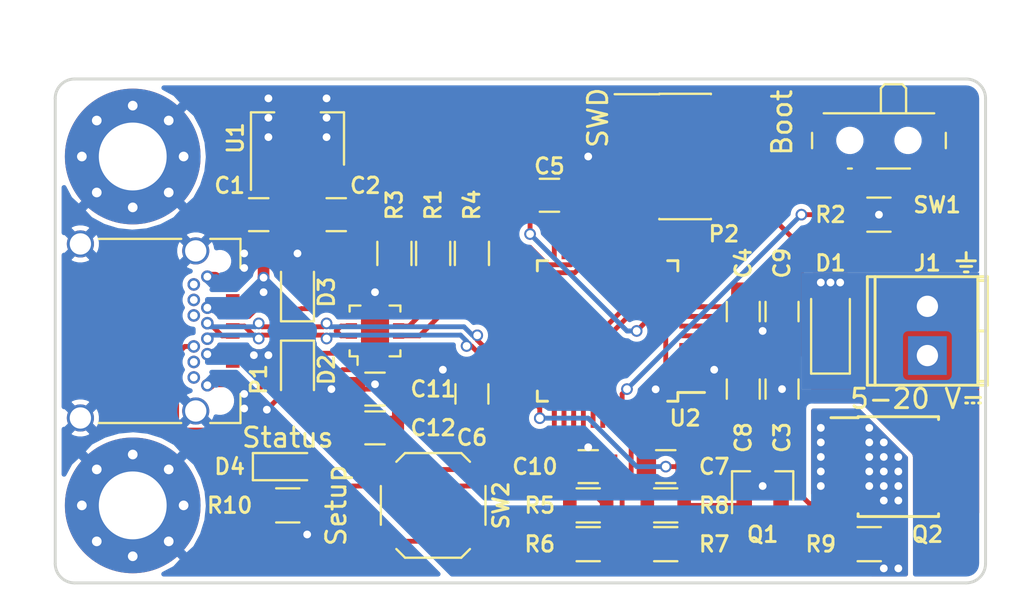
<source format=kicad_pcb>
(kicad_pcb (version 4) (host pcbnew 4.0.6)

  (general
    (links 120)
    (no_connects 0)
    (area 81.424999 56.924999 129.575001 83.075001)
    (thickness 1.6)
    (drawings 10)
    (tracks 453)
    (zones 0)
    (modules 38)
    (nets 64)
  )

  (page USLetter)
  (title_block
    (title "PD Buddy Sink")
    (rev 0.2)
  )

  (layers
    (0 F.Cu signal)
    (31 B.Cu signal)
    (32 B.Adhes user)
    (33 F.Adhes user)
    (34 B.Paste user)
    (35 F.Paste user)
    (36 B.SilkS user)
    (37 F.SilkS user)
    (38 B.Mask user)
    (39 F.Mask user)
    (40 Dwgs.User user)
    (41 Cmts.User user)
    (42 Eco1.User user)
    (43 Eco2.User user)
    (44 Edge.Cuts user)
    (45 Margin user)
    (46 B.CrtYd user)
    (47 F.CrtYd user)
    (48 B.Fab user)
    (49 F.Fab user)
  )

  (setup
    (last_trace_width 0.25)
    (trace_clearance 0.16)
    (zone_clearance 0.254)
    (zone_45_only no)
    (trace_min 0.2)
    (segment_width 0.2)
    (edge_width 0.15)
    (via_size 0.6)
    (via_drill 0.4)
    (via_min_size 0.4)
    (via_min_drill 0.3)
    (uvia_size 0.3)
    (uvia_drill 0.1)
    (uvias_allowed no)
    (uvia_min_size 0.2)
    (uvia_min_drill 0.1)
    (pcb_text_width 0.3)
    (pcb_text_size 1.5 1.5)
    (mod_edge_width 0.15)
    (mod_text_size 0.8 0.8)
    (mod_text_width 0.15)
    (pad_size 1.524 1.524)
    (pad_drill 0.762)
    (pad_to_mask_clearance 0.125)
    (aux_axis_origin 0 0)
    (visible_elements FFFFFF7F)
    (pcbplotparams
      (layerselection 0x00030_80000001)
      (usegerberextensions false)
      (excludeedgelayer true)
      (linewidth 0.100000)
      (plotframeref false)
      (viasonmask false)
      (mode 1)
      (useauxorigin false)
      (hpglpennumber 1)
      (hpglpenspeed 20)
      (hpglpendiameter 15)
      (hpglpenoverlay 2)
      (psnegative false)
      (psa4output false)
      (plotreference true)
      (plotvalue true)
      (plotinvisibletext false)
      (padsonsilk false)
      (subtractmaskfromsilk false)
      (outputformat 1)
      (mirror false)
      (drillshape 1)
      (scaleselection 1)
      (outputdirectory ""))
  )

  (net 0 "")
  (net 1 VBUS)
  (net 2 GND)
  (net 3 +3V3)
  (net 4 /Microcontroller/nRST)
  (net 5 "/PD PHY/CC2")
  (net 6 "/PD PHY/CC1")
  (net 7 "Net-(P1-PadB8)")
  (net 8 "Net-(P1-PadB3)")
  (net 9 "Net-(P1-PadB10)")
  (net 10 "Net-(P1-PadB2)")
  (net 11 "Net-(P1-PadB11)")
  (net 12 "Net-(P1-PadA2)")
  (net 13 "Net-(P1-PadA3)")
  (net 14 "Net-(P1-PadA10)")
  (net 15 "Net-(P1-PadA8)")
  (net 16 "Net-(P1-PadA11)")
  (net 17 /Microcontroller/SWDIO)
  (net 18 /Microcontroller/SWCLK)
  (net 19 "Net-(P2-Pad6)")
  (net 20 "Net-(P2-Pad7)")
  (net 21 "Net-(P2-Pad8)")
  (net 22 "Net-(Q1-Pad1)")
  (net 23 /Microcontroller/INT_N)
  (net 24 /Microcontroller/SCL)
  (net 25 /Microcontroller/SDA)
  (net 26 "Net-(R5-Pad1)")
  (net 27 /Microcontroller/OUT_CTRL)
  (net 28 "Net-(U2-Pad2)")
  (net 29 "Net-(U2-Pad3)")
  (net 30 "Net-(U2-Pad4)")
  (net 31 "Net-(U2-Pad5)")
  (net 32 "Net-(U2-Pad6)")
  (net 33 "Net-(U2-Pad10)")
  (net 34 "Net-(U2-Pad11)")
  (net 35 "Net-(U2-Pad12)")
  (net 36 "Net-(U2-Pad13)")
  (net 37 "Net-(U2-Pad14)")
  (net 38 "Net-(U2-Pad15)")
  (net 39 "Net-(U2-Pad16)")
  (net 40 "Net-(U2-Pad17)")
  (net 41 "Net-(U2-Pad18)")
  (net 42 "Net-(U2-Pad19)")
  (net 43 "Net-(U2-Pad20)")
  (net 44 "Net-(U2-Pad26)")
  (net 45 "Net-(U2-Pad27)")
  (net 46 "Net-(U2-Pad28)")
  (net 47 "Net-(U2-Pad29)")
  (net 48 "Net-(U2-Pad30)")
  (net 49 "Net-(U2-Pad40)")
  (net 50 "Net-(U2-Pad46)")
  (net 51 VCONN)
  (net 52 "Net-(D4-Pad1)")
  (net 53 /Microcontroller/D+)
  (net 54 /Microcontroller/D-)
  (net 55 /Microcontroller/SETUP)
  (net 56 /Microcontroller/NOPWR)
  (net 57 "Net-(U2-Pad31)")
  (net 58 "Net-(U2-Pad41)")
  (net 59 "Net-(U2-Pad42)")
  (net 60 "Net-(U2-Pad43)")
  (net 61 "Net-(Q1-Pad3)")
  (net 62 /Output/OUT)
  (net 63 "Net-(R2-Pad2)")

  (net_class Default "This is the default net class."
    (clearance 0.16)
    (trace_width 0.25)
    (via_dia 0.6)
    (via_drill 0.4)
    (uvia_dia 0.3)
    (uvia_drill 0.1)
    (add_net +3V3)
    (add_net /Microcontroller/D+)
    (add_net /Microcontroller/D-)
    (add_net /Microcontroller/INT_N)
    (add_net /Microcontroller/NOPWR)
    (add_net /Microcontroller/OUT_CTRL)
    (add_net /Microcontroller/SCL)
    (add_net /Microcontroller/SDA)
    (add_net /Microcontroller/SETUP)
    (add_net /Microcontroller/SWCLK)
    (add_net /Microcontroller/SWDIO)
    (add_net /Microcontroller/nRST)
    (add_net /Output/OUT)
    (add_net "/PD PHY/CC1")
    (add_net "/PD PHY/CC2")
    (add_net GND)
    (add_net "Net-(D4-Pad1)")
    (add_net "Net-(P1-PadA10)")
    (add_net "Net-(P1-PadA11)")
    (add_net "Net-(P1-PadA2)")
    (add_net "Net-(P1-PadA3)")
    (add_net "Net-(P1-PadA8)")
    (add_net "Net-(P1-PadB10)")
    (add_net "Net-(P1-PadB11)")
    (add_net "Net-(P1-PadB2)")
    (add_net "Net-(P1-PadB3)")
    (add_net "Net-(P1-PadB8)")
    (add_net "Net-(P2-Pad6)")
    (add_net "Net-(P2-Pad7)")
    (add_net "Net-(P2-Pad8)")
    (add_net "Net-(Q1-Pad1)")
    (add_net "Net-(Q1-Pad3)")
    (add_net "Net-(R2-Pad2)")
    (add_net "Net-(R5-Pad1)")
    (add_net "Net-(U2-Pad10)")
    (add_net "Net-(U2-Pad11)")
    (add_net "Net-(U2-Pad12)")
    (add_net "Net-(U2-Pad13)")
    (add_net "Net-(U2-Pad14)")
    (add_net "Net-(U2-Pad15)")
    (add_net "Net-(U2-Pad16)")
    (add_net "Net-(U2-Pad17)")
    (add_net "Net-(U2-Pad18)")
    (add_net "Net-(U2-Pad19)")
    (add_net "Net-(U2-Pad2)")
    (add_net "Net-(U2-Pad20)")
    (add_net "Net-(U2-Pad26)")
    (add_net "Net-(U2-Pad27)")
    (add_net "Net-(U2-Pad28)")
    (add_net "Net-(U2-Pad29)")
    (add_net "Net-(U2-Pad3)")
    (add_net "Net-(U2-Pad30)")
    (add_net "Net-(U2-Pad31)")
    (add_net "Net-(U2-Pad4)")
    (add_net "Net-(U2-Pad40)")
    (add_net "Net-(U2-Pad41)")
    (add_net "Net-(U2-Pad42)")
    (add_net "Net-(U2-Pad43)")
    (add_net "Net-(U2-Pad46)")
    (add_net "Net-(U2-Pad5)")
    (add_net "Net-(U2-Pad6)")
    (add_net VCONN)
  )

  (net_class Power ""
    (clearance 0.16)
    (trace_width 1.5)
    (via_dia 0.6)
    (via_drill 0.4)
    (uvia_dia 0.3)
    (uvia_drill 0.1)
  )

  (net_class Power_Small ""
    (clearance 0.16)
    (trace_width 0.6)
    (via_dia 0.6)
    (via_drill 0.4)
    (uvia_dia 0.3)
    (uvia_drill 0.1)
    (add_net VBUS)
  )

  (module Mounting_Holes:MountingHole_3.5mm_Pad_Via (layer F.Cu) (tedit 58DEFF23) (tstamp 5892A5A3)
    (at 85.5 79 90)
    (descr "Mounting Hole 3.5mm")
    (tags "mounting hole 3.5mm")
    (path /5892BB4F)
    (fp_text reference MK1 (at 0 -4.5 90) (layer F.Fab)
      (effects (font (size 0.8 0.8) (thickness 0.15)))
    )
    (fp_text value 3.5mm (at 0 4.5 90) (layer F.Fab)
      (effects (font (size 1 1) (thickness 0.15)))
    )
    (fp_circle (center 0 0) (end 3.5 0) (layer Cmts.User) (width 0.15))
    (fp_circle (center 0 0) (end 3.75 0) (layer F.CrtYd) (width 0.05))
    (pad 1 thru_hole circle (at 0 0 90) (size 7 7) (drill 3.5) (layers *.Cu *.Mask)
      (net 2 GND))
    (pad "" thru_hole circle (at 2.625 0 90) (size 0.6 0.6) (drill 0.5) (layers *.Cu *.Mask))
    (pad "" thru_hole circle (at 1.856155 1.856155 90) (size 0.6 0.6) (drill 0.5) (layers *.Cu *.Mask))
    (pad "" thru_hole circle (at 0 2.625 90) (size 0.6 0.6) (drill 0.5) (layers *.Cu *.Mask))
    (pad "" thru_hole circle (at -1.856155 1.856155 90) (size 0.6 0.6) (drill 0.5) (layers *.Cu *.Mask))
    (pad "" thru_hole circle (at -2.625 0 90) (size 0.6 0.6) (drill 0.5) (layers *.Cu *.Mask))
    (pad "" thru_hole circle (at -1.856155 -1.856155 90) (size 0.6 0.6) (drill 0.5) (layers *.Cu *.Mask))
    (pad "" thru_hole circle (at 0 -2.625 90) (size 0.6 0.6) (drill 0.5) (layers *.Cu *.Mask))
    (pad "" thru_hole circle (at 1.856155 -1.856155 90) (size 0.6 0.6) (drill 0.5) (layers *.Cu *.Mask))
  )

  (module Mounting_Holes:MountingHole_3.5mm_Pad_Via (layer F.Cu) (tedit 58DEFF1F) (tstamp 5892A5B2)
    (at 85.5 61 90)
    (descr "Mounting Hole 3.5mm")
    (tags "mounting hole 3.5mm")
    (path /5892BC07)
    (fp_text reference MK2 (at 0 -4.5 90) (layer F.Fab)
      (effects (font (size 0.8 0.8) (thickness 0.15)))
    )
    (fp_text value 3.5mm (at 0 4.5 90) (layer F.Fab)
      (effects (font (size 1 1) (thickness 0.15)))
    )
    (fp_circle (center 0 0) (end 3.5 0) (layer Cmts.User) (width 0.15))
    (fp_circle (center 0 0) (end 3.75 0) (layer F.CrtYd) (width 0.05))
    (pad 1 thru_hole circle (at 0 0 90) (size 7 7) (drill 3.5) (layers *.Cu *.Mask)
      (net 2 GND))
    (pad "" thru_hole circle (at 2.625 0 90) (size 0.6 0.6) (drill 0.5) (layers *.Cu *.Mask))
    (pad "" thru_hole circle (at 1.856155 1.856155 90) (size 0.6 0.6) (drill 0.5) (layers *.Cu *.Mask))
    (pad "" thru_hole circle (at 0 2.625 90) (size 0.6 0.6) (drill 0.5) (layers *.Cu *.Mask))
    (pad "" thru_hole circle (at -1.856155 1.856155 90) (size 0.6 0.6) (drill 0.5) (layers *.Cu *.Mask))
    (pad "" thru_hole circle (at -2.625 0 90) (size 0.6 0.6) (drill 0.5) (layers *.Cu *.Mask))
    (pad "" thru_hole circle (at -1.856155 -1.856155 90) (size 0.6 0.6) (drill 0.5) (layers *.Cu *.Mask))
    (pad "" thru_hole circle (at 0 -2.625 90) (size 0.6 0.6) (drill 0.5) (layers *.Cu *.Mask))
    (pad "" thru_hole circle (at 1.856155 -1.856155 90) (size 0.6 0.6) (drill 0.5) (layers *.Cu *.Mask))
  )

  (module LEDs:LED_0805 (layer F.Cu) (tedit 58DEF95B) (tstamp 5892C0EA)
    (at 93.5 77)
    (descr "LED 0805 smd package")
    (tags "LED led 0805 SMD smd SMT smt smdled SMDLED smtled SMTLED")
    (path /588FD270/58931071)
    (attr smd)
    (fp_text reference D4 (at -3 0) (layer F.SilkS)
      (effects (font (size 0.8 0.8) (thickness 0.15)))
    )
    (fp_text value Status (at 0 -1.5) (layer F.SilkS)
      (effects (font (size 1 1) (thickness 0.15)))
    )
    (fp_line (start -1.8 -0.7) (end -1.8 0.7) (layer F.SilkS) (width 0.12))
    (fp_line (start -0.4 -0.4) (end -0.4 0.4) (layer F.Fab) (width 0.1))
    (fp_line (start -0.4 0) (end 0.2 -0.4) (layer F.Fab) (width 0.1))
    (fp_line (start 0.2 0.4) (end -0.4 0) (layer F.Fab) (width 0.1))
    (fp_line (start 0.2 -0.4) (end 0.2 0.4) (layer F.Fab) (width 0.1))
    (fp_line (start 1 0.6) (end -1 0.6) (layer F.Fab) (width 0.1))
    (fp_line (start 1 -0.6) (end 1 0.6) (layer F.Fab) (width 0.1))
    (fp_line (start -1 -0.6) (end 1 -0.6) (layer F.Fab) (width 0.1))
    (fp_line (start -1 0.6) (end -1 -0.6) (layer F.Fab) (width 0.1))
    (fp_line (start -1.8 0.7) (end 1 0.7) (layer F.SilkS) (width 0.12))
    (fp_line (start -1.8 -0.7) (end 1 -0.7) (layer F.SilkS) (width 0.12))
    (fp_line (start 1.95 -0.85) (end 1.95 0.85) (layer F.CrtYd) (width 0.05))
    (fp_line (start 1.95 0.85) (end -1.95 0.85) (layer F.CrtYd) (width 0.05))
    (fp_line (start -1.95 0.85) (end -1.95 -0.85) (layer F.CrtYd) (width 0.05))
    (fp_line (start -1.95 -0.85) (end 1.95 -0.85) (layer F.CrtYd) (width 0.05))
    (pad 2 smd rect (at 1.1 0 180) (size 1.2 1.2) (layers F.Cu F.Paste F.Mask)
      (net 56 /Microcontroller/NOPWR))
    (pad 1 smd rect (at -1.1 0 180) (size 1.2 1.2) (layers F.Cu F.Paste F.Mask)
      (net 52 "Net-(D4-Pad1)"))
    (model LEDs.3dshapes/LED_0805.wrl
      (at (xyz 0 0 0))
      (scale (xyz 1 1 1))
      (rotate (xyz 0 0 0))
    )
  )

  (module Housings_QFP:LQFP-48_7x7mm_Pitch0.5mm (layer F.Cu) (tedit 54130A77) (tstamp 58926732)
    (at 110 70 180)
    (descr "48 LEAD LQFP 7x7mm (see MICREL LQFP7x7-48LD-PL-1.pdf)")
    (tags "QFP 0.5")
    (path /588FD270/588FD426)
    (attr smd)
    (fp_text reference U2 (at -4 -4.5 180) (layer F.SilkS)
      (effects (font (size 0.8 0.8) (thickness 0.15)))
    )
    (fp_text value STM32F072CBTx (at 0 6 180) (layer F.Fab)
      (effects (font (size 1 1) (thickness 0.15)))
    )
    (fp_text user %R (at 0 0 180) (layer F.Fab)
      (effects (font (size 1 1) (thickness 0.15)))
    )
    (fp_line (start -2.5 -3.5) (end 3.5 -3.5) (layer F.Fab) (width 0.15))
    (fp_line (start 3.5 -3.5) (end 3.5 3.5) (layer F.Fab) (width 0.15))
    (fp_line (start 3.5 3.5) (end -3.5 3.5) (layer F.Fab) (width 0.15))
    (fp_line (start -3.5 3.5) (end -3.5 -2.5) (layer F.Fab) (width 0.15))
    (fp_line (start -3.5 -2.5) (end -2.5 -3.5) (layer F.Fab) (width 0.15))
    (fp_line (start -5.25 -5.25) (end -5.25 5.25) (layer F.CrtYd) (width 0.05))
    (fp_line (start 5.25 -5.25) (end 5.25 5.25) (layer F.CrtYd) (width 0.05))
    (fp_line (start -5.25 -5.25) (end 5.25 -5.25) (layer F.CrtYd) (width 0.05))
    (fp_line (start -5.25 5.25) (end 5.25 5.25) (layer F.CrtYd) (width 0.05))
    (fp_line (start -3.625 -3.625) (end -3.625 -3.175) (layer F.SilkS) (width 0.15))
    (fp_line (start 3.625 -3.625) (end 3.625 -3.1) (layer F.SilkS) (width 0.15))
    (fp_line (start 3.625 3.625) (end 3.625 3.1) (layer F.SilkS) (width 0.15))
    (fp_line (start -3.625 3.625) (end -3.625 3.1) (layer F.SilkS) (width 0.15))
    (fp_line (start -3.625 -3.625) (end -3.1 -3.625) (layer F.SilkS) (width 0.15))
    (fp_line (start -3.625 3.625) (end -3.1 3.625) (layer F.SilkS) (width 0.15))
    (fp_line (start 3.625 3.625) (end 3.1 3.625) (layer F.SilkS) (width 0.15))
    (fp_line (start 3.625 -3.625) (end 3.1 -3.625) (layer F.SilkS) (width 0.15))
    (fp_line (start -3.625 -3.175) (end -5 -3.175) (layer F.SilkS) (width 0.15))
    (pad 1 smd rect (at -4.35 -2.75 180) (size 1.3 0.25) (layers F.Cu F.Paste F.Mask)
      (net 3 +3V3))
    (pad 2 smd rect (at -4.35 -2.25 180) (size 1.3 0.25) (layers F.Cu F.Paste F.Mask)
      (net 28 "Net-(U2-Pad2)"))
    (pad 3 smd rect (at -4.35 -1.75 180) (size 1.3 0.25) (layers F.Cu F.Paste F.Mask)
      (net 29 "Net-(U2-Pad3)"))
    (pad 4 smd rect (at -4.35 -1.25 180) (size 1.3 0.25) (layers F.Cu F.Paste F.Mask)
      (net 30 "Net-(U2-Pad4)"))
    (pad 5 smd rect (at -4.35 -0.75 180) (size 1.3 0.25) (layers F.Cu F.Paste F.Mask)
      (net 31 "Net-(U2-Pad5)"))
    (pad 6 smd rect (at -4.35 -0.25 180) (size 1.3 0.25) (layers F.Cu F.Paste F.Mask)
      (net 32 "Net-(U2-Pad6)"))
    (pad 7 smd rect (at -4.35 0.25 180) (size 1.3 0.25) (layers F.Cu F.Paste F.Mask)
      (net 4 /Microcontroller/nRST))
    (pad 8 smd rect (at -4.35 0.75 180) (size 1.3 0.25) (layers F.Cu F.Paste F.Mask)
      (net 2 GND))
    (pad 9 smd rect (at -4.35 1.25 180) (size 1.3 0.25) (layers F.Cu F.Paste F.Mask)
      (net 3 +3V3))
    (pad 10 smd rect (at -4.35 1.75 180) (size 1.3 0.25) (layers F.Cu F.Paste F.Mask)
      (net 33 "Net-(U2-Pad10)"))
    (pad 11 smd rect (at -4.35 2.25 180) (size 1.3 0.25) (layers F.Cu F.Paste F.Mask)
      (net 34 "Net-(U2-Pad11)"))
    (pad 12 smd rect (at -4.35 2.75 180) (size 1.3 0.25) (layers F.Cu F.Paste F.Mask)
      (net 35 "Net-(U2-Pad12)"))
    (pad 13 smd rect (at -2.75 4.35 270) (size 1.3 0.25) (layers F.Cu F.Paste F.Mask)
      (net 36 "Net-(U2-Pad13)"))
    (pad 14 smd rect (at -2.25 4.35 270) (size 1.3 0.25) (layers F.Cu F.Paste F.Mask)
      (net 37 "Net-(U2-Pad14)"))
    (pad 15 smd rect (at -1.75 4.35 270) (size 1.3 0.25) (layers F.Cu F.Paste F.Mask)
      (net 38 "Net-(U2-Pad15)"))
    (pad 16 smd rect (at -1.25 4.35 270) (size 1.3 0.25) (layers F.Cu F.Paste F.Mask)
      (net 39 "Net-(U2-Pad16)"))
    (pad 17 smd rect (at -0.75 4.35 270) (size 1.3 0.25) (layers F.Cu F.Paste F.Mask)
      (net 40 "Net-(U2-Pad17)"))
    (pad 18 smd rect (at -0.25 4.35 270) (size 1.3 0.25) (layers F.Cu F.Paste F.Mask)
      (net 41 "Net-(U2-Pad18)"))
    (pad 19 smd rect (at 0.25 4.35 270) (size 1.3 0.25) (layers F.Cu F.Paste F.Mask)
      (net 42 "Net-(U2-Pad19)"))
    (pad 20 smd rect (at 0.75 4.35 270) (size 1.3 0.25) (layers F.Cu F.Paste F.Mask)
      (net 43 "Net-(U2-Pad20)"))
    (pad 21 smd rect (at 1.25 4.35 270) (size 1.3 0.25) (layers F.Cu F.Paste F.Mask)
      (net 24 /Microcontroller/SCL))
    (pad 22 smd rect (at 1.75 4.35 270) (size 1.3 0.25) (layers F.Cu F.Paste F.Mask)
      (net 25 /Microcontroller/SDA))
    (pad 23 smd rect (at 2.25 4.35 270) (size 1.3 0.25) (layers F.Cu F.Paste F.Mask)
      (net 2 GND))
    (pad 24 smd rect (at 2.75 4.35 270) (size 1.3 0.25) (layers F.Cu F.Paste F.Mask)
      (net 3 +3V3))
    (pad 25 smd rect (at 4.35 2.75 180) (size 1.3 0.25) (layers F.Cu F.Paste F.Mask)
      (net 23 /Microcontroller/INT_N))
    (pad 26 smd rect (at 4.35 2.25 180) (size 1.3 0.25) (layers F.Cu F.Paste F.Mask)
      (net 44 "Net-(U2-Pad26)"))
    (pad 27 smd rect (at 4.35 1.75 180) (size 1.3 0.25) (layers F.Cu F.Paste F.Mask)
      (net 45 "Net-(U2-Pad27)"))
    (pad 28 smd rect (at 4.35 1.25 180) (size 1.3 0.25) (layers F.Cu F.Paste F.Mask)
      (net 46 "Net-(U2-Pad28)"))
    (pad 29 smd rect (at 4.35 0.75 180) (size 1.3 0.25) (layers F.Cu F.Paste F.Mask)
      (net 47 "Net-(U2-Pad29)"))
    (pad 30 smd rect (at 4.35 0.25 180) (size 1.3 0.25) (layers F.Cu F.Paste F.Mask)
      (net 48 "Net-(U2-Pad30)"))
    (pad 31 smd rect (at 4.35 -0.25 180) (size 1.3 0.25) (layers F.Cu F.Paste F.Mask)
      (net 57 "Net-(U2-Pad31)"))
    (pad 32 smd rect (at 4.35 -0.75 180) (size 1.3 0.25) (layers F.Cu F.Paste F.Mask)
      (net 54 /Microcontroller/D-))
    (pad 33 smd rect (at 4.35 -1.25 180) (size 1.3 0.25) (layers F.Cu F.Paste F.Mask)
      (net 53 /Microcontroller/D+))
    (pad 34 smd rect (at 4.35 -1.75 180) (size 1.3 0.25) (layers F.Cu F.Paste F.Mask)
      (net 17 /Microcontroller/SWDIO))
    (pad 35 smd rect (at 4.35 -2.25 180) (size 1.3 0.25) (layers F.Cu F.Paste F.Mask)
      (net 2 GND))
    (pad 36 smd rect (at 4.35 -2.75 180) (size 1.3 0.25) (layers F.Cu F.Paste F.Mask)
      (net 3 +3V3))
    (pad 37 smd rect (at 2.75 -4.35 270) (size 1.3 0.25) (layers F.Cu F.Paste F.Mask)
      (net 18 /Microcontroller/SWCLK))
    (pad 38 smd rect (at 2.25 -4.35 270) (size 1.3 0.25) (layers F.Cu F.Paste F.Mask)
      (net 56 /Microcontroller/NOPWR))
    (pad 39 smd rect (at 1.75 -4.35 270) (size 1.3 0.25) (layers F.Cu F.Paste F.Mask)
      (net 55 /Microcontroller/SETUP))
    (pad 40 smd rect (at 1.25 -4.35 270) (size 1.3 0.25) (layers F.Cu F.Paste F.Mask)
      (net 49 "Net-(U2-Pad40)"))
    (pad 41 smd rect (at 0.75 -4.35 270) (size 1.3 0.25) (layers F.Cu F.Paste F.Mask)
      (net 58 "Net-(U2-Pad41)"))
    (pad 42 smd rect (at 0.25 -4.35 270) (size 1.3 0.25) (layers F.Cu F.Paste F.Mask)
      (net 59 "Net-(U2-Pad42)"))
    (pad 43 smd rect (at -0.25 -4.35 270) (size 1.3 0.25) (layers F.Cu F.Paste F.Mask)
      (net 60 "Net-(U2-Pad43)"))
    (pad 44 smd rect (at -0.75 -4.35 270) (size 1.3 0.25) (layers F.Cu F.Paste F.Mask)
      (net 63 "Net-(R2-Pad2)"))
    (pad 45 smd rect (at -1.25 -4.35 270) (size 1.3 0.25) (layers F.Cu F.Paste F.Mask)
      (net 27 /Microcontroller/OUT_CTRL))
    (pad 46 smd rect (at -1.75 -4.35 270) (size 1.3 0.25) (layers F.Cu F.Paste F.Mask)
      (net 50 "Net-(U2-Pad46)"))
    (pad 47 smd rect (at -2.25 -4.35 270) (size 1.3 0.25) (layers F.Cu F.Paste F.Mask)
      (net 2 GND))
    (pad 48 smd rect (at -2.75 -4.35 270) (size 1.3 0.25) (layers F.Cu F.Paste F.Mask)
      (net 3 +3V3))
    (model Housings_QFP.3dshapes/LQFP-48_7x7mm_Pitch0.5mm.wrl
      (at (xyz 0 0 0))
      (scale (xyz 1 1 1))
      (rotate (xyz 0 0 0))
    )
  )

  (module Connectors_Terminal_Blocks:TerminalBlock_Pheonix_MPT-2.54mm_2pol (layer F.Cu) (tedit 58DEF94C) (tstamp 58926570)
    (at 126.5 71.27 90)
    (descr "2-way 2.54mm pitch terminal block, Phoenix MPT series")
    (path /588FA3A4/588FA688)
    (fp_text reference J1 (at 4.77 0 180) (layer F.SilkS)
      (effects (font (size 0.8 0.8) (thickness 0.15)))
    )
    (fp_text value "5-20 V⎓" (at -2.23 -0.5 180) (layer F.SilkS)
      (effects (font (size 1 1) (thickness 0.15)))
    )
    (fp_line (start -1.7 -3.3) (end 4.3 -3.3) (layer F.CrtYd) (width 0.05))
    (fp_line (start -1.7 3.3) (end -1.7 -3.3) (layer F.CrtYd) (width 0.05))
    (fp_line (start 4.3 3.3) (end -1.7 3.3) (layer F.CrtYd) (width 0.05))
    (fp_line (start 4.3 -3.3) (end 4.3 3.3) (layer F.CrtYd) (width 0.05))
    (fp_line (start 4.06908 2.60096) (end -1.52908 2.60096) (layer F.SilkS) (width 0.15))
    (fp_line (start -1.33096 3.0988) (end -1.33096 2.60096) (layer F.SilkS) (width 0.15))
    (fp_line (start 3.87096 2.60096) (end 3.87096 3.0988) (layer F.SilkS) (width 0.15))
    (fp_line (start 1.27 3.0988) (end 1.27 2.60096) (layer F.SilkS) (width 0.15))
    (fp_line (start -1.52908 -2.70002) (end 4.06908 -2.70002) (layer F.SilkS) (width 0.15))
    (fp_line (start -1.52908 3.0988) (end 4.06908 3.0988) (layer F.SilkS) (width 0.15))
    (fp_line (start 4.06908 3.0988) (end 4.06908 -3.0988) (layer F.SilkS) (width 0.15))
    (fp_line (start 4.06908 -3.0988) (end -1.52908 -3.0988) (layer F.SilkS) (width 0.15))
    (fp_line (start -1.52908 -3.0988) (end -1.52908 3.0988) (layer F.SilkS) (width 0.15))
    (pad 2 thru_hole oval (at 2.54 0 90) (size 1.99898 1.99898) (drill 1.09728) (layers *.Cu *.Mask)
      (net 2 GND))
    (pad 1 thru_hole rect (at 0 0 90) (size 1.99898 1.99898) (drill 1.09728) (layers *.Cu *.Mask)
      (net 62 /Output/OUT))
    (model Terminal_Blocks.3dshapes/TerminalBlock_Pheonix_MPT-2.54mm_2pol.wrl
      (at (xyz 0.05 0 0))
      (scale (xyz 1 1 1))
      (rotate (xyz 0 0 0))
    )
  )

  (module Housings_SOIC:SOIC-8_3.9x4.9mm_Pitch1.27mm (layer F.Cu) (tedit 58CD0CDA) (tstamp 5892660D)
    (at 125 77)
    (descr "8-Lead Plastic Small Outline (SN) - Narrow, 3.90 mm Body [SOIC] (see Microchip Packaging Specification 00000049BS.pdf)")
    (tags "SOIC 1.27")
    (path /588FA3A4/588FA570)
    (attr smd)
    (fp_text reference Q2 (at 1.5 3.5) (layer F.SilkS)
      (effects (font (size 0.8 0.8) (thickness 0.15)))
    )
    (fp_text value DMP4015SSS (at 0 3.5) (layer F.Fab)
      (effects (font (size 1 1) (thickness 0.15)))
    )
    (fp_text user %R (at 0 0) (layer F.Fab)
      (effects (font (size 1 1) (thickness 0.15)))
    )
    (fp_line (start -0.95 -2.45) (end 1.95 -2.45) (layer F.Fab) (width 0.1))
    (fp_line (start 1.95 -2.45) (end 1.95 2.45) (layer F.Fab) (width 0.1))
    (fp_line (start 1.95 2.45) (end -1.95 2.45) (layer F.Fab) (width 0.1))
    (fp_line (start -1.95 2.45) (end -1.95 -1.45) (layer F.Fab) (width 0.1))
    (fp_line (start -1.95 -1.45) (end -0.95 -2.45) (layer F.Fab) (width 0.1))
    (fp_line (start -3.73 -2.7) (end -3.73 2.7) (layer F.CrtYd) (width 0.05))
    (fp_line (start 3.73 -2.7) (end 3.73 2.7) (layer F.CrtYd) (width 0.05))
    (fp_line (start -3.73 -2.7) (end 3.73 -2.7) (layer F.CrtYd) (width 0.05))
    (fp_line (start -3.73 2.7) (end 3.73 2.7) (layer F.CrtYd) (width 0.05))
    (fp_line (start -2.075 -2.575) (end -2.075 -2.525) (layer F.SilkS) (width 0.15))
    (fp_line (start 2.075 -2.575) (end 2.075 -2.43) (layer F.SilkS) (width 0.15))
    (fp_line (start 2.075 2.575) (end 2.075 2.43) (layer F.SilkS) (width 0.15))
    (fp_line (start -2.075 2.575) (end -2.075 2.43) (layer F.SilkS) (width 0.15))
    (fp_line (start -2.075 -2.575) (end 2.075 -2.575) (layer F.SilkS) (width 0.15))
    (fp_line (start -2.075 2.575) (end 2.075 2.575) (layer F.SilkS) (width 0.15))
    (fp_line (start -2.075 -2.525) (end -3.475 -2.525) (layer F.SilkS) (width 0.15))
    (pad 1 smd rect (at -2.7 -1.905) (size 1.55 0.6) (layers F.Cu F.Paste F.Mask)
      (net 1 VBUS))
    (pad 2 smd rect (at -2.7 -0.635) (size 1.55 0.6) (layers F.Cu F.Paste F.Mask)
      (net 1 VBUS))
    (pad 3 smd rect (at -2.7 0.635) (size 1.55 0.6) (layers F.Cu F.Paste F.Mask)
      (net 1 VBUS))
    (pad 4 smd rect (at -2.7 1.905) (size 1.55 0.6) (layers F.Cu F.Paste F.Mask)
      (net 61 "Net-(Q1-Pad3)"))
    (pad 5 smd rect (at 2.7 1.905) (size 1.55 0.6) (layers F.Cu F.Paste F.Mask)
      (net 62 /Output/OUT))
    (pad 6 smd rect (at 2.7 0.635) (size 1.55 0.6) (layers F.Cu F.Paste F.Mask)
      (net 62 /Output/OUT))
    (pad 7 smd rect (at 2.7 -0.635) (size 1.55 0.6) (layers F.Cu F.Paste F.Mask)
      (net 62 /Output/OUT))
    (pad 8 smd rect (at 2.7 -1.905) (size 1.55 0.6) (layers F.Cu F.Paste F.Mask)
      (net 62 /Output/OUT))
    (model Housings_SOIC.3dshapes/SOIC-8_3.9x4.9mm_Pitch1.27mm.wrl
      (at (xyz 0 0 0))
      (scale (xyz 1 1 1))
      (rotate (xyz 0 0 0))
    )
  )

  (module TO_SOT_Packages_SMD:SOT-23 (layer F.Cu) (tedit 58CE4E7E) (tstamp 589265F1)
    (at 118 78 90)
    (descr "SOT-23, Standard")
    (tags SOT-23)
    (path /588FA3A4/588FA577)
    (attr smd)
    (fp_text reference Q1 (at -2.5 0 180) (layer F.SilkS)
      (effects (font (size 0.8 0.8) (thickness 0.15)))
    )
    (fp_text value MMBT2222ALT1G (at 0 2.5 90) (layer F.Fab)
      (effects (font (size 1 1) (thickness 0.15)))
    )
    (fp_text user %R (at 0 0 90) (layer F.Fab)
      (effects (font (size 0.5 0.5) (thickness 0.075)))
    )
    (fp_line (start -0.7 -0.95) (end -0.7 1.5) (layer F.Fab) (width 0.1))
    (fp_line (start -0.15 -1.52) (end 0.7 -1.52) (layer F.Fab) (width 0.1))
    (fp_line (start -0.7 -0.95) (end -0.15 -1.52) (layer F.Fab) (width 0.1))
    (fp_line (start 0.7 -1.52) (end 0.7 1.52) (layer F.Fab) (width 0.1))
    (fp_line (start -0.7 1.52) (end 0.7 1.52) (layer F.Fab) (width 0.1))
    (fp_line (start 0.76 1.58) (end 0.76 0.65) (layer F.SilkS) (width 0.12))
    (fp_line (start 0.76 -1.58) (end 0.76 -0.65) (layer F.SilkS) (width 0.12))
    (fp_line (start -1.7 -1.75) (end 1.7 -1.75) (layer F.CrtYd) (width 0.05))
    (fp_line (start 1.7 -1.75) (end 1.7 1.75) (layer F.CrtYd) (width 0.05))
    (fp_line (start 1.7 1.75) (end -1.7 1.75) (layer F.CrtYd) (width 0.05))
    (fp_line (start -1.7 1.75) (end -1.7 -1.75) (layer F.CrtYd) (width 0.05))
    (fp_line (start 0.76 -1.58) (end -1.4 -1.58) (layer F.SilkS) (width 0.12))
    (fp_line (start 0.76 1.58) (end -0.7 1.58) (layer F.SilkS) (width 0.12))
    (pad 1 smd rect (at -1 -0.95 90) (size 0.9 0.8) (layers F.Cu F.Paste F.Mask)
      (net 22 "Net-(Q1-Pad1)"))
    (pad 2 smd rect (at -1 0.95 90) (size 0.9 0.8) (layers F.Cu F.Paste F.Mask)
      (net 2 GND))
    (pad 3 smd rect (at 1 0 90) (size 0.9 0.8) (layers F.Cu F.Paste F.Mask)
      (net 61 "Net-(Q1-Pad3)"))
    (model ${KISYS3DMOD}/TO_SOT_Packages_SMD.3dshapes/SOT-23.wrl
      (at (xyz 0 0 0))
      (scale (xyz 1 1 1))
      (rotate (xyz 0 0 90))
    )
  )

  (module Diodes_SMD:D_SOD-323 (layer F.Cu) (tedit 58641739) (tstamp 58926546)
    (at 94 72 270)
    (descr SOD-323)
    (tags SOD-323)
    (path /588FB1D7/588FB3E3)
    (attr smd)
    (fp_text reference D2 (at 0 -1.5 270) (layer F.SilkS)
      (effects (font (size 0.8 0.8) (thickness 0.15)))
    )
    (fp_text value CZRF52C5V6 (at 0.1 1.9 270) (layer F.Fab)
      (effects (font (size 1 1) (thickness 0.15)))
    )
    (fp_line (start -1.5 -0.85) (end -1.5 0.85) (layer F.SilkS) (width 0.12))
    (fp_line (start 0.2 0) (end 0.45 0) (layer F.Fab) (width 0.1))
    (fp_line (start 0.2 0.35) (end -0.3 0) (layer F.Fab) (width 0.1))
    (fp_line (start 0.2 -0.35) (end 0.2 0.35) (layer F.Fab) (width 0.1))
    (fp_line (start -0.3 0) (end 0.2 -0.35) (layer F.Fab) (width 0.1))
    (fp_line (start -0.3 0) (end -0.5 0) (layer F.Fab) (width 0.1))
    (fp_line (start -0.3 -0.35) (end -0.3 0.35) (layer F.Fab) (width 0.1))
    (fp_line (start -0.9 0.7) (end -0.9 -0.7) (layer F.Fab) (width 0.1))
    (fp_line (start 0.9 0.7) (end -0.9 0.7) (layer F.Fab) (width 0.1))
    (fp_line (start 0.9 -0.7) (end 0.9 0.7) (layer F.Fab) (width 0.1))
    (fp_line (start -0.9 -0.7) (end 0.9 -0.7) (layer F.Fab) (width 0.1))
    (fp_line (start -1.6 -0.95) (end 1.6 -0.95) (layer F.CrtYd) (width 0.05))
    (fp_line (start 1.6 -0.95) (end 1.6 0.95) (layer F.CrtYd) (width 0.05))
    (fp_line (start -1.6 0.95) (end 1.6 0.95) (layer F.CrtYd) (width 0.05))
    (fp_line (start -1.6 -0.95) (end -1.6 0.95) (layer F.CrtYd) (width 0.05))
    (fp_line (start -1.5 0.85) (end 1.05 0.85) (layer F.SilkS) (width 0.12))
    (fp_line (start -1.5 -0.85) (end 1.05 -0.85) (layer F.SilkS) (width 0.12))
    (pad 1 smd rect (at -1.05 0 270) (size 0.6 0.45) (layers F.Cu F.Paste F.Mask)
      (net 5 "/PD PHY/CC2"))
    (pad 2 smd rect (at 1.05 0 270) (size 0.6 0.45) (layers F.Cu F.Paste F.Mask)
      (net 2 GND))
    (model Diodes_SMD.3dshapes/D_SOD-323.wrl
      (at (xyz 0 0 0))
      (scale (xyz 1 1 1))
      (rotate (xyz 0 0 180))
    )
  )

  (module Diodes_SMD:D_SOD-323 (layer F.Cu) (tedit 58641739) (tstamp 5892655D)
    (at 94 68 90)
    (descr SOD-323)
    (tags SOD-323)
    (path /588FB1D7/588FB500)
    (attr smd)
    (fp_text reference D3 (at 0 1.5 90) (layer F.SilkS)
      (effects (font (size 0.8 0.8) (thickness 0.15)))
    )
    (fp_text value CZRF52C5V6 (at 0.1 1.9 90) (layer F.Fab)
      (effects (font (size 1 1) (thickness 0.15)))
    )
    (fp_line (start -1.5 -0.85) (end -1.5 0.85) (layer F.SilkS) (width 0.12))
    (fp_line (start 0.2 0) (end 0.45 0) (layer F.Fab) (width 0.1))
    (fp_line (start 0.2 0.35) (end -0.3 0) (layer F.Fab) (width 0.1))
    (fp_line (start 0.2 -0.35) (end 0.2 0.35) (layer F.Fab) (width 0.1))
    (fp_line (start -0.3 0) (end 0.2 -0.35) (layer F.Fab) (width 0.1))
    (fp_line (start -0.3 0) (end -0.5 0) (layer F.Fab) (width 0.1))
    (fp_line (start -0.3 -0.35) (end -0.3 0.35) (layer F.Fab) (width 0.1))
    (fp_line (start -0.9 0.7) (end -0.9 -0.7) (layer F.Fab) (width 0.1))
    (fp_line (start 0.9 0.7) (end -0.9 0.7) (layer F.Fab) (width 0.1))
    (fp_line (start 0.9 -0.7) (end 0.9 0.7) (layer F.Fab) (width 0.1))
    (fp_line (start -0.9 -0.7) (end 0.9 -0.7) (layer F.Fab) (width 0.1))
    (fp_line (start -1.6 -0.95) (end 1.6 -0.95) (layer F.CrtYd) (width 0.05))
    (fp_line (start 1.6 -0.95) (end 1.6 0.95) (layer F.CrtYd) (width 0.05))
    (fp_line (start -1.6 0.95) (end 1.6 0.95) (layer F.CrtYd) (width 0.05))
    (fp_line (start -1.6 -0.95) (end -1.6 0.95) (layer F.CrtYd) (width 0.05))
    (fp_line (start -1.5 0.85) (end 1.05 0.85) (layer F.SilkS) (width 0.12))
    (fp_line (start -1.5 -0.85) (end 1.05 -0.85) (layer F.SilkS) (width 0.12))
    (pad 1 smd rect (at -1.05 0 90) (size 0.6 0.45) (layers F.Cu F.Paste F.Mask)
      (net 6 "/PD PHY/CC1"))
    (pad 2 smd rect (at 1.05 0 90) (size 0.6 0.45) (layers F.Cu F.Paste F.Mask)
      (net 2 GND))
    (model Diodes_SMD.3dshapes/D_SOD-323.wrl
      (at (xyz 0 0 0))
      (scale (xyz 1 1 1))
      (rotate (xyz 0 0 180))
    )
  )

  (module TO_SOT_Packages_SMD:SOT89-3_Housing (layer F.Cu) (tedit 58CE4E7F) (tstamp 589266EB)
    (at 94 60.5 90)
    (descr "SOT89-3, Housing,")
    (tags "SOT89-3 Housing ")
    (path /588F9A21/588FA408)
    (attr smd)
    (fp_text reference U1 (at 0.45 -3.2 90) (layer F.SilkS)
      (effects (font (size 0.8 0.8) (thickness 0.15)))
    )
    (fp_text value AP2204R-3.3TRG1 (at 0.45 3.25 90) (layer F.Fab)
      (effects (font (size 1 1) (thickness 0.15)))
    )
    (fp_text user %R (at 0.38 0 90) (layer F.Fab)
      (effects (font (size 0.6 0.6) (thickness 0.09)))
    )
    (fp_line (start 1.78 1.2) (end 1.78 2.4) (layer F.SilkS) (width 0.12))
    (fp_line (start 1.78 2.4) (end -0.92 2.4) (layer F.SilkS) (width 0.12))
    (fp_line (start -2.22 -2.4) (end 1.78 -2.4) (layer F.SilkS) (width 0.12))
    (fp_line (start 1.78 -2.4) (end 1.78 -1.2) (layer F.SilkS) (width 0.12))
    (fp_line (start -0.92 -1.51) (end -0.13 -2.3) (layer F.Fab) (width 0.1))
    (fp_line (start 1.68 -2.3) (end 1.68 2.3) (layer F.Fab) (width 0.1))
    (fp_line (start 1.68 2.3) (end -0.92 2.3) (layer F.Fab) (width 0.1))
    (fp_line (start -0.92 2.3) (end -0.92 -1.51) (layer F.Fab) (width 0.1))
    (fp_line (start -0.13 -2.3) (end 1.68 -2.3) (layer F.Fab) (width 0.1))
    (fp_line (start 3.23 -2.55) (end 3.23 2.55) (layer F.CrtYd) (width 0.05))
    (fp_line (start 3.23 -2.55) (end -2.48 -2.55) (layer F.CrtYd) (width 0.05))
    (fp_line (start -2.48 2.55) (end 3.23 2.55) (layer F.CrtYd) (width 0.05))
    (fp_line (start -2.48 2.55) (end -2.48 -2.55) (layer F.CrtYd) (width 0.05))
    (pad 1 smd rect (at -1.48 -1.5) (size 1 1.5) (layers F.Cu F.Paste F.Mask)
      (net 1 VBUS))
    (pad 2 smd rect (at -1.48 0) (size 1 1.5) (layers F.Cu F.Paste F.Mask)
      (net 2 GND))
    (pad 3 smd rect (at -1.48 1.5) (size 1 1.5) (layers F.Cu F.Paste F.Mask)
      (net 3 +3V3))
    (pad 2 smd rect (at 1.48 0) (size 2 3) (layers F.Cu F.Paste F.Mask)
      (net 2 GND))
    (pad 2 smd trapezoid (at -0.37 0 180) (size 1.5 0.75) (rect_delta 0 0.5 ) (layers F.Cu F.Paste F.Mask)
      (net 2 GND))
    (model ${KISYS3DMOD}/TO_SOT_Packages_SMD.3dshapes/SOT89-3_Housing.wrl
      (at (xyz 0.02 0 0))
      (scale (xyz 0.39 0.39 0.39))
      (rotate (xyz 0 0 90))
    )
  )

  (module Resistors_SMD:R_0805 (layer F.Cu) (tedit 58AADA8F) (tstamp 5892661D)
    (at 101 66 90)
    (descr "Resistor SMD 0805, reflow soldering, Vishay (see dcrcw.pdf)")
    (tags "resistor 0805")
    (path /588FD270/5892476F)
    (attr smd)
    (fp_text reference R1 (at 2.5 0 90) (layer F.SilkS)
      (effects (font (size 0.8 0.8) (thickness 0.15)))
    )
    (fp_text value 2kΩ (at 0 1.75 90) (layer F.Fab)
      (effects (font (size 1 1) (thickness 0.15)))
    )
    (fp_text user %R (at 0 -1.65 90) (layer F.Fab)
      (effects (font (size 1 1) (thickness 0.15)))
    )
    (fp_line (start -1 0.62) (end -1 -0.62) (layer F.Fab) (width 0.1))
    (fp_line (start 1 0.62) (end -1 0.62) (layer F.Fab) (width 0.1))
    (fp_line (start 1 -0.62) (end 1 0.62) (layer F.Fab) (width 0.1))
    (fp_line (start -1 -0.62) (end 1 -0.62) (layer F.Fab) (width 0.1))
    (fp_line (start 0.6 0.88) (end -0.6 0.88) (layer F.SilkS) (width 0.12))
    (fp_line (start -0.6 -0.88) (end 0.6 -0.88) (layer F.SilkS) (width 0.12))
    (fp_line (start -1.55 -0.9) (end 1.55 -0.9) (layer F.CrtYd) (width 0.05))
    (fp_line (start -1.55 -0.9) (end -1.55 0.9) (layer F.CrtYd) (width 0.05))
    (fp_line (start 1.55 0.9) (end 1.55 -0.9) (layer F.CrtYd) (width 0.05))
    (fp_line (start 1.55 0.9) (end -1.55 0.9) (layer F.CrtYd) (width 0.05))
    (pad 1 smd rect (at -0.95 0 90) (size 0.7 1.3) (layers F.Cu F.Paste F.Mask)
      (net 24 /Microcontroller/SCL))
    (pad 2 smd rect (at 0.95 0 90) (size 0.7 1.3) (layers F.Cu F.Paste F.Mask)
      (net 3 +3V3))
    (model Resistors_SMD.3dshapes/R_0805.wrl
      (at (xyz 0 0 0))
      (scale (xyz 1 1 1))
      (rotate (xyz 0 0 0))
    )
  )

  (module Resistors_SMD:R_0805 (layer F.Cu) (tedit 58AADA8F) (tstamp 5892663D)
    (at 99 66 90)
    (descr "Resistor SMD 0805, reflow soldering, Vishay (see dcrcw.pdf)")
    (tags "resistor 0805")
    (path /588FD270/58924737)
    (attr smd)
    (fp_text reference R3 (at 2.5 0 90) (layer F.SilkS)
      (effects (font (size 0.8 0.8) (thickness 0.15)))
    )
    (fp_text value 2kΩ (at 0 1.75 90) (layer F.Fab)
      (effects (font (size 1 1) (thickness 0.15)))
    )
    (fp_text user %R (at 0 -1.65 90) (layer F.Fab)
      (effects (font (size 1 1) (thickness 0.15)))
    )
    (fp_line (start -1 0.62) (end -1 -0.62) (layer F.Fab) (width 0.1))
    (fp_line (start 1 0.62) (end -1 0.62) (layer F.Fab) (width 0.1))
    (fp_line (start 1 -0.62) (end 1 0.62) (layer F.Fab) (width 0.1))
    (fp_line (start -1 -0.62) (end 1 -0.62) (layer F.Fab) (width 0.1))
    (fp_line (start 0.6 0.88) (end -0.6 0.88) (layer F.SilkS) (width 0.12))
    (fp_line (start -0.6 -0.88) (end 0.6 -0.88) (layer F.SilkS) (width 0.12))
    (fp_line (start -1.55 -0.9) (end 1.55 -0.9) (layer F.CrtYd) (width 0.05))
    (fp_line (start -1.55 -0.9) (end -1.55 0.9) (layer F.CrtYd) (width 0.05))
    (fp_line (start 1.55 0.9) (end 1.55 -0.9) (layer F.CrtYd) (width 0.05))
    (fp_line (start 1.55 0.9) (end -1.55 0.9) (layer F.CrtYd) (width 0.05))
    (pad 1 smd rect (at -0.95 0 90) (size 0.7 1.3) (layers F.Cu F.Paste F.Mask)
      (net 25 /Microcontroller/SDA))
    (pad 2 smd rect (at 0.95 0 90) (size 0.7 1.3) (layers F.Cu F.Paste F.Mask)
      (net 3 +3V3))
    (model Resistors_SMD.3dshapes/R_0805.wrl
      (at (xyz 0 0 0))
      (scale (xyz 1 1 1))
      (rotate (xyz 0 0 0))
    )
  )

  (module Resistors_SMD:R_0805 (layer F.Cu) (tedit 58AADA8F) (tstamp 5892664D)
    (at 103 66 90)
    (descr "Resistor SMD 0805, reflow soldering, Vishay (see dcrcw.pdf)")
    (tags "resistor 0805")
    (path /588FD270/589246A0)
    (attr smd)
    (fp_text reference R4 (at 2.5 0 90) (layer F.SilkS)
      (effects (font (size 0.8 0.8) (thickness 0.15)))
    )
    (fp_text value 2kΩ (at 0 1.75 90) (layer F.Fab)
      (effects (font (size 1 1) (thickness 0.15)))
    )
    (fp_text user %R (at 0 -1.65 90) (layer F.Fab)
      (effects (font (size 1 1) (thickness 0.15)))
    )
    (fp_line (start -1 0.62) (end -1 -0.62) (layer F.Fab) (width 0.1))
    (fp_line (start 1 0.62) (end -1 0.62) (layer F.Fab) (width 0.1))
    (fp_line (start 1 -0.62) (end 1 0.62) (layer F.Fab) (width 0.1))
    (fp_line (start -1 -0.62) (end 1 -0.62) (layer F.Fab) (width 0.1))
    (fp_line (start 0.6 0.88) (end -0.6 0.88) (layer F.SilkS) (width 0.12))
    (fp_line (start -0.6 -0.88) (end 0.6 -0.88) (layer F.SilkS) (width 0.12))
    (fp_line (start -1.55 -0.9) (end 1.55 -0.9) (layer F.CrtYd) (width 0.05))
    (fp_line (start -1.55 -0.9) (end -1.55 0.9) (layer F.CrtYd) (width 0.05))
    (fp_line (start 1.55 0.9) (end 1.55 -0.9) (layer F.CrtYd) (width 0.05))
    (fp_line (start 1.55 0.9) (end -1.55 0.9) (layer F.CrtYd) (width 0.05))
    (pad 1 smd rect (at -0.95 0 90) (size 0.7 1.3) (layers F.Cu F.Paste F.Mask)
      (net 23 /Microcontroller/INT_N))
    (pad 2 smd rect (at 0.95 0 90) (size 0.7 1.3) (layers F.Cu F.Paste F.Mask)
      (net 3 +3V3))
    (model Resistors_SMD.3dshapes/R_0805.wrl
      (at (xyz 0 0 0))
      (scale (xyz 1 1 1))
      (rotate (xyz 0 0 0))
    )
  )

  (module Resistors_SMD:R_0805 (layer F.Cu) (tedit 58AADA8F) (tstamp 5892665D)
    (at 109 79)
    (descr "Resistor SMD 0805, reflow soldering, Vishay (see dcrcw.pdf)")
    (tags "resistor 0805")
    (path /588FD270/5892828B)
    (attr smd)
    (fp_text reference R5 (at -2.5 0) (layer F.SilkS)
      (effects (font (size 0.8 0.8) (thickness 0.15)))
    )
    (fp_text value 10kΩ (at 0 1.75) (layer F.Fab)
      (effects (font (size 1 1) (thickness 0.15)))
    )
    (fp_text user %R (at 0 -1.65) (layer F.Fab)
      (effects (font (size 1 1) (thickness 0.15)))
    )
    (fp_line (start -1 0.62) (end -1 -0.62) (layer F.Fab) (width 0.1))
    (fp_line (start 1 0.62) (end -1 0.62) (layer F.Fab) (width 0.1))
    (fp_line (start 1 -0.62) (end 1 0.62) (layer F.Fab) (width 0.1))
    (fp_line (start -1 -0.62) (end 1 -0.62) (layer F.Fab) (width 0.1))
    (fp_line (start 0.6 0.88) (end -0.6 0.88) (layer F.SilkS) (width 0.12))
    (fp_line (start -0.6 -0.88) (end 0.6 -0.88) (layer F.SilkS) (width 0.12))
    (fp_line (start -1.55 -0.9) (end 1.55 -0.9) (layer F.CrtYd) (width 0.05))
    (fp_line (start -1.55 -0.9) (end -1.55 0.9) (layer F.CrtYd) (width 0.05))
    (fp_line (start 1.55 0.9) (end 1.55 -0.9) (layer F.CrtYd) (width 0.05))
    (fp_line (start 1.55 0.9) (end -1.55 0.9) (layer F.CrtYd) (width 0.05))
    (pad 1 smd rect (at -0.95 0) (size 0.7 1.3) (layers F.Cu F.Paste F.Mask)
      (net 26 "Net-(R5-Pad1)"))
    (pad 2 smd rect (at 0.95 0) (size 0.7 1.3) (layers F.Cu F.Paste F.Mask)
      (net 55 /Microcontroller/SETUP))
    (model Resistors_SMD.3dshapes/R_0805.wrl
      (at (xyz 0 0 0))
      (scale (xyz 1 1 1))
      (rotate (xyz 0 0 0))
    )
  )

  (module Resistors_SMD:R_0805 (layer F.Cu) (tedit 58AADA8F) (tstamp 5892666D)
    (at 109 81)
    (descr "Resistor SMD 0805, reflow soldering, Vishay (see dcrcw.pdf)")
    (tags "resistor 0805")
    (path /588FD270/589286AA)
    (attr smd)
    (fp_text reference R6 (at -2.5 0) (layer F.SilkS)
      (effects (font (size 0.8 0.8) (thickness 0.15)))
    )
    (fp_text value 10kΩ (at 0 1.75) (layer F.Fab)
      (effects (font (size 1 1) (thickness 0.15)))
    )
    (fp_text user %R (at 0 -1.65) (layer F.Fab)
      (effects (font (size 1 1) (thickness 0.15)))
    )
    (fp_line (start -1 0.62) (end -1 -0.62) (layer F.Fab) (width 0.1))
    (fp_line (start 1 0.62) (end -1 0.62) (layer F.Fab) (width 0.1))
    (fp_line (start 1 -0.62) (end 1 0.62) (layer F.Fab) (width 0.1))
    (fp_line (start -1 -0.62) (end 1 -0.62) (layer F.Fab) (width 0.1))
    (fp_line (start 0.6 0.88) (end -0.6 0.88) (layer F.SilkS) (width 0.12))
    (fp_line (start -0.6 -0.88) (end 0.6 -0.88) (layer F.SilkS) (width 0.12))
    (fp_line (start -1.55 -0.9) (end 1.55 -0.9) (layer F.CrtYd) (width 0.05))
    (fp_line (start -1.55 -0.9) (end -1.55 0.9) (layer F.CrtYd) (width 0.05))
    (fp_line (start 1.55 0.9) (end 1.55 -0.9) (layer F.CrtYd) (width 0.05))
    (fp_line (start 1.55 0.9) (end -1.55 0.9) (layer F.CrtYd) (width 0.05))
    (pad 1 smd rect (at -0.95 0) (size 0.7 1.3) (layers F.Cu F.Paste F.Mask)
      (net 26 "Net-(R5-Pad1)"))
    (pad 2 smd rect (at 0.95 0) (size 0.7 1.3) (layers F.Cu F.Paste F.Mask)
      (net 2 GND))
    (model Resistors_SMD.3dshapes/R_0805.wrl
      (at (xyz 0 0 0))
      (scale (xyz 1 1 1))
      (rotate (xyz 0 0 0))
    )
  )

  (module Resistors_SMD:R_0805 (layer F.Cu) (tedit 58AADA8F) (tstamp 5892667D)
    (at 113 81)
    (descr "Resistor SMD 0805, reflow soldering, Vishay (see dcrcw.pdf)")
    (tags "resistor 0805")
    (path /588FA3A4/58926F23)
    (attr smd)
    (fp_text reference R7 (at 2.5 0) (layer F.SilkS)
      (effects (font (size 0.8 0.8) (thickness 0.15)))
    )
    (fp_text value 10kΩ (at 0 1.75) (layer F.Fab)
      (effects (font (size 1 1) (thickness 0.15)))
    )
    (fp_text user %R (at 0 -1.65) (layer F.Fab)
      (effects (font (size 1 1) (thickness 0.15)))
    )
    (fp_line (start -1 0.62) (end -1 -0.62) (layer F.Fab) (width 0.1))
    (fp_line (start 1 0.62) (end -1 0.62) (layer F.Fab) (width 0.1))
    (fp_line (start 1 -0.62) (end 1 0.62) (layer F.Fab) (width 0.1))
    (fp_line (start -1 -0.62) (end 1 -0.62) (layer F.Fab) (width 0.1))
    (fp_line (start 0.6 0.88) (end -0.6 0.88) (layer F.SilkS) (width 0.12))
    (fp_line (start -0.6 -0.88) (end 0.6 -0.88) (layer F.SilkS) (width 0.12))
    (fp_line (start -1.55 -0.9) (end 1.55 -0.9) (layer F.CrtYd) (width 0.05))
    (fp_line (start -1.55 -0.9) (end -1.55 0.9) (layer F.CrtYd) (width 0.05))
    (fp_line (start 1.55 0.9) (end 1.55 -0.9) (layer F.CrtYd) (width 0.05))
    (fp_line (start 1.55 0.9) (end -1.55 0.9) (layer F.CrtYd) (width 0.05))
    (pad 1 smd rect (at -0.95 0) (size 0.7 1.3) (layers F.Cu F.Paste F.Mask)
      (net 27 /Microcontroller/OUT_CTRL))
    (pad 2 smd rect (at 0.95 0) (size 0.7 1.3) (layers F.Cu F.Paste F.Mask)
      (net 2 GND))
    (model Resistors_SMD.3dshapes/R_0805.wrl
      (at (xyz 0 0 0))
      (scale (xyz 1 1 1))
      (rotate (xyz 0 0 0))
    )
  )

  (module Resistors_SMD:R_0805 (layer F.Cu) (tedit 58AADA8F) (tstamp 5892668D)
    (at 113 79)
    (descr "Resistor SMD 0805, reflow soldering, Vishay (see dcrcw.pdf)")
    (tags "resistor 0805")
    (path /588FA3A4/58926842)
    (attr smd)
    (fp_text reference R8 (at 2.5 0) (layer F.SilkS)
      (effects (font (size 0.8 0.8) (thickness 0.15)))
    )
    (fp_text value 2kΩ (at 0 1.75) (layer F.Fab)
      (effects (font (size 1 1) (thickness 0.15)))
    )
    (fp_text user %R (at 0 -1.65) (layer F.Fab)
      (effects (font (size 1 1) (thickness 0.15)))
    )
    (fp_line (start -1 0.62) (end -1 -0.62) (layer F.Fab) (width 0.1))
    (fp_line (start 1 0.62) (end -1 0.62) (layer F.Fab) (width 0.1))
    (fp_line (start 1 -0.62) (end 1 0.62) (layer F.Fab) (width 0.1))
    (fp_line (start -1 -0.62) (end 1 -0.62) (layer F.Fab) (width 0.1))
    (fp_line (start 0.6 0.88) (end -0.6 0.88) (layer F.SilkS) (width 0.12))
    (fp_line (start -0.6 -0.88) (end 0.6 -0.88) (layer F.SilkS) (width 0.12))
    (fp_line (start -1.55 -0.9) (end 1.55 -0.9) (layer F.CrtYd) (width 0.05))
    (fp_line (start -1.55 -0.9) (end -1.55 0.9) (layer F.CrtYd) (width 0.05))
    (fp_line (start 1.55 0.9) (end 1.55 -0.9) (layer F.CrtYd) (width 0.05))
    (fp_line (start 1.55 0.9) (end -1.55 0.9) (layer F.CrtYd) (width 0.05))
    (pad 1 smd rect (at -0.95 0) (size 0.7 1.3) (layers F.Cu F.Paste F.Mask)
      (net 27 /Microcontroller/OUT_CTRL))
    (pad 2 smd rect (at 0.95 0) (size 0.7 1.3) (layers F.Cu F.Paste F.Mask)
      (net 22 "Net-(Q1-Pad1)"))
    (model Resistors_SMD.3dshapes/R_0805.wrl
      (at (xyz 0 0 0))
      (scale (xyz 1 1 1))
      (rotate (xyz 0 0 0))
    )
  )

  (module Resistors_SMD:R_0805 (layer F.Cu) (tedit 58AADA8F) (tstamp 5892669D)
    (at 123.5 81 180)
    (descr "Resistor SMD 0805, reflow soldering, Vishay (see dcrcw.pdf)")
    (tags "resistor 0805")
    (path /588FA3A4/5892602E)
    (attr smd)
    (fp_text reference R9 (at 2.5 0 180) (layer F.SilkS)
      (effects (font (size 0.8 0.8) (thickness 0.15)))
    )
    (fp_text value 4.7kΩ (at 0 1.75 180) (layer F.Fab)
      (effects (font (size 1 1) (thickness 0.15)))
    )
    (fp_text user %R (at 0 -1.65 180) (layer F.Fab)
      (effects (font (size 1 1) (thickness 0.15)))
    )
    (fp_line (start -1 0.62) (end -1 -0.62) (layer F.Fab) (width 0.1))
    (fp_line (start 1 0.62) (end -1 0.62) (layer F.Fab) (width 0.1))
    (fp_line (start 1 -0.62) (end 1 0.62) (layer F.Fab) (width 0.1))
    (fp_line (start -1 -0.62) (end 1 -0.62) (layer F.Fab) (width 0.1))
    (fp_line (start 0.6 0.88) (end -0.6 0.88) (layer F.SilkS) (width 0.12))
    (fp_line (start -0.6 -0.88) (end 0.6 -0.88) (layer F.SilkS) (width 0.12))
    (fp_line (start -1.55 -0.9) (end 1.55 -0.9) (layer F.CrtYd) (width 0.05))
    (fp_line (start -1.55 -0.9) (end -1.55 0.9) (layer F.CrtYd) (width 0.05))
    (fp_line (start 1.55 0.9) (end 1.55 -0.9) (layer F.CrtYd) (width 0.05))
    (fp_line (start 1.55 0.9) (end -1.55 0.9) (layer F.CrtYd) (width 0.05))
    (pad 1 smd rect (at -0.95 0 180) (size 0.7 1.3) (layers F.Cu F.Paste F.Mask)
      (net 1 VBUS))
    (pad 2 smd rect (at 0.95 0 180) (size 0.7 1.3) (layers F.Cu F.Paste F.Mask)
      (net 61 "Net-(Q1-Pad3)"))
    (model Resistors_SMD.3dshapes/R_0805.wrl
      (at (xyz 0 0 0))
      (scale (xyz 1 1 1))
      (rotate (xyz 0 0 0))
    )
  )

  (module Resistors_SMD:R_0805 (layer F.Cu) (tedit 58AADA8F) (tstamp 5892BF24)
    (at 93.5 79)
    (descr "Resistor SMD 0805, reflow soldering, Vishay (see dcrcw.pdf)")
    (tags "resistor 0805")
    (path /588FD270/5893124B)
    (attr smd)
    (fp_text reference R10 (at -3 0) (layer F.SilkS)
      (effects (font (size 0.8 0.8) (thickness 0.15)))
    )
    (fp_text value 300Ω (at 0 1.75) (layer F.Fab)
      (effects (font (size 1 1) (thickness 0.15)))
    )
    (fp_text user %R (at 0 -1.65) (layer F.Fab)
      (effects (font (size 1 1) (thickness 0.15)))
    )
    (fp_line (start -1 0.62) (end -1 -0.62) (layer F.Fab) (width 0.1))
    (fp_line (start 1 0.62) (end -1 0.62) (layer F.Fab) (width 0.1))
    (fp_line (start 1 -0.62) (end 1 0.62) (layer F.Fab) (width 0.1))
    (fp_line (start -1 -0.62) (end 1 -0.62) (layer F.Fab) (width 0.1))
    (fp_line (start 0.6 0.88) (end -0.6 0.88) (layer F.SilkS) (width 0.12))
    (fp_line (start -0.6 -0.88) (end 0.6 -0.88) (layer F.SilkS) (width 0.12))
    (fp_line (start -1.55 -0.9) (end 1.55 -0.9) (layer F.CrtYd) (width 0.05))
    (fp_line (start -1.55 -0.9) (end -1.55 0.9) (layer F.CrtYd) (width 0.05))
    (fp_line (start 1.55 0.9) (end 1.55 -0.9) (layer F.CrtYd) (width 0.05))
    (fp_line (start 1.55 0.9) (end -1.55 0.9) (layer F.CrtYd) (width 0.05))
    (pad 1 smd rect (at -0.95 0) (size 0.7 1.3) (layers F.Cu F.Paste F.Mask)
      (net 52 "Net-(D4-Pad1)"))
    (pad 2 smd rect (at 0.95 0) (size 0.7 1.3) (layers F.Cu F.Paste F.Mask)
      (net 2 GND))
    (model Resistors_SMD.3dshapes/R_0805.wrl
      (at (xyz 0 0 0))
      (scale (xyz 1 1 1))
      (rotate (xyz 0 0 0))
    )
  )

  (module Resistors_SMD:R_0805 (layer F.Cu) (tedit 58AADA8F) (tstamp 5892662D)
    (at 124 64 180)
    (descr "Resistor SMD 0805, reflow soldering, Vishay (see dcrcw.pdf)")
    (tags "resistor 0805")
    (path /588FD270/5890164A)
    (attr smd)
    (fp_text reference R2 (at 2.5 0 180) (layer F.SilkS)
      (effects (font (size 0.8 0.8) (thickness 0.15)))
    )
    (fp_text value 10kΩ (at 0 1.75 180) (layer F.Fab)
      (effects (font (size 1 1) (thickness 0.15)))
    )
    (fp_text user %R (at 0 -1.65 180) (layer F.Fab)
      (effects (font (size 1 1) (thickness 0.15)))
    )
    (fp_line (start -1 0.62) (end -1 -0.62) (layer F.Fab) (width 0.1))
    (fp_line (start 1 0.62) (end -1 0.62) (layer F.Fab) (width 0.1))
    (fp_line (start 1 -0.62) (end 1 0.62) (layer F.Fab) (width 0.1))
    (fp_line (start -1 -0.62) (end 1 -0.62) (layer F.Fab) (width 0.1))
    (fp_line (start 0.6 0.88) (end -0.6 0.88) (layer F.SilkS) (width 0.12))
    (fp_line (start -0.6 -0.88) (end 0.6 -0.88) (layer F.SilkS) (width 0.12))
    (fp_line (start -1.55 -0.9) (end 1.55 -0.9) (layer F.CrtYd) (width 0.05))
    (fp_line (start -1.55 -0.9) (end -1.55 0.9) (layer F.CrtYd) (width 0.05))
    (fp_line (start 1.55 0.9) (end 1.55 -0.9) (layer F.CrtYd) (width 0.05))
    (fp_line (start 1.55 0.9) (end -1.55 0.9) (layer F.CrtYd) (width 0.05))
    (pad 1 smd rect (at -0.95 0 180) (size 0.7 1.3) (layers F.Cu F.Paste F.Mask)
      (net 2 GND))
    (pad 2 smd rect (at 0.95 0 180) (size 0.7 1.3) (layers F.Cu F.Paste F.Mask)
      (net 63 "Net-(R2-Pad2)"))
    (model Resistors_SMD.3dshapes/R_0805.wrl
      (at (xyz 0 0 0))
      (scale (xyz 1 1 1))
      (rotate (xyz 0 0 0))
    )
  )

  (module Capacitors_SMD:C_0805 (layer F.Cu) (tedit 58AA8463) (tstamp 5892651D)
    (at 98 75 180)
    (descr "Capacitor SMD 0805, reflow soldering, AVX (see smccp.pdf)")
    (tags "capacitor 0805")
    (path /588FB1D7/5892A19A)
    (attr smd)
    (fp_text reference C12 (at -3 0 180) (layer F.SilkS)
      (effects (font (size 0.8 0.8) (thickness 0.15)))
    )
    (fp_text value 1μF (at 0 1.75 180) (layer F.Fab)
      (effects (font (size 1 1) (thickness 0.15)))
    )
    (fp_text user %R (at 0 -1.5 180) (layer F.Fab)
      (effects (font (size 1 1) (thickness 0.15)))
    )
    (fp_line (start -1 0.62) (end -1 -0.62) (layer F.Fab) (width 0.1))
    (fp_line (start 1 0.62) (end -1 0.62) (layer F.Fab) (width 0.1))
    (fp_line (start 1 -0.62) (end 1 0.62) (layer F.Fab) (width 0.1))
    (fp_line (start -1 -0.62) (end 1 -0.62) (layer F.Fab) (width 0.1))
    (fp_line (start 0.5 -0.85) (end -0.5 -0.85) (layer F.SilkS) (width 0.12))
    (fp_line (start -0.5 0.85) (end 0.5 0.85) (layer F.SilkS) (width 0.12))
    (fp_line (start -1.75 -0.88) (end 1.75 -0.88) (layer F.CrtYd) (width 0.05))
    (fp_line (start -1.75 -0.88) (end -1.75 0.87) (layer F.CrtYd) (width 0.05))
    (fp_line (start 1.75 0.87) (end 1.75 -0.88) (layer F.CrtYd) (width 0.05))
    (fp_line (start 1.75 0.87) (end -1.75 0.87) (layer F.CrtYd) (width 0.05))
    (pad 1 smd rect (at -1 0 180) (size 1 1.25) (layers F.Cu F.Paste F.Mask)
      (net 3 +3V3))
    (pad 2 smd rect (at 1 0 180) (size 1 1.25) (layers F.Cu F.Paste F.Mask)
      (net 2 GND))
    (model Capacitors_SMD.3dshapes/C_0805.wrl
      (at (xyz 0 0 0))
      (scale (xyz 1 1 1))
      (rotate (xyz 0 0 0))
    )
  )

  (module Capacitors_SMD:C_0805 (layer F.Cu) (tedit 58AA8463) (tstamp 5892650D)
    (at 98 73 180)
    (descr "Capacitor SMD 0805, reflow soldering, AVX (see smccp.pdf)")
    (tags "capacitor 0805")
    (path /588FB1D7/5892A168)
    (attr smd)
    (fp_text reference C11 (at -3 0 180) (layer F.SilkS)
      (effects (font (size 0.8 0.8) (thickness 0.15)))
    )
    (fp_text value 0.1μF (at 0 1.75 180) (layer F.Fab)
      (effects (font (size 1 1) (thickness 0.15)))
    )
    (fp_text user %R (at 0 -1.5 180) (layer F.Fab)
      (effects (font (size 1 1) (thickness 0.15)))
    )
    (fp_line (start -1 0.62) (end -1 -0.62) (layer F.Fab) (width 0.1))
    (fp_line (start 1 0.62) (end -1 0.62) (layer F.Fab) (width 0.1))
    (fp_line (start 1 -0.62) (end 1 0.62) (layer F.Fab) (width 0.1))
    (fp_line (start -1 -0.62) (end 1 -0.62) (layer F.Fab) (width 0.1))
    (fp_line (start 0.5 -0.85) (end -0.5 -0.85) (layer F.SilkS) (width 0.12))
    (fp_line (start -0.5 0.85) (end 0.5 0.85) (layer F.SilkS) (width 0.12))
    (fp_line (start -1.75 -0.88) (end 1.75 -0.88) (layer F.CrtYd) (width 0.05))
    (fp_line (start -1.75 -0.88) (end -1.75 0.87) (layer F.CrtYd) (width 0.05))
    (fp_line (start 1.75 0.87) (end 1.75 -0.88) (layer F.CrtYd) (width 0.05))
    (fp_line (start 1.75 0.87) (end -1.75 0.87) (layer F.CrtYd) (width 0.05))
    (pad 1 smd rect (at -1 0 180) (size 1 1.25) (layers F.Cu F.Paste F.Mask)
      (net 3 +3V3))
    (pad 2 smd rect (at 1 0 180) (size 1 1.25) (layers F.Cu F.Paste F.Mask)
      (net 2 GND))
    (model Capacitors_SMD.3dshapes/C_0805.wrl
      (at (xyz 0 0 0))
      (scale (xyz 1 1 1))
      (rotate (xyz 0 0 0))
    )
  )

  (module Capacitors_SMD:C_0805 (layer F.Cu) (tedit 58AA8463) (tstamp 589264FD)
    (at 109 77)
    (descr "Capacitor SMD 0805, reflow soldering, AVX (see smccp.pdf)")
    (tags "capacitor 0805")
    (path /588FD270/589288E4)
    (attr smd)
    (fp_text reference C10 (at -2.75 0) (layer F.SilkS)
      (effects (font (size 0.8 0.8) (thickness 0.15)))
    )
    (fp_text value 0.1μF (at 0 1.75) (layer F.Fab)
      (effects (font (size 1 1) (thickness 0.15)))
    )
    (fp_text user %R (at 0 -1.5) (layer F.Fab)
      (effects (font (size 1 1) (thickness 0.15)))
    )
    (fp_line (start -1 0.62) (end -1 -0.62) (layer F.Fab) (width 0.1))
    (fp_line (start 1 0.62) (end -1 0.62) (layer F.Fab) (width 0.1))
    (fp_line (start 1 -0.62) (end 1 0.62) (layer F.Fab) (width 0.1))
    (fp_line (start -1 -0.62) (end 1 -0.62) (layer F.Fab) (width 0.1))
    (fp_line (start 0.5 -0.85) (end -0.5 -0.85) (layer F.SilkS) (width 0.12))
    (fp_line (start -0.5 0.85) (end 0.5 0.85) (layer F.SilkS) (width 0.12))
    (fp_line (start -1.75 -0.88) (end 1.75 -0.88) (layer F.CrtYd) (width 0.05))
    (fp_line (start -1.75 -0.88) (end -1.75 0.87) (layer F.CrtYd) (width 0.05))
    (fp_line (start 1.75 0.87) (end 1.75 -0.88) (layer F.CrtYd) (width 0.05))
    (fp_line (start 1.75 0.87) (end -1.75 0.87) (layer F.CrtYd) (width 0.05))
    (pad 1 smd rect (at -1 0) (size 1 1.25) (layers F.Cu F.Paste F.Mask)
      (net 55 /Microcontroller/SETUP))
    (pad 2 smd rect (at 1 0) (size 1 1.25) (layers F.Cu F.Paste F.Mask)
      (net 2 GND))
    (model Capacitors_SMD.3dshapes/C_0805.wrl
      (at (xyz 0 0 0))
      (scale (xyz 1 1 1))
      (rotate (xyz 0 0 0))
    )
  )

  (module Capacitors_SMD:C_0805 (layer F.Cu) (tedit 58AA8463) (tstamp 589264ED)
    (at 119 69 270)
    (descr "Capacitor SMD 0805, reflow soldering, AVX (see smccp.pdf)")
    (tags "capacitor 0805")
    (path /588FD270/58917041)
    (attr smd)
    (fp_text reference C9 (at -2.5 0 270) (layer F.SilkS)
      (effects (font (size 0.8 0.8) (thickness 0.15)))
    )
    (fp_text value 1μF (at 0 1.75 270) (layer F.Fab)
      (effects (font (size 1 1) (thickness 0.15)))
    )
    (fp_text user %R (at 0 -1.5 270) (layer F.Fab)
      (effects (font (size 1 1) (thickness 0.15)))
    )
    (fp_line (start -1 0.62) (end -1 -0.62) (layer F.Fab) (width 0.1))
    (fp_line (start 1 0.62) (end -1 0.62) (layer F.Fab) (width 0.1))
    (fp_line (start 1 -0.62) (end 1 0.62) (layer F.Fab) (width 0.1))
    (fp_line (start -1 -0.62) (end 1 -0.62) (layer F.Fab) (width 0.1))
    (fp_line (start 0.5 -0.85) (end -0.5 -0.85) (layer F.SilkS) (width 0.12))
    (fp_line (start -0.5 0.85) (end 0.5 0.85) (layer F.SilkS) (width 0.12))
    (fp_line (start -1.75 -0.88) (end 1.75 -0.88) (layer F.CrtYd) (width 0.05))
    (fp_line (start -1.75 -0.88) (end -1.75 0.87) (layer F.CrtYd) (width 0.05))
    (fp_line (start 1.75 0.87) (end 1.75 -0.88) (layer F.CrtYd) (width 0.05))
    (fp_line (start 1.75 0.87) (end -1.75 0.87) (layer F.CrtYd) (width 0.05))
    (pad 1 smd rect (at -1 0 270) (size 1 1.25) (layers F.Cu F.Paste F.Mask)
      (net 3 +3V3))
    (pad 2 smd rect (at 1 0 270) (size 1 1.25) (layers F.Cu F.Paste F.Mask)
      (net 2 GND))
    (model Capacitors_SMD.3dshapes/C_0805.wrl
      (at (xyz 0 0 0))
      (scale (xyz 1 1 1))
      (rotate (xyz 0 0 0))
    )
  )

  (module Capacitors_SMD:C_0805 (layer F.Cu) (tedit 58AA8463) (tstamp 589264CD)
    (at 113 77 180)
    (descr "Capacitor SMD 0805, reflow soldering, AVX (see smccp.pdf)")
    (tags "capacitor 0805")
    (path /588FD270/58916F18)
    (attr smd)
    (fp_text reference C7 (at -2.5 0 180) (layer F.SilkS)
      (effects (font (size 0.8 0.8) (thickness 0.15)))
    )
    (fp_text value 0.1μF (at 0 1.75 180) (layer F.Fab)
      (effects (font (size 1 1) (thickness 0.15)))
    )
    (fp_text user %R (at 0 -1.5 180) (layer F.Fab)
      (effects (font (size 1 1) (thickness 0.15)))
    )
    (fp_line (start -1 0.62) (end -1 -0.62) (layer F.Fab) (width 0.1))
    (fp_line (start 1 0.62) (end -1 0.62) (layer F.Fab) (width 0.1))
    (fp_line (start 1 -0.62) (end 1 0.62) (layer F.Fab) (width 0.1))
    (fp_line (start -1 -0.62) (end 1 -0.62) (layer F.Fab) (width 0.1))
    (fp_line (start 0.5 -0.85) (end -0.5 -0.85) (layer F.SilkS) (width 0.12))
    (fp_line (start -0.5 0.85) (end 0.5 0.85) (layer F.SilkS) (width 0.12))
    (fp_line (start -1.75 -0.88) (end 1.75 -0.88) (layer F.CrtYd) (width 0.05))
    (fp_line (start -1.75 -0.88) (end -1.75 0.87) (layer F.CrtYd) (width 0.05))
    (fp_line (start 1.75 0.87) (end 1.75 -0.88) (layer F.CrtYd) (width 0.05))
    (fp_line (start 1.75 0.87) (end -1.75 0.87) (layer F.CrtYd) (width 0.05))
    (pad 1 smd rect (at -1 0 180) (size 1 1.25) (layers F.Cu F.Paste F.Mask)
      (net 3 +3V3))
    (pad 2 smd rect (at 1 0 180) (size 1 1.25) (layers F.Cu F.Paste F.Mask)
      (net 2 GND))
    (model Capacitors_SMD.3dshapes/C_0805.wrl
      (at (xyz 0 0 0))
      (scale (xyz 1 1 1))
      (rotate (xyz 0 0 0))
    )
  )

  (module Capacitors_SMD:C_0805 (layer F.Cu) (tedit 58AA8463) (tstamp 589264BD)
    (at 103 73.25 90)
    (descr "Capacitor SMD 0805, reflow soldering, AVX (see smccp.pdf)")
    (tags "capacitor 0805")
    (path /588FD270/58916D15)
    (attr smd)
    (fp_text reference C6 (at -2.25 0 180) (layer F.SilkS)
      (effects (font (size 0.8 0.8) (thickness 0.15)))
    )
    (fp_text value 0.1μF (at 0 1.75 90) (layer F.Fab)
      (effects (font (size 1 1) (thickness 0.15)))
    )
    (fp_text user %R (at 0 -1.5 90) (layer F.Fab)
      (effects (font (size 1 1) (thickness 0.15)))
    )
    (fp_line (start -1 0.62) (end -1 -0.62) (layer F.Fab) (width 0.1))
    (fp_line (start 1 0.62) (end -1 0.62) (layer F.Fab) (width 0.1))
    (fp_line (start 1 -0.62) (end 1 0.62) (layer F.Fab) (width 0.1))
    (fp_line (start -1 -0.62) (end 1 -0.62) (layer F.Fab) (width 0.1))
    (fp_line (start 0.5 -0.85) (end -0.5 -0.85) (layer F.SilkS) (width 0.12))
    (fp_line (start -0.5 0.85) (end 0.5 0.85) (layer F.SilkS) (width 0.12))
    (fp_line (start -1.75 -0.88) (end 1.75 -0.88) (layer F.CrtYd) (width 0.05))
    (fp_line (start -1.75 -0.88) (end -1.75 0.87) (layer F.CrtYd) (width 0.05))
    (fp_line (start 1.75 0.87) (end 1.75 -0.88) (layer F.CrtYd) (width 0.05))
    (fp_line (start 1.75 0.87) (end -1.75 0.87) (layer F.CrtYd) (width 0.05))
    (pad 1 smd rect (at -1 0 90) (size 1 1.25) (layers F.Cu F.Paste F.Mask)
      (net 3 +3V3))
    (pad 2 smd rect (at 1 0 90) (size 1 1.25) (layers F.Cu F.Paste F.Mask)
      (net 2 GND))
    (model Capacitors_SMD.3dshapes/C_0805.wrl
      (at (xyz 0 0 0))
      (scale (xyz 1 1 1))
      (rotate (xyz 0 0 0))
    )
  )

  (module Capacitors_SMD:C_0805 (layer F.Cu) (tedit 58AA8463) (tstamp 589264AD)
    (at 107 63)
    (descr "Capacitor SMD 0805, reflow soldering, AVX (see smccp.pdf)")
    (tags "capacitor 0805")
    (path /588FD270/58916CE3)
    (attr smd)
    (fp_text reference C5 (at 0 -1.5) (layer F.SilkS)
      (effects (font (size 0.8 0.8) (thickness 0.15)))
    )
    (fp_text value 0.1μF (at 0 1.75) (layer F.Fab)
      (effects (font (size 1 1) (thickness 0.15)))
    )
    (fp_text user %R (at 0 -1.5) (layer F.Fab)
      (effects (font (size 1 1) (thickness 0.15)))
    )
    (fp_line (start -1 0.62) (end -1 -0.62) (layer F.Fab) (width 0.1))
    (fp_line (start 1 0.62) (end -1 0.62) (layer F.Fab) (width 0.1))
    (fp_line (start 1 -0.62) (end 1 0.62) (layer F.Fab) (width 0.1))
    (fp_line (start -1 -0.62) (end 1 -0.62) (layer F.Fab) (width 0.1))
    (fp_line (start 0.5 -0.85) (end -0.5 -0.85) (layer F.SilkS) (width 0.12))
    (fp_line (start -0.5 0.85) (end 0.5 0.85) (layer F.SilkS) (width 0.12))
    (fp_line (start -1.75 -0.88) (end 1.75 -0.88) (layer F.CrtYd) (width 0.05))
    (fp_line (start -1.75 -0.88) (end -1.75 0.87) (layer F.CrtYd) (width 0.05))
    (fp_line (start 1.75 0.87) (end 1.75 -0.88) (layer F.CrtYd) (width 0.05))
    (fp_line (start 1.75 0.87) (end -1.75 0.87) (layer F.CrtYd) (width 0.05))
    (pad 1 smd rect (at -1 0) (size 1 1.25) (layers F.Cu F.Paste F.Mask)
      (net 3 +3V3))
    (pad 2 smd rect (at 1 0) (size 1 1.25) (layers F.Cu F.Paste F.Mask)
      (net 2 GND))
    (model Capacitors_SMD.3dshapes/C_0805.wrl
      (at (xyz 0 0 0))
      (scale (xyz 1 1 1))
      (rotate (xyz 0 0 0))
    )
  )

  (module Capacitors_SMD:C_0805 (layer F.Cu) (tedit 58AA8463) (tstamp 5892649D)
    (at 117 69 270)
    (descr "Capacitor SMD 0805, reflow soldering, AVX (see smccp.pdf)")
    (tags "capacitor 0805")
    (path /588FD270/58916B45)
    (attr smd)
    (fp_text reference C4 (at -2.5 0 270) (layer F.SilkS)
      (effects (font (size 0.8 0.8) (thickness 0.15)))
    )
    (fp_text value 0.1μF (at 0 1.75 270) (layer F.Fab)
      (effects (font (size 1 1) (thickness 0.15)))
    )
    (fp_text user %R (at 0 -1.5 270) (layer F.Fab)
      (effects (font (size 1 1) (thickness 0.15)))
    )
    (fp_line (start -1 0.62) (end -1 -0.62) (layer F.Fab) (width 0.1))
    (fp_line (start 1 0.62) (end -1 0.62) (layer F.Fab) (width 0.1))
    (fp_line (start 1 -0.62) (end 1 0.62) (layer F.Fab) (width 0.1))
    (fp_line (start -1 -0.62) (end 1 -0.62) (layer F.Fab) (width 0.1))
    (fp_line (start 0.5 -0.85) (end -0.5 -0.85) (layer F.SilkS) (width 0.12))
    (fp_line (start -0.5 0.85) (end 0.5 0.85) (layer F.SilkS) (width 0.12))
    (fp_line (start -1.75 -0.88) (end 1.75 -0.88) (layer F.CrtYd) (width 0.05))
    (fp_line (start -1.75 -0.88) (end -1.75 0.87) (layer F.CrtYd) (width 0.05))
    (fp_line (start 1.75 0.87) (end 1.75 -0.88) (layer F.CrtYd) (width 0.05))
    (fp_line (start 1.75 0.87) (end -1.75 0.87) (layer F.CrtYd) (width 0.05))
    (pad 1 smd rect (at -1 0 270) (size 1 1.25) (layers F.Cu F.Paste F.Mask)
      (net 3 +3V3))
    (pad 2 smd rect (at 1 0 270) (size 1 1.25) (layers F.Cu F.Paste F.Mask)
      (net 2 GND))
    (model Capacitors_SMD.3dshapes/C_0805.wrl
      (at (xyz 0 0 0))
      (scale (xyz 1 1 1))
      (rotate (xyz 0 0 0))
    )
  )

  (module Capacitors_SMD:C_0805 (layer F.Cu) (tedit 58AA8463) (tstamp 5892648D)
    (at 119 73 90)
    (descr "Capacitor SMD 0805, reflow soldering, AVX (see smccp.pdf)")
    (tags "capacitor 0805")
    (path /588FD270/58915349)
    (attr smd)
    (fp_text reference C3 (at -2.5 0 90) (layer F.SilkS)
      (effects (font (size 0.8 0.8) (thickness 0.15)))
    )
    (fp_text value 0.1μF (at 0 1.75 90) (layer F.Fab)
      (effects (font (size 1 1) (thickness 0.15)))
    )
    (fp_text user %R (at 0 -1.5 90) (layer F.Fab)
      (effects (font (size 1 1) (thickness 0.15)))
    )
    (fp_line (start -1 0.62) (end -1 -0.62) (layer F.Fab) (width 0.1))
    (fp_line (start 1 0.62) (end -1 0.62) (layer F.Fab) (width 0.1))
    (fp_line (start 1 -0.62) (end 1 0.62) (layer F.Fab) (width 0.1))
    (fp_line (start -1 -0.62) (end 1 -0.62) (layer F.Fab) (width 0.1))
    (fp_line (start 0.5 -0.85) (end -0.5 -0.85) (layer F.SilkS) (width 0.12))
    (fp_line (start -0.5 0.85) (end 0.5 0.85) (layer F.SilkS) (width 0.12))
    (fp_line (start -1.75 -0.88) (end 1.75 -0.88) (layer F.CrtYd) (width 0.05))
    (fp_line (start -1.75 -0.88) (end -1.75 0.87) (layer F.CrtYd) (width 0.05))
    (fp_line (start 1.75 0.87) (end 1.75 -0.88) (layer F.CrtYd) (width 0.05))
    (fp_line (start 1.75 0.87) (end -1.75 0.87) (layer F.CrtYd) (width 0.05))
    (pad 1 smd rect (at -1 0 90) (size 1 1.25) (layers F.Cu F.Paste F.Mask)
      (net 2 GND))
    (pad 2 smd rect (at 1 0 90) (size 1 1.25) (layers F.Cu F.Paste F.Mask)
      (net 4 /Microcontroller/nRST))
    (model Capacitors_SMD.3dshapes/C_0805.wrl
      (at (xyz 0 0 0))
      (scale (xyz 1 1 1))
      (rotate (xyz 0 0 0))
    )
  )

  (module Capacitors_SMD:C_0805 (layer F.Cu) (tedit 58AA8463) (tstamp 5892647D)
    (at 96 64 180)
    (descr "Capacitor SMD 0805, reflow soldering, AVX (see smccp.pdf)")
    (tags "capacitor 0805")
    (path /588F9A21/588FA3E5)
    (attr smd)
    (fp_text reference C2 (at -1.5 1.5 180) (layer F.SilkS)
      (effects (font (size 0.8 0.8) (thickness 0.15)))
    )
    (fp_text value 2.2μF (at 0 1.75 180) (layer F.Fab)
      (effects (font (size 1 1) (thickness 0.15)))
    )
    (fp_text user %R (at 0 -1.5 180) (layer F.Fab)
      (effects (font (size 1 1) (thickness 0.15)))
    )
    (fp_line (start -1 0.62) (end -1 -0.62) (layer F.Fab) (width 0.1))
    (fp_line (start 1 0.62) (end -1 0.62) (layer F.Fab) (width 0.1))
    (fp_line (start 1 -0.62) (end 1 0.62) (layer F.Fab) (width 0.1))
    (fp_line (start -1 -0.62) (end 1 -0.62) (layer F.Fab) (width 0.1))
    (fp_line (start 0.5 -0.85) (end -0.5 -0.85) (layer F.SilkS) (width 0.12))
    (fp_line (start -0.5 0.85) (end 0.5 0.85) (layer F.SilkS) (width 0.12))
    (fp_line (start -1.75 -0.88) (end 1.75 -0.88) (layer F.CrtYd) (width 0.05))
    (fp_line (start -1.75 -0.88) (end -1.75 0.87) (layer F.CrtYd) (width 0.05))
    (fp_line (start 1.75 0.87) (end 1.75 -0.88) (layer F.CrtYd) (width 0.05))
    (fp_line (start 1.75 0.87) (end -1.75 0.87) (layer F.CrtYd) (width 0.05))
    (pad 1 smd rect (at -1 0 180) (size 1 1.25) (layers F.Cu F.Paste F.Mask)
      (net 3 +3V3))
    (pad 2 smd rect (at 1 0 180) (size 1 1.25) (layers F.Cu F.Paste F.Mask)
      (net 2 GND))
    (model Capacitors_SMD.3dshapes/C_0805.wrl
      (at (xyz 0 0 0))
      (scale (xyz 1 1 1))
      (rotate (xyz 0 0 0))
    )
  )

  (module Capacitors_SMD:C_0805 (layer F.Cu) (tedit 58AA8463) (tstamp 5892646D)
    (at 92 64)
    (descr "Capacitor SMD 0805, reflow soldering, AVX (see smccp.pdf)")
    (tags "capacitor 0805")
    (path /588F9A21/588FA3EC)
    (attr smd)
    (fp_text reference C1 (at -1.5 -1.5 180) (layer F.SilkS)
      (effects (font (size 0.8 0.8) (thickness 0.15)))
    )
    (fp_text value 1.0μF (at 0 1.75) (layer F.Fab)
      (effects (font (size 1 1) (thickness 0.15)))
    )
    (fp_text user %R (at 0 -1.5) (layer F.Fab)
      (effects (font (size 1 1) (thickness 0.15)))
    )
    (fp_line (start -1 0.62) (end -1 -0.62) (layer F.Fab) (width 0.1))
    (fp_line (start 1 0.62) (end -1 0.62) (layer F.Fab) (width 0.1))
    (fp_line (start 1 -0.62) (end 1 0.62) (layer F.Fab) (width 0.1))
    (fp_line (start -1 -0.62) (end 1 -0.62) (layer F.Fab) (width 0.1))
    (fp_line (start 0.5 -0.85) (end -0.5 -0.85) (layer F.SilkS) (width 0.12))
    (fp_line (start -0.5 0.85) (end 0.5 0.85) (layer F.SilkS) (width 0.12))
    (fp_line (start -1.75 -0.88) (end 1.75 -0.88) (layer F.CrtYd) (width 0.05))
    (fp_line (start -1.75 -0.88) (end -1.75 0.87) (layer F.CrtYd) (width 0.05))
    (fp_line (start 1.75 0.87) (end 1.75 -0.88) (layer F.CrtYd) (width 0.05))
    (fp_line (start 1.75 0.87) (end -1.75 0.87) (layer F.CrtYd) (width 0.05))
    (pad 1 smd rect (at -1 0) (size 1 1.25) (layers F.Cu F.Paste F.Mask)
      (net 1 VBUS))
    (pad 2 smd rect (at 1 0) (size 1 1.25) (layers F.Cu F.Paste F.Mask)
      (net 2 GND))
    (model Capacitors_SMD.3dshapes/C_0805.wrl
      (at (xyz 0 0 0))
      (scale (xyz 1 1 1))
      (rotate (xyz 0 0 0))
    )
  )

  (module Capacitors_SMD:C_0805 (layer F.Cu) (tedit 58AA8463) (tstamp 589264DD)
    (at 117 73 90)
    (descr "Capacitor SMD 0805, reflow soldering, AVX (see smccp.pdf)")
    (tags "capacitor 0805")
    (path /588FD270/5891738A)
    (attr smd)
    (fp_text reference C8 (at -2.5 0 90) (layer F.SilkS)
      (effects (font (size 0.8 0.8) (thickness 0.15)))
    )
    (fp_text value 0.1μF (at 0 1.75 90) (layer F.Fab)
      (effects (font (size 1 1) (thickness 0.15)))
    )
    (fp_text user %R (at 0 -1.5 90) (layer F.Fab)
      (effects (font (size 1 1) (thickness 0.15)))
    )
    (fp_line (start -1 0.62) (end -1 -0.62) (layer F.Fab) (width 0.1))
    (fp_line (start 1 0.62) (end -1 0.62) (layer F.Fab) (width 0.1))
    (fp_line (start 1 -0.62) (end 1 0.62) (layer F.Fab) (width 0.1))
    (fp_line (start -1 -0.62) (end 1 -0.62) (layer F.Fab) (width 0.1))
    (fp_line (start 0.5 -0.85) (end -0.5 -0.85) (layer F.SilkS) (width 0.12))
    (fp_line (start -0.5 0.85) (end 0.5 0.85) (layer F.SilkS) (width 0.12))
    (fp_line (start -1.75 -0.88) (end 1.75 -0.88) (layer F.CrtYd) (width 0.05))
    (fp_line (start -1.75 -0.88) (end -1.75 0.87) (layer F.CrtYd) (width 0.05))
    (fp_line (start 1.75 0.87) (end 1.75 -0.88) (layer F.CrtYd) (width 0.05))
    (fp_line (start 1.75 0.87) (end -1.75 0.87) (layer F.CrtYd) (width 0.05))
    (pad 1 smd rect (at -1 0 90) (size 1 1.25) (layers F.Cu F.Paste F.Mask)
      (net 3 +3V3))
    (pad 2 smd rect (at 1 0 90) (size 1 1.25) (layers F.Cu F.Paste F.Mask)
      (net 2 GND))
    (model Capacitors_SMD.3dshapes/C_0805.wrl
      (at (xyz 0 0 0))
      (scale (xyz 1 1 1))
      (rotate (xyz 0 0 0))
    )
  )

  (module Buttons_Switches_SMD:SW_SPST_SKQG (layer F.Cu) (tedit 58DFF232) (tstamp 589266DB)
    (at 101 79)
    (descr "ALPS 5.2mm Square Low-profile TACT Switch (SMD), http://www.alps.com/prod/info/E/PDF/Tact/SurfaceMount/SKQG/SKQG.PDF")
    (tags "SPST Button Switch")
    (path /588FD270/589273B4)
    (attr smd)
    (fp_text reference SW2 (at 3.5 0 90) (layer F.SilkS)
      (effects (font (size 0.8 0.8) (thickness 0.15)))
    )
    (fp_text value Setup (at -5 0 90) (layer F.SilkS)
      (effects (font (size 1 1) (thickness 0.15)))
    )
    (fp_line (start 1.45 -2.6) (end 2.55 -1.5) (layer F.Fab) (width 0.1))
    (fp_line (start 2.55 -1.5) (end 2.55 1.45) (layer F.Fab) (width 0.1))
    (fp_line (start 2.55 1.45) (end 1.4 2.6) (layer F.Fab) (width 0.1))
    (fp_line (start 1.4 2.6) (end -1.45 2.6) (layer F.Fab) (width 0.1))
    (fp_line (start -1.45 2.6) (end -2.6 1.45) (layer F.Fab) (width 0.1))
    (fp_line (start -2.6 1.45) (end -2.6 -1.45) (layer F.Fab) (width 0.1))
    (fp_line (start -2.6 -1.45) (end -1.45 -2.6) (layer F.Fab) (width 0.1))
    (fp_line (start -1.45 -2.6) (end 1.45 -2.6) (layer F.Fab) (width 0.1))
    (fp_text user %R (at 0 -3.6) (layer F.Fab)
      (effects (font (size 1 1) (thickness 0.15)))
    )
    (fp_line (start -4.25 -2.95) (end -4.25 2.95) (layer F.CrtYd) (width 0.05))
    (fp_line (start 4.25 -2.95) (end -4.25 -2.95) (layer F.CrtYd) (width 0.05))
    (fp_line (start 4.25 2.95) (end 4.25 -2.95) (layer F.CrtYd) (width 0.05))
    (fp_line (start -4.25 2.95) (end 4.25 2.95) (layer F.CrtYd) (width 0.05))
    (fp_line (start -1.2 -1.8) (end 1.2 -1.8) (layer F.Fab) (width 0.1))
    (fp_line (start -1.8 -1.2) (end -1.2 -1.8) (layer F.Fab) (width 0.1))
    (fp_line (start -1.8 1.2) (end -1.8 -1.2) (layer F.Fab) (width 0.1))
    (fp_line (start -1.2 1.8) (end -1.8 1.2) (layer F.Fab) (width 0.1))
    (fp_line (start 1.2 1.8) (end -1.2 1.8) (layer F.Fab) (width 0.1))
    (fp_line (start 1.8 1.2) (end 1.2 1.8) (layer F.Fab) (width 0.1))
    (fp_line (start 1.8 -1.2) (end 1.8 1.2) (layer F.Fab) (width 0.1))
    (fp_line (start 1.2 -1.8) (end 1.8 -1.2) (layer F.Fab) (width 0.1))
    (fp_line (start -1.45 -2.7) (end 1.45 -2.7) (layer F.SilkS) (width 0.12))
    (fp_line (start -1.9 -2.25) (end -1.45 -2.7) (layer F.SilkS) (width 0.12))
    (fp_line (start -2.7 1) (end -2.7 -1) (layer F.SilkS) (width 0.12))
    (fp_line (start -1.45 2.7) (end -1.9 2.25) (layer F.SilkS) (width 0.12))
    (fp_line (start 1.45 2.7) (end -1.45 2.7) (layer F.SilkS) (width 0.12))
    (fp_line (start 1.9 2.25) (end 1.45 2.7) (layer F.SilkS) (width 0.12))
    (fp_line (start 2.7 -1) (end 2.7 1) (layer F.SilkS) (width 0.12))
    (fp_line (start 1.45 -2.7) (end 1.9 -2.25) (layer F.SilkS) (width 0.12))
    (fp_circle (center 0 0) (end 1 0) (layer F.Fab) (width 0.1))
    (pad 1 smd rect (at -3.1 -1.85) (size 1.8 1.1) (layers F.Cu F.Paste F.Mask)
      (net 3 +3V3))
    (pad 1 smd rect (at 3.1 -1.85) (size 1.8 1.1) (layers F.Cu F.Paste F.Mask)
      (net 3 +3V3))
    (pad 2 smd rect (at -3.1 1.85) (size 1.8 1.1) (layers F.Cu F.Paste F.Mask)
      (net 26 "Net-(R5-Pad1)"))
    (pad 2 smd rect (at 3.1 1.85) (size 1.8 1.1) (layers F.Cu F.Paste F.Mask)
      (net 26 "Net-(R5-Pad1)"))
  )

  (module pd-buddy:Amphenol-12401548E4#2A (layer F.Cu) (tedit 58E0101E) (tstamp 58926598)
    (at 90 70 270)
    (path /588FA5F7/588FA6A2)
    (fp_text reference P1 (at 2.5 -2 270) (layer F.SilkS)
      (effects (font (size 0.8 0.8) (thickness 0.15)))
    )
    (fp_text value 12401548E4#2A (at 0 10.5 270) (layer F.Fab)
      (effects (font (size 1 1) (thickness 0.15)))
    )
    (fp_text user REF** (at 0 -2 270) (layer F.Fab)
      (effects (font (size 1 1) (thickness 0.15)))
    )
    (fp_line (start 4.59 9.59) (end 4.59 -0.91) (layer F.Fab) (width 0.12))
    (fp_line (start -4.59 9.59) (end 4.59 9.59) (layer F.Fab) (width 0.12))
    (fp_line (start 3.25 -1.06) (end 4.75 -1.06) (layer F.SilkS) (width 0.12))
    (fp_line (start 4.75 -1.06) (end 4.75 0.5) (layer F.SilkS) (width 0.12))
    (fp_line (start -4.75 -1.06) (end -4.75 0.5) (layer F.SilkS) (width 0.12))
    (fp_line (start -4.75 -1.06) (end -3.25 -1.06) (layer F.SilkS) (width 0.12))
    (fp_line (start 4.75 2) (end 4.75 6.25) (layer F.SilkS) (width 0.12))
    (fp_line (start -4.75 2) (end -4.75 6.25) (layer F.SilkS) (width 0.12))
    (fp_line (start -4.59 -0.91) (end 4.59 -0.91) (layer F.Fab) (width 0.12))
    (fp_line (start -4.59 9.59) (end -4.59 -0.91) (layer F.Fab) (width 0.12))
    (pad B6 thru_hole circle (at 0.4 0.65 270) (size 0.65 0.65) (drill 0.4) (layers *.Cu *.Mask)
      (net 53 /Microcontroller/D+))
    (pad B7 thru_hole circle (at -0.4 0.65 270) (size 0.65 0.65) (drill 0.4) (layers *.Cu *.Mask)
      (net 54 /Microcontroller/D-))
    (pad SH thru_hole circle (at -4.13 1.25 270) (size 1.4 1.4) (drill 1.1) (layers *.Cu *.Mask)
      (net 2 GND))
    (pad B9 thru_hole circle (at -1.2 0.65 270) (size 0.65 0.65) (drill 0.4) (layers *.Cu *.Mask)
      (net 1 VBUS))
    (pad B4 thru_hole circle (at 1.2 0.65 270) (size 0.65 0.65) (drill 0.4) (layers *.Cu *.Mask)
      (net 1 VBUS))
    (pad B12 thru_hole circle (at -2.8 0.65 270) (size 0.65 0.65) (drill 0.4) (layers *.Cu *.Mask)
      (net 2 GND))
    (pad B5 thru_hole circle (at 0.8 1.35 270) (size 0.65 0.65) (drill 0.4) (layers *.Cu *.Mask)
      (net 5 "/PD PHY/CC2"))
    (pad B8 thru_hole circle (at -0.8 1.35 270) (size 0.65 0.65) (drill 0.4) (layers *.Cu *.Mask)
      (net 7 "Net-(P1-PadB8)"))
    (pad B3 thru_hole circle (at 1.6 1.35 270) (size 0.65 0.65) (drill 0.4) (layers *.Cu *.Mask)
      (net 8 "Net-(P1-PadB3)"))
    (pad B10 thru_hole circle (at -1.6 1.35 270) (size 0.65 0.65) (drill 0.4) (layers *.Cu *.Mask)
      (net 9 "Net-(P1-PadB10)"))
    (pad B2 thru_hole circle (at 2.4 1.35 270) (size 0.65 0.65) (drill 0.4) (layers *.Cu *.Mask)
      (net 10 "Net-(P1-PadB2)"))
    (pad B11 thru_hole circle (at -2.4 1.35 270) (size 0.65 0.65) (drill 0.4) (layers *.Cu *.Mask)
      (net 11 "Net-(P1-PadB11)"))
    (pad A1 smd rect (at -2.75 -0.66 270) (size 0.3 0.7) (layers F.Cu F.Paste F.Mask)
      (net 2 GND))
    (pad A2 smd rect (at -2.25 -0.66 270) (size 0.3 0.7) (layers F.Cu F.Paste F.Mask)
      (net 12 "Net-(P1-PadA2)"))
    (pad A3 smd rect (at -1.75 -0.66 270) (size 0.3 0.7) (layers F.Cu F.Paste F.Mask)
      (net 13 "Net-(P1-PadA3)"))
    (pad A4 smd rect (at -1.25 -0.66 270) (size 0.3 0.7) (layers F.Cu F.Paste F.Mask)
      (net 1 VBUS))
    (pad A5 smd rect (at -0.75 -0.66 270) (size 0.3 0.7) (layers F.Cu F.Paste F.Mask)
      (net 6 "/PD PHY/CC1"))
    (pad A6 smd rect (at -0.25 -0.66 270) (size 0.3 0.7) (layers F.Cu F.Paste F.Mask)
      (net 53 /Microcontroller/D+))
    (pad A7 smd rect (at 0.25 -0.66 270) (size 0.3 0.7) (layers F.Cu F.Paste F.Mask)
      (net 54 /Microcontroller/D-))
    (pad A12 smd rect (at 2.75 -0.66 270) (size 0.3 0.7) (layers F.Cu F.Paste F.Mask)
      (net 2 GND))
    (pad A10 smd rect (at 1.75 -0.66 270) (size 0.3 0.7) (layers F.Cu F.Paste F.Mask)
      (net 14 "Net-(P1-PadA10)"))
    (pad A9 smd rect (at 1.25 -0.66 270) (size 0.3 0.7) (layers F.Cu F.Paste F.Mask)
      (net 1 VBUS))
    (pad A8 smd rect (at 0.75 -0.66 270) (size 0.3 0.7) (layers F.Cu F.Paste F.Mask)
      (net 15 "Net-(P1-PadA8)"))
    (pad A11 smd rect (at 2.25 -0.66 270) (size 0.3 0.7) (layers F.Cu F.Paste F.Mask)
      (net 16 "Net-(P1-PadA11)"))
    (pad B1 thru_hole circle (at 2.8 0.65 270) (size 0.65 0.65) (drill 0.4) (layers *.Cu *.Mask)
      (net 2 GND))
    (pad SH thru_hole circle (at 4.13 1.25 270) (size 1.4 1.4) (drill 1.1) (layers *.Cu *.Mask)
      (net 2 GND))
    (pad SH thru_hole circle (at 4.49 7.2 270) (size 1.4 1.4) (drill 1.1) (layers *.Cu *.Mask)
      (net 2 GND))
    (pad SH thru_hole circle (at -4.49 7.2 270) (size 1.4 1.4) (drill 1.1) (layers *.Cu *.Mask)
      (net 2 GND))
    (pad "" np_thru_hole circle (at 3.6 0 270) (size 0.95 0.95) (drill 0.95) (layers *.Cu *.Mask))
    (pad "" np_thru_hole circle (at -3.6 0 270) (size 0.65 0.65) (drill 0.65) (layers *.Cu *.Mask))
  )

  (module Diodes_SMD:D_SOD-123F (layer F.Cu) (tedit 587F7769) (tstamp 58E2992D)
    (at 121.5 70 90)
    (descr D_SOD-123F)
    (tags D_SOD-123F)
    (path /588FA3A4/58925D4E)
    (attr smd)
    (fp_text reference D1 (at 3.5 0 180) (layer F.SilkS)
      (effects (font (size 0.8 0.8) (thickness 0.15)))
    )
    (fp_text value SS14FL (at 0 2.1 90) (layer F.Fab)
      (effects (font (size 1 1) (thickness 0.15)))
    )
    (fp_line (start -2.2 -1) (end -2.2 1) (layer F.SilkS) (width 0.12))
    (fp_line (start 0.25 0) (end 0.75 0) (layer F.Fab) (width 0.1))
    (fp_line (start 0.25 0.4) (end -0.35 0) (layer F.Fab) (width 0.1))
    (fp_line (start 0.25 -0.4) (end 0.25 0.4) (layer F.Fab) (width 0.1))
    (fp_line (start -0.35 0) (end 0.25 -0.4) (layer F.Fab) (width 0.1))
    (fp_line (start -0.35 0) (end -0.35 0.55) (layer F.Fab) (width 0.1))
    (fp_line (start -0.35 0) (end -0.35 -0.55) (layer F.Fab) (width 0.1))
    (fp_line (start -0.75 0) (end -0.35 0) (layer F.Fab) (width 0.1))
    (fp_line (start -1.4 0.9) (end -1.4 -0.9) (layer F.Fab) (width 0.1))
    (fp_line (start 1.4 0.9) (end -1.4 0.9) (layer F.Fab) (width 0.1))
    (fp_line (start 1.4 -0.9) (end 1.4 0.9) (layer F.Fab) (width 0.1))
    (fp_line (start -1.4 -0.9) (end 1.4 -0.9) (layer F.Fab) (width 0.1))
    (fp_line (start -2.2 -1.15) (end 2.2 -1.15) (layer F.CrtYd) (width 0.05))
    (fp_line (start 2.2 -1.15) (end 2.2 1.15) (layer F.CrtYd) (width 0.05))
    (fp_line (start 2.2 1.15) (end -2.2 1.15) (layer F.CrtYd) (width 0.05))
    (fp_line (start -2.2 -1.15) (end -2.2 1.15) (layer F.CrtYd) (width 0.05))
    (fp_line (start -2.2 1) (end 1.65 1) (layer F.SilkS) (width 0.12))
    (fp_line (start -2.2 -1) (end 1.65 -1) (layer F.SilkS) (width 0.12))
    (pad 1 smd rect (at -1.4 0 90) (size 1.1 1.1) (layers F.Cu F.Paste F.Mask)
      (net 62 /Output/OUT))
    (pad 2 smd rect (at 1.4 0 90) (size 1.1 1.1) (layers F.Cu F.Paste F.Mask)
      (net 2 GND))
  )

  (module pd-buddy:MLP-14 (layer F.Cu) (tedit 58E29E10) (tstamp 58926751)
    (at 98 70 90)
    (path /588FB1D7/588FB390)
    (fp_text reference U3 (at 0 2.5 90) (layer F.Fab)
      (effects (font (size 0.8 0.8) (thickness 0.15)))
    )
    (fp_text value FUSB302B (at 0 -2.5 90) (layer F.Fab)
      (effects (font (size 1 1) (thickness 0.15)))
    )
    (fp_line (start 1.31 -1.31) (end 1.31 -0.75) (layer F.SilkS) (width 0.12))
    (fp_line (start 1 -1.31) (end 1.31 -1.31) (layer F.SilkS) (width 0.12))
    (fp_line (start -1 1.31) (end -1.31 1.31) (layer F.SilkS) (width 0.12))
    (fp_line (start -1.31 1.31) (end -1.31 0.75) (layer F.SilkS) (width 0.12))
    (fp_line (start -1.31 -1.31) (end -1.31 -0.9) (layer F.SilkS) (width 0.12))
    (fp_line (start 1.31 1.31) (end 1.31 0.75) (layer F.SilkS) (width 0.12))
    (fp_line (start 1 1.31) (end 1.31 1.31) (layer F.SilkS) (width 0.12))
    (fp_line (start -1 -1.31) (end -1.31 -1.31) (layer F.SilkS) (width 0.12))
    (fp_line (start -1.75 -0.9) (end -1.31 -0.9) (layer F.SilkS) (width 0.12))
    (pad 2 smd rect (at -1.215 0 90) (size 0.58 0.3) (layers F.Cu F.Paste F.Mask)
      (net 1 VBUS))
    (pad 1 smd rect (at -1.215 -0.5 90) (size 0.58 0.3) (layers F.Cu F.Paste F.Mask)
      (net 5 "/PD PHY/CC2"))
    (pad 3 smd rect (at -1.215 0.5 90) (size 0.58 0.3) (layers F.Cu F.Paste F.Mask)
      (net 3 +3V3))
    (pad 8 smd rect (at 1.215 0.5 90) (size 0.58 0.3) (layers F.Cu F.Paste F.Mask)
      (net 2 GND))
    (pad 10 smd rect (at 1.215 -0.5 90) (size 0.58 0.3) (layers F.Cu F.Paste F.Mask)
      (net 6 "/PD PHY/CC1"))
    (pad 9 smd rect (at 1.215 0 90) (size 0.58 0.3) (layers F.Cu F.Paste F.Mask)
      (net 2 GND))
    (pad 4 smd rect (at -0.75 1.215 90) (size 0.3 0.58) (layers F.Cu F.Paste F.Mask)
      (net 3 +3V3))
    (pad 5 smd rect (at -0.25 1.215 90) (size 0.3 0.58) (layers F.Cu F.Paste F.Mask)
      (net 23 /Microcontroller/INT_N))
    (pad 6 smd rect (at 0.25 1.215 90) (size 0.3 0.58) (layers F.Cu F.Paste F.Mask)
      (net 24 /Microcontroller/SCL))
    (pad 7 smd rect (at 0.75 1.215 90) (size 0.3 0.58) (layers F.Cu F.Paste F.Mask)
      (net 25 /Microcontroller/SDA))
    (pad 11 smd rect (at 0.75 -1.215 90) (size 0.3 0.58) (layers F.Cu F.Paste F.Mask)
      (net 6 "/PD PHY/CC1"))
    (pad 12 smd rect (at 0.25 -1.215 90) (size 0.3 0.58) (layers F.Cu F.Paste F.Mask)
      (net 51 VCONN))
    (pad 13 smd rect (at -0.25 -1.215 90) (size 0.3 0.58) (layers F.Cu F.Paste F.Mask)
      (net 51 VCONN))
    (pad 14 smd rect (at -0.75 -1.215 90) (size 0.3 0.58) (layers F.Cu F.Paste F.Mask)
      (net 5 "/PD PHY/CC2"))
    (pad 15 smd rect (at -0.3625 0.3625 90) (size 0.725 0.725) (layers F.Cu F.Paste F.Mask)
      (net 2 GND) (solder_paste_margin_ratio -0.2))
    (pad 15 smd rect (at 0.3625 0.3625 90) (size 0.725 0.725) (layers F.Cu F.Paste F.Mask)
      (net 2 GND) (solder_paste_margin_ratio -0.2))
    (pad 15 smd rect (at -0.3625 -0.3625 90) (size 0.725 0.725) (layers F.Cu F.Paste F.Mask)
      (net 2 GND) (solder_paste_margin_ratio -0.2))
    (pad 15 smd rect (at 0.3625 -0.3625 90) (size 0.725 0.725) (layers F.Cu F.Paste F.Mask)
      (net 2 GND) (solder_paste_margin_ratio -0.2))
  )

  (module pd-buddy:Pin_Header_Straight_2x05_Pitch1.27mm_SMD_NOPASTE (layer F.Cu) (tedit 58E6C0A9) (tstamp 58E6D0AC)
    (at 114 61)
    (descr "surface-mounted straight pin header, 2x05, 1.27mm pitch, double rows")
    (tags "Surface mounted pin header SMD 2x05 1.27mm double row")
    (path /588FD270/5892D0FE)
    (attr smd)
    (fp_text reference P2 (at 2 4) (layer F.SilkS)
      (effects (font (size 0.8 0.8) (thickness 0.15)))
    )
    (fp_text value SWD (at -4.5 -2 90) (layer F.SilkS)
      (effects (font (size 1 1) (thickness 0.15)))
    )
    (fp_line (start -1.27 -3.175) (end -1.27 3.175) (layer F.Fab) (width 0.1))
    (fp_line (start -1.27 3.175) (end 1.27 3.175) (layer F.Fab) (width 0.1))
    (fp_line (start 1.27 3.175) (end 1.27 -3.175) (layer F.Fab) (width 0.1))
    (fp_line (start 1.27 -3.175) (end -1.27 -3.175) (layer F.Fab) (width 0.1))
    (fp_line (start -1.27 -2.74) (end -1.27 -2.34) (layer F.Fab) (width 0.1))
    (fp_line (start -1.27 -2.34) (end -2.555 -2.34) (layer F.Fab) (width 0.1))
    (fp_line (start -2.555 -2.34) (end -2.555 -2.74) (layer F.Fab) (width 0.1))
    (fp_line (start -2.555 -2.74) (end -1.27 -2.74) (layer F.Fab) (width 0.1))
    (fp_line (start 1.27 -2.74) (end 1.27 -2.34) (layer F.Fab) (width 0.1))
    (fp_line (start 1.27 -2.34) (end 2.555 -2.34) (layer F.Fab) (width 0.1))
    (fp_line (start 2.555 -2.34) (end 2.555 -2.74) (layer F.Fab) (width 0.1))
    (fp_line (start 2.555 -2.74) (end 1.27 -2.74) (layer F.Fab) (width 0.1))
    (fp_line (start -1.27 -1.47) (end -1.27 -1.07) (layer F.Fab) (width 0.1))
    (fp_line (start -1.27 -1.07) (end -2.555 -1.07) (layer F.Fab) (width 0.1))
    (fp_line (start -2.555 -1.07) (end -2.555 -1.47) (layer F.Fab) (width 0.1))
    (fp_line (start -2.555 -1.47) (end -1.27 -1.47) (layer F.Fab) (width 0.1))
    (fp_line (start 1.27 -1.47) (end 1.27 -1.07) (layer F.Fab) (width 0.1))
    (fp_line (start 1.27 -1.07) (end 2.555 -1.07) (layer F.Fab) (width 0.1))
    (fp_line (start 2.555 -1.07) (end 2.555 -1.47) (layer F.Fab) (width 0.1))
    (fp_line (start 2.555 -1.47) (end 1.27 -1.47) (layer F.Fab) (width 0.1))
    (fp_line (start -1.27 -0.2) (end -1.27 0.2) (layer F.Fab) (width 0.1))
    (fp_line (start -1.27 0.2) (end -2.555 0.2) (layer F.Fab) (width 0.1))
    (fp_line (start -2.555 0.2) (end -2.555 -0.2) (layer F.Fab) (width 0.1))
    (fp_line (start -2.555 -0.2) (end -1.27 -0.2) (layer F.Fab) (width 0.1))
    (fp_line (start 1.27 -0.2) (end 1.27 0.2) (layer F.Fab) (width 0.1))
    (fp_line (start 1.27 0.2) (end 2.555 0.2) (layer F.Fab) (width 0.1))
    (fp_line (start 2.555 0.2) (end 2.555 -0.2) (layer F.Fab) (width 0.1))
    (fp_line (start 2.555 -0.2) (end 1.27 -0.2) (layer F.Fab) (width 0.1))
    (fp_line (start -1.27 1.07) (end -1.27 1.47) (layer F.Fab) (width 0.1))
    (fp_line (start -1.27 1.47) (end -2.555 1.47) (layer F.Fab) (width 0.1))
    (fp_line (start -2.555 1.47) (end -2.555 1.07) (layer F.Fab) (width 0.1))
    (fp_line (start -2.555 1.07) (end -1.27 1.07) (layer F.Fab) (width 0.1))
    (fp_line (start 1.27 1.07) (end 1.27 1.47) (layer F.Fab) (width 0.1))
    (fp_line (start 1.27 1.47) (end 2.555 1.47) (layer F.Fab) (width 0.1))
    (fp_line (start 2.555 1.47) (end 2.555 1.07) (layer F.Fab) (width 0.1))
    (fp_line (start 2.555 1.07) (end 1.27 1.07) (layer F.Fab) (width 0.1))
    (fp_line (start -1.27 2.34) (end -1.27 2.74) (layer F.Fab) (width 0.1))
    (fp_line (start -1.27 2.74) (end -2.555 2.74) (layer F.Fab) (width 0.1))
    (fp_line (start -2.555 2.74) (end -2.555 2.34) (layer F.Fab) (width 0.1))
    (fp_line (start -2.555 2.34) (end -1.27 2.34) (layer F.Fab) (width 0.1))
    (fp_line (start 1.27 2.34) (end 1.27 2.74) (layer F.Fab) (width 0.1))
    (fp_line (start 1.27 2.74) (end 2.555 2.74) (layer F.Fab) (width 0.1))
    (fp_line (start 2.555 2.74) (end 2.555 2.34) (layer F.Fab) (width 0.1))
    (fp_line (start 2.555 2.34) (end 1.27 2.34) (layer F.Fab) (width 0.1))
    (fp_line (start -1.33 -3.215) (end -1.33 -3.235) (layer F.SilkS) (width 0.12))
    (fp_line (start -1.33 -3.235) (end 1.33 -3.235) (layer F.SilkS) (width 0.12))
    (fp_line (start 1.33 -3.235) (end 1.33 -3.215) (layer F.SilkS) (width 0.12))
    (fp_line (start -1.33 3.215) (end -1.33 3.235) (layer F.SilkS) (width 0.12))
    (fp_line (start -1.33 3.235) (end 1.33 3.235) (layer F.SilkS) (width 0.12))
    (fp_line (start 1.33 3.235) (end 1.33 3.215) (layer F.SilkS) (width 0.12))
    (fp_line (start -3.635 -3.215) (end -1.33 -3.215) (layer F.SilkS) (width 0.12))
    (fp_line (start -4.15 -3.7) (end -4.15 3.7) (layer F.CrtYd) (width 0.05))
    (fp_line (start -4.15 3.7) (end 4.15 3.7) (layer F.CrtYd) (width 0.05))
    (fp_line (start 4.15 3.7) (end 4.15 -3.7) (layer F.CrtYd) (width 0.05))
    (fp_line (start 4.15 -3.7) (end -4.15 -3.7) (layer F.CrtYd) (width 0.05))
    (fp_text user %R (at 0 -4.235) (layer F.Fab)
      (effects (font (size 1 1) (thickness 0.15)))
    )
    (pad 1 smd rect (at -1.95 -2.54) (size 2.4 0.75) (layers F.Cu F.Mask)
      (net 3 +3V3))
    (pad 2 smd rect (at 1.95 -2.54) (size 2.4 0.75) (layers F.Cu F.Mask)
      (net 17 /Microcontroller/SWDIO))
    (pad 3 smd rect (at -1.95 -1.27) (size 2.4 0.75) (layers F.Cu F.Mask)
      (net 2 GND))
    (pad 4 smd rect (at 1.95 -1.27) (size 2.4 0.75) (layers F.Cu F.Mask)
      (net 18 /Microcontroller/SWCLK))
    (pad 5 smd rect (at -1.95 0) (size 2.4 0.75) (layers F.Cu F.Mask)
      (net 2 GND))
    (pad 6 smd rect (at 1.95 0) (size 2.4 0.75) (layers F.Cu F.Mask)
      (net 19 "Net-(P2-Pad6)"))
    (pad 7 smd rect (at -1.95 1.27) (size 2.4 0.75) (layers F.Cu F.Mask)
      (net 20 "Net-(P2-Pad7)"))
    (pad 8 smd rect (at 1.95 1.27) (size 2.4 0.75) (layers F.Cu F.Mask)
      (net 21 "Net-(P2-Pad8)"))
    (pad 9 smd rect (at -1.95 2.54) (size 2.4 0.75) (layers F.Cu F.Mask)
      (net 2 GND))
    (pad 10 smd rect (at 1.95 2.54) (size 2.4 0.75) (layers F.Cu F.Mask)
      (net 4 /Microcontroller/nRST))
    (model ${KISYS3DMOD}/Pin_Headers.3dshapes/Pin_Header_Straight_2x05_Pitch1.27mm_SMD.wrl
      (at (xyz 0 0 0))
      (scale (xyz 1 1 1))
      (rotate (xyz 0 0 0))
    )
  )

  (module pd-buddy:SW_SPDT_PCM12_NOPASTE (layer F.Cu) (tedit 58E6C0AC) (tstamp 58E6D0F1)
    (at 124 60.5 180)
    (descr "Ultraminiature Surface Mount Slide Switch")
    (path /588FD270/589013E6)
    (attr smd)
    (fp_text reference SW1 (at -3 -3 180) (layer F.SilkS)
      (effects (font (size 0.8 0.8) (thickness 0.15)))
    )
    (fp_text value Boot (at 5 1.25 270) (layer F.SilkS)
      (effects (font (size 1 1) (thickness 0.15)))
    )
    (fp_text user %R (at 0 -3.2 180) (layer F.Fab)
      (effects (font (size 1 1) (thickness 0.15)))
    )
    (fp_line (start -1.4 1.65) (end -1.4 2.95) (layer F.Fab) (width 0.1))
    (fp_line (start -1.4 2.95) (end -1.2 3.15) (layer F.Fab) (width 0.1))
    (fp_line (start -1.2 3.15) (end -0.35 3.15) (layer F.Fab) (width 0.1))
    (fp_line (start -0.35 3.15) (end -0.15 2.95) (layer F.Fab) (width 0.1))
    (fp_line (start -0.15 2.95) (end -0.1 2.9) (layer F.Fab) (width 0.1))
    (fp_line (start -0.1 2.9) (end -0.1 1.6) (layer F.Fab) (width 0.1))
    (fp_line (start -3.35 -1) (end -3.35 1.6) (layer F.Fab) (width 0.1))
    (fp_line (start -3.35 1.6) (end 3.35 1.6) (layer F.Fab) (width 0.1))
    (fp_line (start 3.35 1.6) (end 3.35 -1) (layer F.Fab) (width 0.1))
    (fp_line (start 3.35 -1) (end -3.35 -1) (layer F.Fab) (width 0.1))
    (fp_line (start 1.4 -1.12) (end 1.6 -1.12) (layer F.SilkS) (width 0.12))
    (fp_line (start -4.4 -2.45) (end 4.4 -2.45) (layer F.CrtYd) (width 0.05))
    (fp_line (start 4.4 -2.45) (end 4.4 2.1) (layer F.CrtYd) (width 0.05))
    (fp_line (start 4.4 2.1) (end 1.65 2.1) (layer F.CrtYd) (width 0.05))
    (fp_line (start 1.65 2.1) (end 1.65 3.4) (layer F.CrtYd) (width 0.05))
    (fp_line (start 1.65 3.4) (end -1.65 3.4) (layer F.CrtYd) (width 0.05))
    (fp_line (start -1.65 3.4) (end -1.65 2.1) (layer F.CrtYd) (width 0.05))
    (fp_line (start -1.65 2.1) (end -4.4 2.1) (layer F.CrtYd) (width 0.05))
    (fp_line (start -4.4 2.1) (end -4.4 -2.45) (layer F.CrtYd) (width 0.05))
    (fp_line (start -1.4 3.02) (end -1.2 3.23) (layer F.SilkS) (width 0.12))
    (fp_line (start -0.1 3.02) (end -0.3 3.23) (layer F.SilkS) (width 0.12))
    (fp_line (start -1.4 1.73) (end -1.4 3.02) (layer F.SilkS) (width 0.12))
    (fp_line (start -1.2 3.23) (end -0.3 3.23) (layer F.SilkS) (width 0.12))
    (fp_line (start -0.1 3.02) (end -0.1 1.73) (layer F.SilkS) (width 0.12))
    (fp_line (start -2.85 1.73) (end 2.85 1.73) (layer F.SilkS) (width 0.12))
    (fp_line (start -1.6 -1.12) (end 0.1 -1.12) (layer F.SilkS) (width 0.12))
    (fp_line (start -3.45 -0.07) (end -3.45 0.72) (layer F.SilkS) (width 0.12))
    (fp_line (start 3.45 0.72) (end 3.45 -0.07) (layer F.SilkS) (width 0.12))
    (pad "" np_thru_hole circle (at -1.5 0.33 180) (size 0.9 0.9) (drill 0.9) (layers *.Cu *.Mask))
    (pad "" np_thru_hole circle (at 1.5 0.33 180) (size 0.9 0.9) (drill 0.9) (layers *.Cu *.Mask))
    (pad 1 smd rect (at -2.25 -1.43 180) (size 0.7 1.5) (layers F.Cu F.Mask)
      (net 2 GND))
    (pad 2 smd rect (at 0.75 -1.43 180) (size 0.7 1.5) (layers F.Cu F.Mask)
      (net 63 "Net-(R2-Pad2)"))
    (pad 3 smd rect (at 2.25 -1.43 180) (size 0.7 1.5) (layers F.Cu F.Mask)
      (net 3 +3V3))
    (pad "" smd rect (at -3.65 1.43 180) (size 1 0.8) (layers F.Cu F.Mask))
    (pad "" smd rect (at 3.65 1.43 180) (size 1 0.8) (layers F.Cu F.Mask))
    (pad "" smd rect (at 3.65 -0.78 180) (size 1 0.8) (layers F.Cu F.Mask))
    (pad "" smd rect (at -3.65 -0.78 180) (size 1 0.8) (layers F.Cu F.Mask))
  )

  (gr_text "PD Buddy Sink\nv0.2" (at 107 61) (layer B.Mask)
    (effects (font (size 2 2) (thickness 0.4)) (justify mirror))
  )
  (gr_text ⏚ (at 128.5 66.5) (layer F.SilkS)
    (effects (font (size 1 1) (thickness 0.15)))
  )
  (gr_arc (start 128.5 82) (end 129.5 82) (angle 90) (layer Edge.Cuts) (width 0.15) (tstamp 58936917))
  (gr_arc (start 128.5 58) (end 128.5 57) (angle 90) (layer Edge.Cuts) (width 0.15) (tstamp 58936916))
  (gr_arc (start 82.5 82) (end 82.5 83) (angle 90) (layer Edge.Cuts) (width 0.15))
  (gr_arc (start 82.5 58) (end 81.5 58) (angle 90) (layer Edge.Cuts) (width 0.15))
  (gr_line (start 128.5 57) (end 82.5 57) (layer Edge.Cuts) (width 0.15))
  (gr_line (start 129.5 82) (end 129.5 58) (layer Edge.Cuts) (width 0.15))
  (gr_line (start 82.5 83) (end 128.5 83) (layer Edge.Cuts) (width 0.15))
  (gr_line (start 81.5 58) (end 81.5 82) (layer Edge.Cuts) (width 0.15))

  (segment (start 91.25 68.75) (end 91.75 68.25) (width 0.3) (layer F.Cu) (net 1))
  (segment (start 92 68.25) (end 91.75 68.25) (width 0.6) (layer F.Cu) (net 1))
  (segment (start 92.25 68) (end 92 68.25) (width 0.6) (layer F.Cu) (net 1))
  (segment (start 92.25 68) (end 92.25 67.25) (width 0.6) (layer F.Cu) (net 1))
  (segment (start 91 64) (end 91 64.5) (width 0.6) (layer F.Cu) (net 1))
  (segment (start 91 64.5) (end 92.25 65.75) (width 0.6) (layer F.Cu) (net 1))
  (segment (start 92.25 65.75) (end 92.25 67.25) (width 0.6) (layer F.Cu) (net 1))
  (via (at 92.25 67.25) (size 0.6) (drill 0.4) (layers F.Cu B.Cu) (net 1))
  (via (at 92.25 68) (size 0.6) (drill 0.4) (layers F.Cu B.Cu) (net 1))
  (segment (start 90.66 68.75) (end 89.75 68.75) (width 0.3) (layer F.Cu) (net 1))
  (segment (start 89.35 68.8) (end 89.4 68.75) (width 0.6) (layer F.Cu) (net 1))
  (segment (start 89.4 68.75) (end 89.75 68.75) (width 0.6) (layer F.Cu) (net 1))
  (segment (start 90.66 71.25) (end 89.75 71.25) (width 0.3) (layer F.Cu) (net 1))
  (segment (start 89.35 71.2) (end 89.4 71.25) (width 0.6) (layer F.Cu) (net 1))
  (segment (start 89.4 71.25) (end 89.75 71.25) (width 0.6) (layer F.Cu) (net 1))
  (segment (start 90.66 71.25) (end 91.5 71.25) (width 0.3) (layer F.Cu) (net 1))
  (segment (start 91.75 71.25) (end 91.5 71.25) (width 0.6) (layer F.Cu) (net 1))
  (segment (start 91.75 71.25) (end 92.5 71.25) (width 0.6) (layer F.Cu) (net 1))
  (via (at 92.5 71.25) (size 0.6) (drill 0.4) (layers F.Cu B.Cu) (net 1))
  (segment (start 125 82.25) (end 124.25 82.25) (width 0.6) (layer B.Cu) (net 1))
  (via (at 124.25 82.25) (size 0.6) (drill 0.4) (layers F.Cu B.Cu) (net 1))
  (segment (start 124.45 81) (end 124.45 81.7) (width 0.6) (layer F.Cu) (net 1))
  (segment (start 124.45 81.7) (end 125 82.25) (width 0.6) (layer F.Cu) (net 1))
  (via (at 125 82.25) (size 0.6) (drill 0.4) (layers F.Cu B.Cu) (net 1))
  (segment (start 125 77.25) (end 124.25 77.25) (width 0.6) (layer B.Cu) (net 1))
  (via (at 124.25 77.25) (size 0.6) (drill 0.4) (layers F.Cu B.Cu) (net 1))
  (segment (start 125 77.25) (end 125 76.5) (width 0.6) (layer F.Cu) (net 1))
  (via (at 125 76.5) (size 0.6) (drill 0.4) (layers F.Cu B.Cu) (net 1))
  (segment (start 125 78) (end 125 77.25) (width 0.6) (layer B.Cu) (net 1))
  (via (at 125 77.25) (size 0.6) (drill 0.4) (layers F.Cu B.Cu) (net 1))
  (segment (start 125 78.75) (end 125 78) (width 0.6) (layer F.Cu) (net 1))
  (via (at 125 78) (size 0.6) (drill 0.4) (layers F.Cu B.Cu) (net 1))
  (segment (start 124.25 78.75) (end 125 78.75) (width 0.6) (layer B.Cu) (net 1))
  (via (at 125 78.75) (size 0.6) (drill 0.4) (layers F.Cu B.Cu) (net 1))
  (segment (start 124.25 78) (end 124.25 78.75) (width 0.6) (layer F.Cu) (net 1))
  (via (at 124.25 78.75) (size 0.6) (drill 0.4) (layers F.Cu B.Cu) (net 1))
  (segment (start 123.5 78) (end 124.25 78) (width 0.6) (layer B.Cu) (net 1))
  (via (at 124.25 78) (size 0.6) (drill 0.4) (layers F.Cu B.Cu) (net 1))
  (segment (start 123.5 77.25) (end 123.5 78) (width 0.6) (layer F.Cu) (net 1))
  (via (at 123.5 78) (size 0.6) (drill 0.4) (layers F.Cu B.Cu) (net 1))
  (segment (start 123.5 76.5) (end 123.5 77.25) (width 0.6) (layer B.Cu) (net 1))
  (via (at 123.5 77.25) (size 0.6) (drill 0.4) (layers F.Cu B.Cu) (net 1))
  (segment (start 124.25 76.5) (end 123.5 76.5) (width 0.6) (layer F.Cu) (net 1))
  (via (at 123.5 76.5) (size 0.6) (drill 0.4) (layers F.Cu B.Cu) (net 1))
  (segment (start 124.25 75.75) (end 124.25 76.5) (width 0.6) (layer B.Cu) (net 1))
  (via (at 124.25 76.5) (size 0.6) (drill 0.4) (layers F.Cu B.Cu) (net 1))
  (segment (start 123.5 75.75) (end 124.25 75.75) (width 0.6) (layer F.Cu) (net 1))
  (via (at 124.25 75.75) (size 0.6) (drill 0.4) (layers F.Cu B.Cu) (net 1))
  (segment (start 123.5 75) (end 123.5 75.75) (width 0.6) (layer B.Cu) (net 1))
  (via (at 123.5 75.75) (size 0.6) (drill 0.4) (layers F.Cu B.Cu) (net 1))
  (segment (start 122.3 75.095) (end 123.405 75.095) (width 0.6) (layer F.Cu) (net 1))
  (segment (start 123.405 75.095) (end 123.5 75) (width 0.6) (layer F.Cu) (net 1))
  (via (at 123.5 75) (size 0.6) (drill 0.4) (layers F.Cu B.Cu) (net 1))
  (segment (start 121 75.75) (end 121 75) (width 0.6) (layer F.Cu) (net 1))
  (via (at 121 75) (size 0.6) (drill 0.4) (layers F.Cu B.Cu) (net 1))
  (segment (start 121 76.5) (end 121 75.75) (width 0.6) (layer B.Cu) (net 1))
  (via (at 121 75.75) (size 0.6) (drill 0.4) (layers F.Cu B.Cu) (net 1))
  (segment (start 121 77.25) (end 121 76.5) (width 0.6) (layer F.Cu) (net 1))
  (via (at 121 76.5) (size 0.6) (drill 0.4) (layers F.Cu B.Cu) (net 1))
  (segment (start 121 78) (end 121 77.25) (width 0.6) (layer B.Cu) (net 1))
  (via (at 121 77.25) (size 0.6) (drill 0.4) (layers F.Cu B.Cu) (net 1))
  (segment (start 122.3 77.635) (end 121.365 77.635) (width 0.6) (layer F.Cu) (net 1))
  (segment (start 121.365 77.635) (end 121 78) (width 0.6) (layer F.Cu) (net 1))
  (via (at 121 78) (size 0.6) (drill 0.4) (layers F.Cu B.Cu) (net 1))
  (via (at 91.75 71.25) (size 0.6) (drill 0.4) (layers F.Cu B.Cu) (net 1))
  (segment (start 90.66 68.75) (end 91.25 68.75) (width 0.3) (layer F.Cu) (net 1))
  (segment (start 95.75 72.575736) (end 95.75 73) (width 0.25) (layer F.Cu) (net 1))
  (segment (start 96.325736 72) (end 95.75 72.575736) (width 0.25) (layer F.Cu) (net 1))
  (segment (start 97.755 72) (end 96.325736 72) (width 0.25) (layer F.Cu) (net 1))
  (segment (start 98 71.755) (end 97.755 72) (width 0.25) (layer F.Cu) (net 1))
  (segment (start 98 71.215) (end 98 71.755) (width 0.25) (layer F.Cu) (net 1))
  (via (at 95.75 73) (size 0.6) (drill 0.4) (layers F.Cu B.Cu) (net 1))
  (segment (start 91 64) (end 91 63.48) (width 0.6) (layer F.Cu) (net 1))
  (segment (start 91 63.48) (end 92.5 61.98) (width 0.6) (layer F.Cu) (net 1))
  (segment (start 124.95 64) (end 124 64) (width 0.25) (layer F.Cu) (net 2))
  (via (at 124 64) (size 0.6) (drill 0.4) (layers F.Cu B.Cu) (net 2))
  (segment (start 124.95 64) (end 125.55 64) (width 0.25) (layer F.Cu) (net 2))
  (segment (start 125.55 64) (end 126.25 63.3) (width 0.25) (layer F.Cu) (net 2))
  (segment (start 126.25 63.3) (end 126.25 62.93) (width 0.25) (layer F.Cu) (net 2))
  (segment (start 126.25 62.93) (end 126.25 61.93) (width 0.25) (layer F.Cu) (net 2))
  (segment (start 97 73) (end 97.75 73) (width 0.25) (layer F.Cu) (net 2))
  (segment (start 97.75 73) (end 98 72.75) (width 0.25) (layer F.Cu) (net 2))
  (via (at 98 72.75) (size 0.6) (drill 0.4) (layers F.Cu B.Cu) (net 2))
  (segment (start 89.674999 67.524999) (end 90.024999 67.524999) (width 0.6) (layer B.Cu) (net 2))
  (segment (start 89.35 67.2) (end 89.674999 67.524999) (width 0.6) (layer B.Cu) (net 2))
  (segment (start 89.35 72.8) (end 89.674999 72.475001) (width 0.6) (layer B.Cu) (net 2))
  (segment (start 89.674999 72.475001) (end 90.024999 72.475001) (width 0.6) (layer B.Cu) (net 2))
  (segment (start 91.25 73.25) (end 91.25 74) (width 0.6) (layer F.Cu) (net 2))
  (segment (start 91.25 73) (end 91.25 73.25) (width 0.6) (layer F.Cu) (net 2))
  (via (at 91.25 73.25) (size 0.6) (drill 0.4) (layers F.Cu B.Cu) (net 2))
  (via (at 91.25 74) (size 0.6) (drill 0.4) (layers F.Cu B.Cu) (net 2))
  (via (at 91.25 66.75) (size 0.6) (drill 0.4) (layers F.Cu B.Cu) (net 2))
  (segment (start 91.25 66) (end 91.25 66.75) (width 0.6) (layer F.Cu) (net 2))
  (segment (start 91.25 67) (end 91.25 66.75) (width 0.6) (layer F.Cu) (net 2))
  (via (at 91.25 66) (size 0.6) (drill 0.4) (layers F.Cu B.Cu) (net 2))
  (segment (start 92.72002 73.760823) (end 92.420021 74.060822) (width 0.25) (layer F.Cu) (net 2))
  (segment (start 94 73.05) (end 93.430843 73.05) (width 0.25) (layer F.Cu) (net 2))
  (segment (start 93.430843 73.05) (end 92.72002 73.760823) (width 0.25) (layer F.Cu) (net 2))
  (via (at 92.420021 74.060822) (size 0.6) (drill 0.4) (layers F.Cu B.Cu) (net 2))
  (segment (start 91 72.75) (end 91.25 73) (width 0.25) (layer F.Cu) (net 2))
  (segment (start 90.66 72.75) (end 91 72.75) (width 0.25) (layer F.Cu) (net 2))
  (segment (start 91 67.25) (end 91.25 67) (width 0.25) (layer F.Cu) (net 2))
  (segment (start 90.66 67.25) (end 91 67.25) (width 0.25) (layer F.Cu) (net 2))
  (segment (start 90.66 72.75) (end 89.466198 72.75) (width 0.3) (layer F.Cu) (net 2))
  (segment (start 89.35 72.8) (end 89.4 72.75) (width 0.6) (layer F.Cu) (net 2))
  (segment (start 89.4 72.75) (end 89.466198 72.75) (width 0.6) (layer F.Cu) (net 2))
  (segment (start 90.66 67.25) (end 89.75 67.25) (width 0.3) (layer F.Cu) (net 2))
  (segment (start 89.35 67.2) (end 89.4 67.25) (width 0.6) (layer F.Cu) (net 2))
  (segment (start 89.4 67.25) (end 89.75 67.25) (width 0.6) (layer F.Cu) (net 2))
  (segment (start 121.5 67.5) (end 121 67.5) (width 0.25) (layer F.Cu) (net 2))
  (via (at 121 67.5) (size 0.6) (drill 0.4) (layers F.Cu B.Cu) (net 2))
  (segment (start 121.5 67.5) (end 122 67.5) (width 0.25) (layer F.Cu) (net 2))
  (via (at 122 67.5) (size 0.6) (drill 0.4) (layers F.Cu B.Cu) (net 2))
  (segment (start 121.5 68.6) (end 121.5 67.5) (width 0.25) (layer F.Cu) (net 2))
  (via (at 121.5 67.5) (size 0.6) (drill 0.4) (layers F.Cu B.Cu) (net 2))
  (segment (start 98.5 68.785) (end 98.5 68.25) (width 0.25) (layer F.Cu) (net 2))
  (segment (start 98.5 68.25) (end 98.25 68) (width 0.25) (layer F.Cu) (net 2))
  (segment (start 98.25 68) (end 98 68) (width 0.25) (layer F.Cu) (net 2))
  (segment (start 112.05 61) (end 112.05 59.73) (width 0.25) (layer F.Cu) (net 2))
  (segment (start 109 61) (end 112.05 61) (width 0.25) (layer F.Cu) (net 2))
  (segment (start 95 64) (end 94 63) (width 0.25) (layer F.Cu) (net 2))
  (segment (start 94 63) (end 94 61.98) (width 0.25) (layer F.Cu) (net 2))
  (segment (start 93 64) (end 94 63) (width 0.25) (layer F.Cu) (net 2))
  (segment (start 93 58) (end 92.5 58) (width 0.25) (layer F.Cu) (net 2))
  (via (at 92.5 58) (size 0.6) (drill 0.4) (layers F.Cu B.Cu) (net 2))
  (segment (start 93.90018 58.90018) (end 93 58) (width 0.25) (layer F.Cu) (net 2))
  (segment (start 94 58.90018) (end 92.59982 58.90018) (width 0.25) (layer F.Cu) (net 2))
  (segment (start 92.59982 58.90018) (end 92.5 59) (width 0.25) (layer F.Cu) (net 2))
  (via (at 92.5 59) (size 0.6) (drill 0.4) (layers F.Cu B.Cu) (net 2))
  (segment (start 122 68.73) (end 119.27 68.73) (width 0.25) (layer B.Cu) (net 2))
  (segment (start 119.27 68.73) (end 118 70) (width 0.25) (layer B.Cu) (net 2))
  (segment (start 118.95 79) (end 118.95 78.95) (width 0.25) (layer F.Cu) (net 2))
  (segment (start 118.95 78.95) (end 118 78) (width 0.25) (layer F.Cu) (net 2))
  (via (at 118 78) (size 0.6) (drill 0.4) (layers F.Cu B.Cu) (net 2))
  (segment (start 89.35 72.8) (end 89.809619 72.8) (width 0.25) (layer B.Cu) (net 2))
  (segment (start 89.809619 72.8) (end 90 72.609619) (width 0.25) (layer B.Cu) (net 2))
  (segment (start 89.35 67.2) (end 89.809619 67.2) (width 0.25) (layer B.Cu) (net 2))
  (segment (start 89.809619 67.2) (end 90 67.390381) (width 0.25) (layer B.Cu) (net 2))
  (segment (start 94.45 79) (end 94.45 80.45) (width 0.25) (layer F.Cu) (net 2))
  (segment (start 94.45 80.45) (end 94.5 80.5) (width 0.25) (layer F.Cu) (net 2))
  (via (at 94.5 80.5) (size 0.6) (drill 0.4) (layers F.Cu B.Cu) (net 2))
  (segment (start 88 76.5) (end 87.134198 76.5) (width 0.25) (layer B.Cu) (net 2))
  (segment (start 85.5 78.134198) (end 85.5 79) (width 0.25) (layer B.Cu) (net 2))
  (segment (start 87.134198 76.5) (end 85.5 78.134198) (width 0.25) (layer B.Cu) (net 2))
  (segment (start 89.5 75) (end 88 76.5) (width 0.25) (layer B.Cu) (net 2))
  (segment (start 89.5 74.88) (end 89.5 75) (width 0.25) (layer B.Cu) (net 2))
  (segment (start 88.75 74.13) (end 89.5 74.88) (width 0.25) (layer B.Cu) (net 2))
  (segment (start 88 63.5) (end 88 62.759198) (width 0.25) (layer B.Cu) (net 2))
  (segment (start 88 62.759198) (end 86.365802 61.125) (width 0.25) (layer B.Cu) (net 2))
  (segment (start 86.365802 61.125) (end 85.5 61.125) (width 0.25) (layer B.Cu) (net 2))
  (segment (start 89.5 65) (end 88 63.5) (width 0.25) (layer B.Cu) (net 2))
  (segment (start 89.5 65.12) (end 89.5 65) (width 0.25) (layer B.Cu) (net 2))
  (segment (start 88.75 65.87) (end 89.5 65.12) (width 0.25) (layer B.Cu) (net 2))
  (segment (start 113.95 81) (end 117 81) (width 0.25) (layer F.Cu) (net 2))
  (segment (start 117 81) (end 118.95 79.05) (width 0.25) (layer F.Cu) (net 2))
  (segment (start 118.95 79.05) (end 118.95 79) (width 0.25) (layer F.Cu) (net 2))
  (segment (start 119 74) (end 119 73) (width 0.25) (layer F.Cu) (net 2))
  (via (at 119 73) (size 0.6) (drill 0.4) (layers F.Cu B.Cu) (net 2))
  (segment (start 118 70) (end 119 70) (width 0.25) (layer F.Cu) (net 2))
  (segment (start 117 70) (end 118 70) (width 0.25) (layer F.Cu) (net 2))
  (via (at 118 70) (size 0.6) (drill 0.4) (layers F.Cu B.Cu) (net 2))
  (segment (start 112.25 73.239637) (end 112.478851 73.010786) (width 0.25) (layer F.Cu) (net 2))
  (segment (start 112.25 74.35) (end 112.25 73.239637) (width 0.25) (layer F.Cu) (net 2))
  (via (at 112.478851 73.010786) (size 0.6) (drill 0.4) (layers F.Cu B.Cu) (net 2))
  (segment (start 110 77) (end 109 76) (width 0.25) (layer F.Cu) (net 2))
  (via (at 109 76) (size 0.6) (drill 0.4) (layers F.Cu B.Cu) (net 2))
  (segment (start 109.95 81) (end 110.55 81) (width 0.25) (layer F.Cu) (net 2))
  (segment (start 110.55 81) (end 110.75 80.8) (width 0.25) (layer F.Cu) (net 2))
  (segment (start 110.75 80.8) (end 110.75 77.875) (width 0.25) (layer F.Cu) (net 2))
  (segment (start 110.75 77.875) (end 110 77.125) (width 0.25) (layer F.Cu) (net 2))
  (segment (start 110 77.125) (end 110 77) (width 0.25) (layer F.Cu) (net 2))
  (segment (start 117 72) (end 115.5 72) (width 0.25) (layer F.Cu) (net 2))
  (via (at 115.5 72) (size 0.6) (drill 0.4) (layers F.Cu B.Cu) (net 2))
  (segment (start 103 72.25) (end 101.75 72.25) (width 0.25) (layer F.Cu) (net 2))
  (segment (start 101.75 72.25) (end 101.5 72) (width 0.25) (layer F.Cu) (net 2))
  (via (at 101.5 72) (size 0.6) (drill 0.4) (layers F.Cu B.Cu) (net 2))
  (segment (start 94 66.95) (end 94 66) (width 0.25) (layer F.Cu) (net 2))
  (via (at 94 66) (size 0.6) (drill 0.4) (layers F.Cu B.Cu) (net 2))
  (segment (start 97 75) (end 97 73) (width 0.25) (layer F.Cu) (net 2))
  (segment (start 108 63) (end 108 62) (width 0.25) (layer F.Cu) (net 2))
  (segment (start 108 62) (end 109 61) (width 0.25) (layer F.Cu) (net 2))
  (segment (start 111.415 63.54) (end 110.115 63.54) (width 0.25) (layer F.Cu) (net 2))
  (segment (start 110.115 63.54) (end 109 62.425) (width 0.25) (layer F.Cu) (net 2))
  (segment (start 109 62.425) (end 109 61.424264) (width 0.25) (layer F.Cu) (net 2))
  (segment (start 109 61.424264) (end 109 61) (width 0.25) (layer F.Cu) (net 2))
  (via (at 109 61) (size 0.6) (drill 0.4) (layers F.Cu B.Cu) (net 2))
  (segment (start 103 72.25) (end 105.65 72.25) (width 0.25) (layer F.Cu) (net 2))
  (segment (start 98 68.785) (end 98 68) (width 0.25) (layer F.Cu) (net 2))
  (via (at 98 68) (size 0.6) (drill 0.4) (layers F.Cu B.Cu) (net 2))
  (segment (start 97.6375 70.3625) (end 97.6375 69.6375) (width 0.25) (layer F.Cu) (net 2))
  (segment (start 97.6375 70.3625) (end 98.3625 70.3625) (width 0.25) (layer F.Cu) (net 2))
  (segment (start 94 62.10185) (end 94 61.85166) (width 0.25) (layer F.Cu) (net 2))
  (segment (start 94 60.7493) (end 94 61.85166) (width 0.25) (layer F.Cu) (net 2))
  (segment (start 94 58.90018) (end 94 60.7493) (width 0.25) (layer F.Cu) (net 2))
  (segment (start 94 59) (end 93 60) (width 0.25) (layer F.Cu) (net 2))
  (segment (start 93 60) (end 92.5 60) (width 0.25) (layer F.Cu) (net 2))
  (via (at 92.5 60) (size 0.6) (drill 0.4) (layers F.Cu B.Cu) (net 2))
  (segment (start 95 60) (end 95.5 60) (width 0.25) (layer F.Cu) (net 2))
  (via (at 95.5 60) (size 0.6) (drill 0.4) (layers F.Cu B.Cu) (net 2))
  (segment (start 94 58.90018) (end 94 59) (width 0.25) (layer F.Cu) (net 2))
  (segment (start 94 59) (end 95 60) (width 0.25) (layer F.Cu) (net 2))
  (segment (start 94.09982 58.90018) (end 95 58) (width 0.25) (layer F.Cu) (net 2))
  (segment (start 95 58) (end 95.5 58) (width 0.25) (layer F.Cu) (net 2))
  (via (at 95.5 58) (size 0.6) (drill 0.4) (layers F.Cu B.Cu) (net 2))
  (segment (start 94 58.90018) (end 94.09982 58.90018) (width 0.25) (layer F.Cu) (net 2))
  (segment (start 94 58.90018) (end 93.90018 58.90018) (width 0.25) (layer F.Cu) (net 2))
  (segment (start 94 58.90018) (end 95.40018 58.90018) (width 0.25) (layer F.Cu) (net 2))
  (segment (start 95.40018 58.90018) (end 95.5 59) (width 0.25) (layer F.Cu) (net 2))
  (via (at 95.5 59) (size 0.6) (drill 0.4) (layers F.Cu B.Cu) (net 2))
  (segment (start 98.5 68.785) (end 98.5 69.5) (width 0.25) (layer F.Cu) (net 2))
  (segment (start 98.5 69.5) (end 98.3625 69.6375) (width 0.25) (layer F.Cu) (net 2))
  (segment (start 98 68.785) (end 98 69.275) (width 0.25) (layer F.Cu) (net 2))
  (segment (start 98 69.275) (end 97.6375 69.6375) (width 0.25) (layer F.Cu) (net 2))
  (segment (start 107.75 65.65) (end 107.75 63.25) (width 0.25) (layer F.Cu) (net 2))
  (segment (start 107.75 63.25) (end 108 63) (width 0.25) (layer F.Cu) (net 2))
  (segment (start 112.25 74.35) (end 112.25 76.75) (width 0.25) (layer F.Cu) (net 2))
  (segment (start 112.25 76.75) (end 112 77) (width 0.25) (layer F.Cu) (net 2))
  (segment (start 114.35 69.25) (end 116.25 69.25) (width 0.25) (layer F.Cu) (net 2))
  (segment (start 116.25 69.25) (end 117 70) (width 0.25) (layer F.Cu) (net 2))
  (segment (start 114.5 57.5) (end 113.54 58.46) (width 0.25) (layer F.Cu) (net 3))
  (segment (start 113.54 58.46) (end 112.05 58.46) (width 0.25) (layer F.Cu) (net 3))
  (segment (start 117.5 57.5) (end 114.5 57.5) (width 0.25) (layer F.Cu) (net 3))
  (segment (start 118 58) (end 117.5 57.5) (width 0.25) (layer F.Cu) (net 3))
  (segment (start 121 58) (end 118 58) (width 0.25) (layer F.Cu) (net 3))
  (segment (start 121.5 58.5) (end 121 58) (width 0.25) (layer F.Cu) (net 3))
  (segment (start 121.5 60.68) (end 121.5 58.5) (width 0.25) (layer F.Cu) (net 3))
  (segment (start 121.75 61.93) (end 121.75 60.93) (width 0.25) (layer F.Cu) (net 3))
  (segment (start 121.75 60.93) (end 121.5 60.68) (width 0.25) (layer F.Cu) (net 3))
  (segment (start 98.5 71.215) (end 99.035 71.215) (width 0.25) (layer F.Cu) (net 3))
  (segment (start 99.035 71.215) (end 99.215 71.035) (width 0.25) (layer F.Cu) (net 3))
  (segment (start 99.215 71.035) (end 99.215 70.75) (width 0.25) (layer F.Cu) (net 3))
  (segment (start 110.415 58.46) (end 112.05 58.46) (width 0.25) (layer F.Cu) (net 3))
  (segment (start 111 70) (end 111.075736 70) (width 0.25) (layer B.Cu) (net 3))
  (segment (start 111.799999 69.700001) (end 111.5 70) (width 0.25) (layer F.Cu) (net 3))
  (segment (start 111.075736 70) (end 111.5 70) (width 0.25) (layer B.Cu) (net 3))
  (segment (start 112.3 69.2) (end 111.799999 69.700001) (width 0.25) (layer F.Cu) (net 3))
  (segment (start 113 69.2) (end 112.3 69.2) (width 0.25) (layer F.Cu) (net 3))
  (segment (start 106 65) (end 111 70) (width 0.25) (layer B.Cu) (net 3))
  (via (at 111.5 70) (size 0.6) (drill 0.4) (layers F.Cu B.Cu) (net 3))
  (segment (start 106 63.875) (end 106 65) (width 0.25) (layer F.Cu) (net 3))
  (via (at 106 65) (size 0.6) (drill 0.4) (layers F.Cu B.Cu) (net 3))
  (segment (start 114.35 68.75) (end 113.45 68.75) (width 0.25) (layer F.Cu) (net 3))
  (segment (start 113.45 68.75) (end 113 69.2) (width 0.25) (layer F.Cu) (net 3))
  (segment (start 113 69.2) (end 113 72.745002) (width 0.25) (layer F.Cu) (net 3))
  (segment (start 113 72.745002) (end 113.414999 73.160001) (width 0.25) (layer F.Cu) (net 3))
  (segment (start 114.35 72.75) (end 113.825 72.75) (width 0.25) (layer F.Cu) (net 3))
  (segment (start 113.825 72.75) (end 113.414999 73.160001) (width 0.25) (layer F.Cu) (net 3))
  (segment (start 112.75 73.825) (end 113.075 73.5) (width 0.25) (layer F.Cu) (net 3))
  (segment (start 113.414999 73.160001) (end 113.075 73.5) (width 0.25) (layer F.Cu) (net 3))
  (segment (start 106.5 74.5) (end 106.5 73.975) (width 0.25) (layer F.Cu) (net 3))
  (segment (start 106.5 73.975) (end 105.65 73.125) (width 0.25) (layer F.Cu) (net 3))
  (segment (start 111.5 77) (end 109 74.5) (width 0.25) (layer B.Cu) (net 3))
  (segment (start 109 74.5) (end 106.5 74.5) (width 0.25) (layer B.Cu) (net 3))
  (via (at 106.5 74.5) (size 0.6) (drill 0.4) (layers F.Cu B.Cu) (net 3))
  (segment (start 113 77) (end 111.5 77) (width 0.25) (layer B.Cu) (net 3))
  (segment (start 114 77) (end 113 77) (width 0.25) (layer F.Cu) (net 3))
  (via (at 113 77) (size 0.6) (drill 0.4) (layers F.Cu B.Cu) (net 3))
  (segment (start 103 75.25) (end 103 74.25) (width 0.25) (layer F.Cu) (net 3))
  (segment (start 104.1 77.15) (end 104.1 76.35) (width 0.25) (layer F.Cu) (net 3))
  (segment (start 104.1 76.35) (end 103 75.25) (width 0.25) (layer F.Cu) (net 3))
  (segment (start 112.75 74.35) (end 112.75 73.825) (width 0.25) (layer F.Cu) (net 3))
  (segment (start 97.9 77.15) (end 97.9 75.35) (width 0.25) (layer F.Cu) (net 3))
  (segment (start 97.9 75.35) (end 98.25 75) (width 0.25) (layer F.Cu) (net 3))
  (segment (start 98.25 75) (end 99 75) (width 0.25) (layer F.Cu) (net 3))
  (segment (start 99 73) (end 99 75) (width 0.25) (layer F.Cu) (net 3))
  (segment (start 99 73) (end 99 71.715) (width 0.25) (layer F.Cu) (net 3))
  (segment (start 99 71.715) (end 98.5 71.215) (width 0.25) (layer F.Cu) (net 3))
  (segment (start 97.9 77.15) (end 104.1 77.15) (width 0.25) (layer F.Cu) (net 3))
  (segment (start 103 74.25) (end 104.525 74.25) (width 0.25) (layer F.Cu) (net 3))
  (segment (start 104.525 74.25) (end 105.65 73.125) (width 0.25) (layer F.Cu) (net 3))
  (segment (start 105.65 73.125) (end 105.65 72.75) (width 0.25) (layer F.Cu) (net 3))
  (segment (start 110.415 58.46) (end 106 62.875) (width 0.25) (layer F.Cu) (net 3))
  (segment (start 106 62.875) (end 106 63) (width 0.25) (layer F.Cu) (net 3))
  (segment (start 103 65.05) (end 104.075 65.05) (width 0.25) (layer F.Cu) (net 3))
  (segment (start 104.075 65.05) (end 106 63.125) (width 0.25) (layer F.Cu) (net 3))
  (segment (start 106 63.125) (end 106 63) (width 0.25) (layer F.Cu) (net 3))
  (segment (start 101 65.05) (end 103 65.05) (width 0.25) (layer F.Cu) (net 3))
  (segment (start 99 65.05) (end 101 65.05) (width 0.25) (layer F.Cu) (net 3))
  (segment (start 99 65.05) (end 97.925 65.05) (width 0.25) (layer F.Cu) (net 3))
  (segment (start 97.925 65.05) (end 97 64.125) (width 0.25) (layer F.Cu) (net 3))
  (segment (start 97 64.125) (end 97 64) (width 0.25) (layer F.Cu) (net 3))
  (segment (start 97 64) (end 97 63.60071) (width 0.25) (layer F.Cu) (net 3))
  (segment (start 95.50114 62.10185) (end 95.50114 61.85166) (width 0.25) (layer F.Cu) (net 3))
  (segment (start 97 63.60071) (end 95.50114 62.10185) (width 0.25) (layer F.Cu) (net 3))
  (segment (start 107.25 65.65) (end 107.25 65.125) (width 0.25) (layer F.Cu) (net 3))
  (segment (start 107.25 65.125) (end 106 63.875) (width 0.25) (layer F.Cu) (net 3))
  (segment (start 106 63.875) (end 106 63) (width 0.25) (layer F.Cu) (net 3))
  (segment (start 112.75 74.35) (end 112.75 74.875) (width 0.25) (layer F.Cu) (net 3))
  (segment (start 112.75 74.875) (end 114 76.125) (width 0.25) (layer F.Cu) (net 3))
  (segment (start 114 76.125) (end 114 77) (width 0.25) (layer F.Cu) (net 3))
  (segment (start 117 68) (end 119 68) (width 0.25) (layer F.Cu) (net 3))
  (segment (start 114.35 68.75) (end 116.25 68.75) (width 0.25) (layer F.Cu) (net 3))
  (segment (start 116.25 68.75) (end 117 68) (width 0.25) (layer F.Cu) (net 3))
  (segment (start 114.35 72.75) (end 114.875 72.75) (width 0.25) (layer F.Cu) (net 3))
  (segment (start 114.875 72.75) (end 116.125 74) (width 0.25) (layer F.Cu) (net 3))
  (segment (start 116.125 74) (end 117 74) (width 0.25) (layer F.Cu) (net 3))
  (segment (start 114.35 69.75) (end 115.111998 69.75) (width 0.25) (layer F.Cu) (net 4))
  (segment (start 115.111998 69.75) (end 116.361998 71) (width 0.25) (layer F.Cu) (net 4))
  (segment (start 116.361998 71) (end 117.875 71) (width 0.25) (layer F.Cu) (net 4))
  (segment (start 117.875 71) (end 118.875 72) (width 0.25) (layer F.Cu) (net 4))
  (segment (start 118.875 72) (end 119 72) (width 0.25) (layer F.Cu) (net 4))
  (segment (start 120 65.655) (end 120 71.125) (width 0.25) (layer F.Cu) (net 4))
  (segment (start 120 71.125) (end 119.125 72) (width 0.25) (layer F.Cu) (net 4))
  (segment (start 119.125 72) (end 119 72) (width 0.25) (layer F.Cu) (net 4))
  (segment (start 116.585 63.54) (end 117.885 63.54) (width 0.25) (layer F.Cu) (net 4))
  (segment (start 117.885 63.54) (end 120 65.655) (width 0.25) (layer F.Cu) (net 4))
  (segment (start 97.5 71.215) (end 96.965 71.215) (width 0.25) (layer F.Cu) (net 5))
  (segment (start 96.965 71.215) (end 96.785 71.035) (width 0.25) (layer F.Cu) (net 5))
  (segment (start 96.785 71.035) (end 96.785 70.75) (width 0.25) (layer F.Cu) (net 5))
  (segment (start 91.835011 73.189989) (end 94 71.025) (width 0.25) (layer F.Cu) (net 5))
  (segment (start 87.764999 74.602801) (end 88.277199 75.115001) (width 0.25) (layer F.Cu) (net 5))
  (segment (start 88.190381 70.8) (end 87.764999 71.225382) (width 0.25) (layer F.Cu) (net 5))
  (segment (start 88.277199 75.115001) (end 90.962329 75.115001) (width 0.25) (layer F.Cu) (net 5))
  (segment (start 88.65 70.8) (end 88.190381 70.8) (width 0.25) (layer F.Cu) (net 5))
  (segment (start 87.764999 71.225382) (end 87.764999 74.602801) (width 0.25) (layer F.Cu) (net 5))
  (segment (start 90.962329 75.115001) (end 91.835011 74.242319) (width 0.25) (layer F.Cu) (net 5))
  (segment (start 91.835011 74.242319) (end 91.835011 73.189989) (width 0.25) (layer F.Cu) (net 5))
  (segment (start 94.2 71.15) (end 94 70.95) (width 0.25) (layer F.Cu) (net 5))
  (segment (start 96.245 71.15) (end 94.2 71.15) (width 0.25) (layer F.Cu) (net 5))
  (segment (start 96.645 70.75) (end 96.245 71.15) (width 0.25) (layer F.Cu) (net 5))
  (segment (start 96.785 70.75) (end 96.645 70.75) (width 0.25) (layer F.Cu) (net 5))
  (segment (start 97.5 68.785) (end 96.965 68.785) (width 0.25) (layer F.Cu) (net 6))
  (segment (start 96.785 68.965) (end 96.785 69.25) (width 0.25) (layer F.Cu) (net 6))
  (segment (start 96.965 68.785) (end 96.785 68.965) (width 0.25) (layer F.Cu) (net 6))
  (segment (start 90.66 69.25) (end 91.494198 69.25) (width 0.25) (layer F.Cu) (net 6))
  (segment (start 91.494198 69.25) (end 91.909188 68.83501) (width 0.25) (layer F.Cu) (net 6))
  (segment (start 91.909188 68.83501) (end 92.33501 68.83501) (width 0.25) (layer F.Cu) (net 6))
  (segment (start 92.33501 68.83501) (end 92.55 69.05) (width 0.25) (layer F.Cu) (net 6))
  (segment (start 92.55 69.05) (end 94 69.05) (width 0.25) (layer F.Cu) (net 6))
  (segment (start 94.2 68.85) (end 94 69.05) (width 0.25) (layer F.Cu) (net 6))
  (segment (start 96.245 68.85) (end 94.2 68.85) (width 0.25) (layer F.Cu) (net 6))
  (segment (start 96.645 69.25) (end 96.245 68.85) (width 0.25) (layer F.Cu) (net 6))
  (segment (start 96.785 69.25) (end 96.645 69.25) (width 0.25) (layer F.Cu) (net 6))
  (segment (start 115.95 58.46) (end 114.5 58.46) (width 0.25) (layer F.Cu) (net 17))
  (segment (start 114.5 58.46) (end 113.75 59.21) (width 0.25) (layer F.Cu) (net 17))
  (segment (start 113.75 59.21) (end 113.75 65.938002) (width 0.25) (layer F.Cu) (net 17))
  (segment (start 107.938002 71.75) (end 113.75 65.938002) (width 0.25) (layer F.Cu) (net 17))
  (segment (start 105.65 71.75) (end 107.938002 71.75) (width 0.25) (layer F.Cu) (net 17))
  (segment (start 107.25 74.35) (end 107.25 73.061998) (width 0.25) (layer F.Cu) (net 18))
  (segment (start 107.25 73.061998) (end 114.25 66.061998) (width 0.25) (layer F.Cu) (net 18))
  (segment (start 114.25 59.98) (end 114.5 59.73) (width 0.25) (layer F.Cu) (net 18))
  (segment (start 114.25 66.061998) (end 114.25 59.98) (width 0.25) (layer F.Cu) (net 18))
  (segment (start 114.5 59.73) (end 115.95 59.73) (width 0.25) (layer F.Cu) (net 18))
  (segment (start 117.05 79) (end 113.95 79) (width 0.25) (layer F.Cu) (net 22))
  (segment (start 103.3 67.25) (end 103 66.95) (width 0.25) (layer F.Cu) (net 23))
  (segment (start 105.65 67.25) (end 103.3 67.25) (width 0.25) (layer F.Cu) (net 23))
  (segment (start 99.215 70.25) (end 100.3 70.25) (width 0.25) (layer F.Cu) (net 23))
  (segment (start 100.3 70.25) (end 103 67.55) (width 0.25) (layer F.Cu) (net 23))
  (segment (start 103 67.55) (end 103 66.95) (width 0.25) (layer F.Cu) (net 23))
  (segment (start 108.75 66.55) (end 108.304988 66.995012) (width 0.25) (layer F.Cu) (net 24))
  (segment (start 101.935001 66.314999) (end 101.3 66.95) (width 0.25) (layer F.Cu) (net 24))
  (segment (start 108.75 65.65) (end 108.75 66.55) (width 0.25) (layer F.Cu) (net 24))
  (segment (start 108.304988 66.995012) (end 106.630013 66.995012) (width 0.25) (layer F.Cu) (net 24))
  (segment (start 105.95 66.314999) (end 101.935001 66.314999) (width 0.25) (layer F.Cu) (net 24))
  (segment (start 106.630013 66.995012) (end 105.95 66.314999) (width 0.25) (layer F.Cu) (net 24))
  (segment (start 101.3 66.95) (end 101 66.95) (width 0.25) (layer F.Cu) (net 24))
  (segment (start 101 66.95) (end 101 68.505) (width 0.25) (layer F.Cu) (net 24))
  (segment (start 101 68.505) (end 99.755 69.75) (width 0.25) (layer F.Cu) (net 24))
  (segment (start 99.755 69.75) (end 99.215 69.75) (width 0.25) (layer F.Cu) (net 24))
  (segment (start 99 66.95) (end 99.3 66.95) (width 0.25) (layer F.Cu) (net 25))
  (segment (start 99.3 66.95) (end 100.564999 65.685001) (width 0.25) (layer F.Cu) (net 25))
  (segment (start 100.564999 65.685001) (end 105.996999 65.685001) (width 0.25) (layer F.Cu) (net 25))
  (segment (start 105.996999 65.685001) (end 106.896999 66.585001) (width 0.25) (layer F.Cu) (net 25))
  (segment (start 106.896999 66.585001) (end 108.103001 66.585001) (width 0.25) (layer F.Cu) (net 25))
  (segment (start 108.103001 66.585001) (end 108.25 66.438002) (width 0.25) (layer F.Cu) (net 25))
  (segment (start 108.25 66.438002) (end 108.25 65.65) (width 0.25) (layer F.Cu) (net 25))
  (segment (start 99 66.95) (end 99 69.035) (width 0.25) (layer F.Cu) (net 25))
  (segment (start 99 69.035) (end 99.215 69.25) (width 0.25) (layer F.Cu) (net 25))
  (segment (start 104.1 80.85) (end 97.9 80.85) (width 0.25) (layer F.Cu) (net 26))
  (segment (start 108.05 81) (end 104.25 81) (width 0.25) (layer F.Cu) (net 26))
  (segment (start 104.25 81) (end 104.1 80.85) (width 0.25) (layer F.Cu) (net 26))
  (segment (start 108.05 79) (end 108.05 81) (width 0.25) (layer F.Cu) (net 26))
  (segment (start 112.05 79) (end 112.05 78.7) (width 0.25) (layer F.Cu) (net 27))
  (segment (start 112.05 78.7) (end 111.214999 77.864999) (width 0.25) (layer F.Cu) (net 27))
  (segment (start 111.214999 77.864999) (end 111.214999 75.285001) (width 0.25) (layer F.Cu) (net 27))
  (segment (start 111.214999 75.285001) (end 111.25 75.25) (width 0.25) (layer F.Cu) (net 27))
  (segment (start 111.25 75.25) (end 111.25 74.35) (width 0.25) (layer F.Cu) (net 27))
  (segment (start 112.05 81) (end 112.05 79) (width 0.25) (layer F.Cu) (net 27))
  (segment (start 96 69.995) (end 96 70.005) (width 0.25) (layer F.Cu) (net 51))
  (segment (start 96 70.005) (end 96.245 70.25) (width 0.25) (layer F.Cu) (net 51))
  (segment (start 96.245 70.25) (end 96.785 70.25) (width 0.25) (layer F.Cu) (net 51))
  (segment (start 96.785 69.75) (end 96.245 69.75) (width 0.25) (layer F.Cu) (net 51))
  (segment (start 96.245 69.75) (end 96 69.995) (width 0.25) (layer F.Cu) (net 51))
  (segment (start 92.4 77) (end 92.4 78.85) (width 0.25) (layer F.Cu) (net 52))
  (segment (start 92.4 78.85) (end 92.55 79) (width 0.25) (layer F.Cu) (net 52))
  (segment (start 90.66 69.75) (end 91.26 69.75) (width 0.25) (layer F.Cu) (net 53))
  (segment (start 91.26 69.75) (end 91.9 70.39) (width 0.25) (layer F.Cu) (net 53))
  (segment (start 91.9 70.39) (end 92 70.39) (width 0.25) (layer F.Cu) (net 53))
  (segment (start 102.724229 70.775771) (end 102.971716 70.775771) (width 0.25) (layer F.Cu) (net 53))
  (segment (start 102.971716 70.775771) (end 103.410945 71.215) (width 0.25) (layer F.Cu) (net 53))
  (segment (start 103.410945 71.215) (end 104.64 71.215) (width 0.25) (layer F.Cu) (net 53))
  (segment (start 104.64 71.215) (end 104.675 71.25) (width 0.25) (layer F.Cu) (net 53))
  (segment (start 104.675 71.25) (end 105.65 71.25) (width 0.25) (layer F.Cu) (net 53))
  (via (at 102.724229 70.775771) (size 0.6) (drill 0.4) (layers F.Cu B.Cu) (net 53))
  (segment (start 95.5 70.39) (end 95.675001 70.214999) (width 0.25) (layer B.Cu) (net 53))
  (segment (start 95.675001 70.214999) (end 102.410944 70.214999) (width 0.25) (layer B.Cu) (net 53))
  (segment (start 102.724229 70.528284) (end 102.724229 70.775771) (width 0.25) (layer B.Cu) (net 53))
  (segment (start 102.410944 70.214999) (end 102.724229 70.528284) (width 0.25) (layer B.Cu) (net 53))
  (via (at 95.5 70.39) (size 0.6) (drill 0.4) (layers F.Cu B.Cu) (net 53))
  (segment (start 92 70.39) (end 92.175001 70.214999) (width 0.25) (layer F.Cu) (net 53))
  (segment (start 92.175001 70.214999) (end 95.324999 70.214999) (width 0.25) (layer F.Cu) (net 53))
  (segment (start 95.324999 70.214999) (end 95.5 70.39) (width 0.25) (layer F.Cu) (net 53))
  (via (at 92 70.39) (size 0.6) (drill 0.4) (layers F.Cu B.Cu) (net 53))
  (segment (start 89.35 70.4) (end 89.535001 70.214999) (width 0.25) (layer B.Cu) (net 53))
  (segment (start 89.535001 70.214999) (end 91.824999 70.214999) (width 0.25) (layer B.Cu) (net 53))
  (segment (start 91.824999 70.214999) (end 92 70.39) (width 0.25) (layer B.Cu) (net 53))
  (segment (start 90.66 70.25) (end 90.102802 70.25) (width 0.25) (layer F.Cu) (net 54))
  (segment (start 90.102802 70.25) (end 89.452802 69.6) (width 0.25) (layer F.Cu) (net 54))
  (segment (start 89.452802 69.6) (end 89.35 69.6) (width 0.25) (layer F.Cu) (net 54))
  (segment (start 103.275771 70.471716) (end 103.589055 70.785) (width 0.25) (layer F.Cu) (net 54))
  (segment (start 103.275771 70.224229) (end 103.275771 70.471716) (width 0.25) (layer F.Cu) (net 54))
  (segment (start 103.589055 70.785) (end 104.64 70.785) (width 0.25) (layer F.Cu) (net 54))
  (segment (start 104.64 70.785) (end 104.675 70.75) (width 0.25) (layer F.Cu) (net 54))
  (segment (start 104.675 70.75) (end 105.65 70.75) (width 0.25) (layer F.Cu) (net 54))
  (via (at 103.275771 70.224229) (size 0.6) (drill 0.4) (layers F.Cu B.Cu) (net 54))
  (segment (start 102.589056 69.785001) (end 103.028284 70.224229) (width 0.25) (layer B.Cu) (net 54))
  (segment (start 103.028284 70.224229) (end 103.275771 70.224229) (width 0.25) (layer B.Cu) (net 54))
  (segment (start 95.5 69.61) (end 95.675001 69.785001) (width 0.25) (layer B.Cu) (net 54))
  (segment (start 95.675001 69.785001) (end 102.589056 69.785001) (width 0.25) (layer B.Cu) (net 54))
  (via (at 95.5 69.61) (size 0.6) (drill 0.4) (layers F.Cu B.Cu) (net 54))
  (segment (start 92 69.61) (end 92.175001 69.785001) (width 0.25) (layer F.Cu) (net 54))
  (segment (start 92.175001 69.785001) (end 95.324999 69.785001) (width 0.25) (layer F.Cu) (net 54))
  (segment (start 95.324999 69.785001) (end 95.5 69.61) (width 0.25) (layer F.Cu) (net 54))
  (segment (start 89.535001 69.785001) (end 91.824999 69.785001) (width 0.25) (layer B.Cu) (net 54))
  (via (at 92 69.61) (size 0.6) (drill 0.4) (layers F.Cu B.Cu) (net 54))
  (segment (start 89.35 69.6) (end 89.535001 69.785001) (width 0.25) (layer B.Cu) (net 54))
  (segment (start 91.824999 69.785001) (end 92 69.61) (width 0.25) (layer B.Cu) (net 54))
  (segment (start 108 77) (end 108 77.125) (width 0.25) (layer F.Cu) (net 55))
  (segment (start 109.875 79) (end 109.95 79) (width 0.25) (layer F.Cu) (net 55))
  (segment (start 108 77.125) (end 109.875 79) (width 0.25) (layer F.Cu) (net 55))
  (segment (start 108.25 74.35) (end 108.25 76.75) (width 0.25) (layer F.Cu) (net 55))
  (segment (start 108.25 76.75) (end 108 77) (width 0.25) (layer F.Cu) (net 55))
  (segment (start 107.75 74.35) (end 107.75 75.611998) (width 0.25) (layer F.Cu) (net 56))
  (segment (start 107.75 75.611998) (end 107 76.361998) (width 0.25) (layer F.Cu) (net 56))
  (segment (start 107 76.361998) (end 107 77) (width 0.25) (layer F.Cu) (net 56))
  (segment (start 107 77) (end 106 78) (width 0.25) (layer F.Cu) (net 56))
  (segment (start 106 78) (end 96.45 78) (width 0.25) (layer F.Cu) (net 56))
  (segment (start 96.45 78) (end 95.45 77) (width 0.25) (layer F.Cu) (net 56))
  (segment (start 95.45 77) (end 94.6 77) (width 0.25) (layer F.Cu) (net 56))
  (segment (start 118.5 77) (end 118 77) (width 0.25) (layer F.Cu) (net 61))
  (segment (start 120.405 78.905) (end 118.5 77) (width 0.25) (layer F.Cu) (net 61))
  (segment (start 122.3 78.905) (end 120.405 78.905) (width 0.25) (layer F.Cu) (net 61))
  (segment (start 122.55 81) (end 122.55 79.155) (width 0.25) (layer F.Cu) (net 61))
  (segment (start 122.55 79.155) (end 122.3 78.905) (width 0.25) (layer F.Cu) (net 61))
  (segment (start 123.05 64) (end 123.05 63.2) (width 0.25) (layer F.Cu) (net 63))
  (segment (start 123.05 63.2) (end 123.25 63) (width 0.25) (layer F.Cu) (net 63))
  (segment (start 123.25 63) (end 123.25 61.93) (width 0.25) (layer F.Cu) (net 63))
  (segment (start 120 64) (end 123.05 64) (width 0.25) (layer F.Cu) (net 63))
  (segment (start 120 64) (end 111 73) (width 0.25) (layer B.Cu) (net 63))
  (via (at 120 64) (size 0.6) (drill 0.4) (layers F.Cu B.Cu) (net 63))
  (segment (start 111 73) (end 110.75 73.25) (width 0.25) (layer F.Cu) (net 63))
  (segment (start 110.75 73.25) (end 110.75 74.35) (width 0.25) (layer F.Cu) (net 63))
  (via (at 111 73) (size 0.6) (drill 0.4) (layers F.Cu B.Cu) (net 63))

  (zone (net 2) (net_name GND) (layer B.Cu) (tstamp 0) (hatch edge 0.508)
    (connect_pads (clearance 0.254))
    (min_thickness 0.254)
    (fill yes (arc_segments 32) (thermal_gap 0.254) (thermal_bridge_width 0.508))
    (polygon
      (pts
        (xy 130.5 84) (xy 80.5 84) (xy 80.5 56) (xy 130.5 56) (xy 130.5 67.5)
        (xy 120.5 67.5) (xy 120.5 72.5) (xy 130.5 72.5)
      )
    )
    (filled_polygon
      (pts
        (xy 128.605239 57.468506) (xy 128.70647 57.499069) (xy 128.799836 57.548713) (xy 128.881781 57.615546) (xy 128.949185 57.697023)
        (xy 128.999478 57.790038) (xy 129.030746 57.891052) (xy 129.044 58.017147) (xy 129.044 66.873) (xy 120 66.873)
        (xy 119.953841 66.881685) (xy 119.911447 66.908965) (xy 119.883006 66.95059) (xy 119.873 67) (xy 119.873 73)
        (xy 119.881685 73.046159) (xy 119.908965 73.088553) (xy 119.95059 73.116994) (xy 120 73.127) (xy 129.044 73.127)
        (xy 129.044 81.977694) (xy 129.031494 82.105238) (xy 129.00093 82.20647) (xy 128.951288 82.299835) (xy 128.884454 82.381782)
        (xy 128.80298 82.449183) (xy 128.709963 82.499477) (xy 128.608948 82.530746) (xy 128.482853 82.544) (xy 125.881 82.544)
        (xy 125.881 76.5) (xy 125.852997 76.356633) (xy 125.769408 76.230592) (xy 123.269408 73.730592) (xy 123.14823 73.649017)
        (xy 123 73.619) (xy 120.5 73.619) (xy 120.361523 73.645056) (xy 120.23434 73.726896) (xy 120.149017 73.85177)
        (xy 120.119 74) (xy 120.119 78.619) (xy 103.654494 78.619) (xy 99.469671 74.55726) (xy 105.818105 74.55726)
        (xy 105.842213 74.688617) (xy 105.891377 74.81279) (xy 105.963722 74.925048) (xy 106.056495 75.021117) (xy 106.16616 75.097336)
        (xy 106.288541 75.150803) (xy 106.418977 75.179481) (xy 106.552498 75.182278) (xy 106.68402 75.159087) (xy 106.808533 75.110792)
        (xy 106.921294 75.039232) (xy 106.956191 75.006) (xy 108.790408 75.006) (xy 111.142204 77.357796) (xy 111.178318 77.38746)
        (xy 111.214127 77.417507) (xy 111.216458 77.418789) (xy 111.218515 77.420478) (xy 111.259734 77.44258) (xy 111.300665 77.465082)
        (xy 111.303198 77.465886) (xy 111.305547 77.467145) (xy 111.350268 77.480817) (xy 111.394797 77.494943) (xy 111.397443 77.49524)
        (xy 111.399985 77.496017) (xy 111.446451 77.500737) (xy 111.492935 77.505951) (xy 111.498136 77.505987) (xy 111.498234 77.505997)
        (xy 111.498325 77.505988) (xy 111.5 77.506) (xy 112.541897 77.506) (xy 112.556495 77.521117) (xy 112.66616 77.597336)
        (xy 112.788541 77.650803) (xy 112.918977 77.679481) (xy 113.052498 77.682278) (xy 113.18402 77.659087) (xy 113.308533 77.610792)
        (xy 113.421294 77.539232) (xy 113.518008 77.447132) (xy 113.594991 77.338002) (xy 113.649311 77.215997) (xy 113.678899 77.085765)
        (xy 113.681029 76.933225) (xy 113.655089 76.802217) (xy 113.604197 76.678743) (xy 113.530291 76.567506) (xy 113.436186 76.472742)
        (xy 113.325467 76.398061) (xy 113.202352 76.346308) (xy 113.071528 76.319454) (xy 112.937981 76.318521) (xy 112.806795 76.343546)
        (xy 112.682969 76.393575) (xy 112.571218 76.466703) (xy 112.543343 76.494) (xy 111.709592 76.494) (xy 109.357796 74.142204)
        (xy 109.321682 74.11254) (xy 109.285873 74.082493) (xy 109.283542 74.081211) (xy 109.281485 74.079522) (xy 109.240301 74.057439)
        (xy 109.199335 74.034918) (xy 109.196797 74.034113) (xy 109.194453 74.032856) (xy 109.149778 74.019197) (xy 109.105203 74.005057)
        (xy 109.102557 74.00476) (xy 109.100015 74.003983) (xy 109.053549 73.999263) (xy 109.007065 73.994049) (xy 109.001864 73.994013)
        (xy 109.001766 73.994003) (xy 109.001675 73.994012) (xy 109 73.994) (xy 106.957296 73.994) (xy 106.936186 73.972742)
        (xy 106.825467 73.898061) (xy 106.702352 73.846308) (xy 106.571528 73.819454) (xy 106.437981 73.818521) (xy 106.306795 73.843546)
        (xy 106.182969 73.893575) (xy 106.071218 73.966703) (xy 105.9758 74.060144) (xy 105.900348 74.170338) (xy 105.847736 74.29309)
        (xy 105.81997 74.423722) (xy 105.818105 74.55726) (xy 99.469671 74.55726) (xy 97.924217 73.05726) (xy 110.318105 73.05726)
        (xy 110.342213 73.188617) (xy 110.391377 73.31279) (xy 110.463722 73.425048) (xy 110.556495 73.521117) (xy 110.66616 73.597336)
        (xy 110.788541 73.650803) (xy 110.918977 73.679481) (xy 111.052498 73.682278) (xy 111.18402 73.659087) (xy 111.308533 73.610792)
        (xy 111.421294 73.539232) (xy 111.518008 73.447132) (xy 111.594991 73.338002) (xy 111.649311 73.215997) (xy 111.678899 73.085765)
        (xy 111.679594 73.035998) (xy 120.033708 64.681884) (xy 120.052498 64.682278) (xy 120.18402 64.659087) (xy 120.308533 64.610792)
        (xy 120.421294 64.539232) (xy 120.518008 64.447132) (xy 120.594991 64.338002) (xy 120.649311 64.215997) (xy 120.678899 64.085765)
        (xy 120.681029 63.933225) (xy 120.655089 63.802217) (xy 120.604197 63.678743) (xy 120.530291 63.567506) (xy 120.436186 63.472742)
        (xy 120.325467 63.398061) (xy 120.202352 63.346308) (xy 120.071528 63.319454) (xy 119.937981 63.318521) (xy 119.806795 63.343546)
        (xy 119.682969 63.393575) (xy 119.571218 63.466703) (xy 119.4758 63.560144) (xy 119.400348 63.670338) (xy 119.347736 63.79309)
        (xy 119.31997 63.923722) (xy 119.319393 63.965015) (xy 110.965693 72.318715) (xy 110.937981 72.318521) (xy 110.806795 72.343546)
        (xy 110.682969 72.393575) (xy 110.571218 72.466703) (xy 110.4758 72.560144) (xy 110.400348 72.670338) (xy 110.347736 72.79309)
        (xy 110.31997 72.923722) (xy 110.318105 73.05726) (xy 97.924217 73.05726) (xy 95.806317 71.001652) (xy 95.808533 71.000792)
        (xy 95.921294 70.929232) (xy 96.018008 70.837132) (xy 96.094991 70.728002) (xy 96.098109 70.720999) (xy 102.043899 70.720999)
        (xy 102.042334 70.833031) (xy 102.066442 70.964388) (xy 102.115606 71.088561) (xy 102.187951 71.200819) (xy 102.280724 71.296888)
        (xy 102.390389 71.373107) (xy 102.51277 71.426574) (xy 102.643206 71.455252) (xy 102.776727 71.458049) (xy 102.908249 71.434858)
        (xy 103.032762 71.386563) (xy 103.145523 71.315003) (xy 103.242237 71.222903) (xy 103.31922 71.113773) (xy 103.37354 70.991768)
        (xy 103.395609 70.894633) (xy 103.459791 70.883316) (xy 103.584304 70.835021) (xy 103.697065 70.763461) (xy 103.793779 70.671361)
        (xy 103.870762 70.562231) (xy 103.925082 70.440226) (xy 103.95467 70.309994) (xy 103.9568 70.157454) (xy 103.93086 70.026446)
        (xy 103.879968 69.902972) (xy 103.806062 69.791735) (xy 103.711957 69.696971) (xy 103.601238 69.62229) (xy 103.478123 69.570537)
        (xy 103.347299 69.543683) (xy 103.213752 69.54275) (xy 103.086644 69.566997) (xy 102.946852 69.427205) (xy 102.910738 69.397541)
        (xy 102.874929 69.367494) (xy 102.872598 69.366212) (xy 102.870541 69.364523) (xy 102.829357 69.34244) (xy 102.788391 69.319919)
        (xy 102.785853 69.319114) (xy 102.783509 69.317857) (xy 102.738834 69.304198) (xy 102.694259 69.290058) (xy 102.691613 69.289761)
        (xy 102.689071 69.288984) (xy 102.642605 69.284264) (xy 102.596121 69.27905) (xy 102.59092 69.279014) (xy 102.590822 69.279004)
        (xy 102.590731 69.279013) (xy 102.589056 69.279001) (xy 96.097724 69.279001) (xy 96.030291 69.177506) (xy 95.936186 69.082742)
        (xy 95.825467 69.008061) (xy 95.702352 68.956308) (xy 95.571528 68.929454) (xy 95.437981 68.928521) (xy 95.306795 68.953546)
        (xy 95.182969 69.003575) (xy 95.071218 69.076703) (xy 94.9758 69.170144) (xy 94.968956 69.18014) (xy 92.920904 67.132088)
        (xy 92.905089 67.052217) (xy 92.854197 66.928743) (xy 92.780291 66.817506) (xy 92.686186 66.722742) (xy 92.575467 66.648061)
        (xy 92.452352 66.596308) (xy 92.321528 66.569454) (xy 92.187981 66.568521) (xy 92.056795 66.593546) (xy 91.932969 66.643575)
        (xy 91.821218 66.716703) (xy 91.7258 66.810144) (xy 91.650348 66.920338) (xy 91.597736 67.04309) (xy 91.578745 67.132439)
        (xy 90.842184 67.869) (xy 89.585821 67.869) (xy 89.657503 67.839307) (xy 89.685092 67.714697) (xy 89.35 67.379605)
        (xy 89.335858 67.393748) (xy 89.323579 67.381469) (xy 89.276377 67.266949) (xy 89.199758 67.151628) (xy 89.195136 67.146974)
        (xy 89.335858 67.006253) (xy 89.35 67.020395) (xy 89.364143 67.006253) (xy 89.543748 67.185858) (xy 89.529605 67.2)
        (xy 89.864697 67.535092) (xy 89.989307 67.507503) (xy 90.037014 67.376872) (xy 90.05832 67.239444) (xy 90.052694 67.107289)
        (xy 90.054426 67.107325) (xy 90.190776 67.083283) (xy 90.31986 67.033215) (xy 90.43676 66.959027) (xy 90.537024 66.863547)
        (xy 90.616834 66.75041) (xy 90.673148 66.623926) (xy 90.703822 66.488913) (xy 90.70603 66.330773) (xy 90.679138 66.194956)
        (xy 90.626377 66.066949) (xy 90.549758 65.951628) (xy 90.452199 65.853386) (xy 90.337415 65.775963) (xy 90.20978 65.72231)
        (xy 90.074154 65.69447) (xy 89.935704 65.693504) (xy 89.820485 65.715483) (xy 89.795631 65.575805) (xy 89.718145 65.377466)
        (xy 89.6974 65.338655) (xy 89.534753 65.264852) (xy 88.929605 65.87) (xy 88.943748 65.884143) (xy 88.764143 66.063748)
        (xy 88.75 66.049605) (xy 88.144852 66.654753) (xy 88.218655 66.8174) (xy 88.413693 66.902857) (xy 88.470796 66.915423)
        (xy 88.449702 66.919447) (xy 88.32133 66.971313) (xy 88.205477 67.047125) (xy 88.106556 67.143996) (xy 88.028334 67.258236)
        (xy 87.973791 67.385494) (xy 87.945005 67.520922) (xy 87.943072 67.659362) (xy 87.968066 67.795542) (xy 88.019034 67.924273)
        (xy 88.068017 68.00028) (xy 88.028334 68.058236) (xy 87.973791 68.185494) (xy 87.945005 68.320922) (xy 87.943072 68.459362)
        (xy 87.968066 68.595542) (xy 88.019034 68.724273) (xy 88.068017 68.80028) (xy 88.028334 68.858236) (xy 87.973791 68.985494)
        (xy 87.945005 69.120922) (xy 87.943072 69.259362) (xy 87.968066 69.395542) (xy 88.019034 69.524273) (xy 88.094035 69.640652)
        (xy 88.190213 69.740247) (xy 88.303905 69.819265) (xy 88.430778 69.874695) (xy 88.566002 69.904426) (xy 88.619 69.905536)
        (xy 88.619 70.093736) (xy 88.585704 70.093504) (xy 88.449702 70.119447) (xy 88.32133 70.171313) (xy 88.205477 70.247125)
        (xy 88.106556 70.343996) (xy 88.028334 70.458236) (xy 87.973791 70.585494) (xy 87.945005 70.720922) (xy 87.943072 70.859362)
        (xy 87.968066 70.995542) (xy 88.019034 71.124273) (xy 88.068017 71.20028) (xy 88.028334 71.258236) (xy 87.973791 71.385494)
        (xy 87.945005 71.520922) (xy 87.943072 71.659362) (xy 87.968066 71.795542) (xy 88.019034 71.924273) (xy 88.068017 72.00028)
        (xy 88.028334 72.058236) (xy 87.973791 72.185494) (xy 87.945005 72.320922) (xy 87.943072 72.459362) (xy 87.968066 72.595542)
        (xy 88.019034 72.724273) (xy 88.094035 72.840652) (xy 88.190213 72.940247) (xy 88.303905 73.019265) (xy 88.430778 73.074695)
        (xy 88.466291 73.082503) (xy 88.455805 73.084369) (xy 88.257466 73.161855) (xy 88.218655 73.1826) (xy 88.144852 73.345247)
        (xy 88.75 73.950395) (xy 88.764143 73.936253) (xy 88.943748 74.115858) (xy 88.929605 74.13) (xy 89.534753 74.735148)
        (xy 89.6974 74.661345) (xy 89.782857 74.466307) (xy 89.790742 74.430475) (xy 89.898156 74.454091) (xy 90.065989 74.457607)
        (xy 90.231309 74.428457) (xy 90.387819 74.367751) (xy 90.529556 74.277801) (xy 90.651123 74.162035) (xy 90.747889 74.02486)
        (xy 90.816168 73.871503) (xy 90.85336 73.707804) (xy 90.856037 73.516065) (xy 90.823431 73.351392) (xy 90.75946 73.196188)
        (xy 90.666562 73.056365) (xy 90.548275 72.937249) (xy 90.409104 72.843377) (xy 90.254351 72.778325) (xy 90.089909 72.74457)
        (xy 90.054271 72.744321) (xy 90.052405 72.700499) (xy 90.019497 72.565379) (xy 89.989307 72.492497) (xy 89.864697 72.464908)
        (xy 89.529605 72.8) (xy 89.543748 72.814143) (xy 89.364143 72.993748) (xy 89.35 72.979605) (xy 89.335858 72.993748)
        (xy 89.194731 72.852621) (xy 89.266834 72.75041) (xy 89.323148 72.623926) (xy 89.324607 72.617503) (xy 89.335858 72.606253)
        (xy 89.35 72.620395) (xy 89.685092 72.285303) (xy 89.657503 72.160693) (xy 89.576198 72.131) (xy 90.842184 72.131)
        (xy 101.255184 82.544) (xy 87.09911 82.544) (xy 87.644833 82.256988) (xy 87.688271 82.227963) (xy 88.098906 81.778511)
        (xy 87.739723 81.419328) (xy 87.777449 81.395387) (xy 87.874163 81.303287) (xy 87.919137 81.239532) (xy 88.278511 81.598906)
        (xy 88.727963 81.188271) (xy 89.092849 80.51648) (xy 89.319664 79.786411) (xy 89.399692 79.026121) (xy 89.329856 78.264827)
        (xy 89.112842 77.531786) (xy 88.756988 76.855167) (xy 88.727963 76.811729) (xy 88.278511 76.401094) (xy 87.919102 76.760503)
        (xy 87.886446 76.711351) (xy 87.792341 76.616587) (xy 87.73947 76.580925) (xy 88.098906 76.221489) (xy 87.688271 75.772037)
        (xy 87.01648 75.407151) (xy 86.286411 75.180336) (xy 85.526121 75.100308) (xy 84.764827 75.170144) (xy 84.031786 75.387158)
        (xy 83.355167 75.743012) (xy 83.311729 75.772037) (xy 82.901094 76.221489) (xy 83.260452 76.580847) (xy 83.215063 76.610548)
        (xy 83.119645 76.703989) (xy 83.080928 76.760533) (xy 82.721489 76.401094) (xy 82.272037 76.811729) (xy 81.956 77.393584)
        (xy 81.956 75.274753) (xy 82.194852 75.274753) (xy 82.268655 75.4374) (xy 82.463693 75.522857) (xy 82.671655 75.568621)
        (xy 82.884549 75.572935) (xy 83.094195 75.535631) (xy 83.292534 75.458145) (xy 83.331345 75.4374) (xy 83.405148 75.274753)
        (xy 82.8 74.669605) (xy 82.194852 75.274753) (xy 81.956 75.274753) (xy 81.956 75.068264) (xy 82.015247 75.095148)
        (xy 82.620395 74.49) (xy 82.979605 74.49) (xy 83.584753 75.095148) (xy 83.7474 75.021345) (xy 83.794103 74.914753)
        (xy 88.144852 74.914753) (xy 88.218655 75.0774) (xy 88.413693 75.162857) (xy 88.621655 75.208621) (xy 88.834549 75.212935)
        (xy 89.044195 75.175631) (xy 89.242534 75.098145) (xy 89.281345 75.0774) (xy 89.355148 74.914753) (xy 88.75 74.309605)
        (xy 88.144852 74.914753) (xy 83.794103 74.914753) (xy 83.832857 74.826307) (xy 83.878621 74.618345) (xy 83.882935 74.405451)
        (xy 83.848967 74.214549) (xy 87.667065 74.214549) (xy 87.704369 74.424195) (xy 87.781855 74.622534) (xy 87.8026 74.661345)
        (xy 87.965247 74.735148) (xy 88.570395 74.13) (xy 87.965247 73.524852) (xy 87.8026 73.598655) (xy 87.717143 73.793693)
        (xy 87.671379 74.001655) (xy 87.667065 74.214549) (xy 83.848967 74.214549) (xy 83.845631 74.195805) (xy 83.768145 73.997466)
        (xy 83.7474 73.958655) (xy 83.584753 73.884852) (xy 82.979605 74.49) (xy 82.620395 74.49) (xy 82.015247 73.884852)
        (xy 81.956 73.911736) (xy 81.956 73.705247) (xy 82.194852 73.705247) (xy 82.8 74.310395) (xy 83.405148 73.705247)
        (xy 83.331345 73.5426) (xy 83.136307 73.457143) (xy 82.928345 73.411379) (xy 82.715451 73.407065) (xy 82.505805 73.444369)
        (xy 82.307466 73.521855) (xy 82.268655 73.5426) (xy 82.194852 73.705247) (xy 81.956 73.705247) (xy 81.956 66.294753)
        (xy 82.194852 66.294753) (xy 82.268655 66.4574) (xy 82.463693 66.542857) (xy 82.671655 66.588621) (xy 82.884549 66.592935)
        (xy 83.094195 66.555631) (xy 83.292534 66.478145) (xy 83.331345 66.4574) (xy 83.405148 66.294753) (xy 82.8 65.689605)
        (xy 82.194852 66.294753) (xy 81.956 66.294753) (xy 81.956 66.088264) (xy 82.015247 66.115148) (xy 82.620395 65.51)
        (xy 82.979605 65.51) (xy 83.584753 66.115148) (xy 83.7474 66.041345) (xy 83.78543 65.954549) (xy 87.667065 65.954549)
        (xy 87.704369 66.164195) (xy 87.781855 66.362534) (xy 87.8026 66.401345) (xy 87.965247 66.475148) (xy 88.570395 65.87)
        (xy 87.965247 65.264852) (xy 87.8026 65.338655) (xy 87.717143 65.533693) (xy 87.671379 65.741655) (xy 87.667065 65.954549)
        (xy 83.78543 65.954549) (xy 83.832857 65.846307) (xy 83.878621 65.638345) (xy 83.882935 65.425451) (xy 83.845631 65.215805)
        (xy 83.794626 65.085247) (xy 88.144852 65.085247) (xy 88.75 65.690395) (xy 89.355148 65.085247) (xy 89.342449 65.05726)
        (xy 105.318105 65.05726) (xy 105.342213 65.188617) (xy 105.391377 65.31279) (xy 105.463722 65.425048) (xy 105.556495 65.521117)
        (xy 105.66616 65.597336) (xy 105.788541 65.650803) (xy 105.918977 65.679481) (xy 105.96485 65.680442) (xy 110.642204 70.357796)
        (xy 110.678318 70.38746) (xy 110.714127 70.417507) (xy 110.716458 70.418789) (xy 110.718515 70.420478) (xy 110.759734 70.44258)
        (xy 110.800665 70.465082) (xy 110.803198 70.465886) (xy 110.805547 70.467145) (xy 110.850256 70.480813) (xy 110.894797 70.494943)
        (xy 110.897444 70.49524) (xy 110.899986 70.496017) (xy 110.946446 70.500736) (xy 110.992935 70.505951) (xy 110.998136 70.505987)
        (xy 110.998234 70.505997) (xy 110.998325 70.505988) (xy 111 70.506) (xy 111.041897 70.506) (xy 111.056495 70.521117)
        (xy 111.16616 70.597336) (xy 111.288541 70.650803) (xy 111.418977 70.679481) (xy 111.552498 70.682278) (xy 111.68402 70.659087)
        (xy 111.808533 70.610792) (xy 111.921294 70.539232) (xy 112.018008 70.447132) (xy 112.094991 70.338002) (xy 112.149311 70.215997)
        (xy 112.178899 70.085765) (xy 112.181029 69.933225) (xy 112.155089 69.802217) (xy 112.104197 69.678743) (xy 112.030291 69.567506)
        (xy 111.936186 69.472742) (xy 111.825467 69.398061) (xy 111.702352 69.346308) (xy 111.571528 69.319454) (xy 111.437981 69.318521)
        (xy 111.306795 69.343546) (xy 111.182969 69.393575) (xy 111.138359 69.422767) (xy 106.680585 64.964993) (xy 106.681029 64.933225)
        (xy 106.655089 64.802217) (xy 106.604197 64.678743) (xy 106.530291 64.567506) (xy 106.436186 64.472742) (xy 106.325467 64.398061)
        (xy 106.202352 64.346308) (xy 106.071528 64.319454) (xy 105.937981 64.318521) (xy 105.806795 64.343546) (xy 105.682969 64.393575)
        (xy 105.571218 64.466703) (xy 105.4758 64.560144) (xy 105.400348 64.670338) (xy 105.347736 64.79309) (xy 105.31997 64.923722)
        (xy 105.318105 65.05726) (xy 89.342449 65.05726) (xy 89.281345 64.9226) (xy 89.086307 64.837143) (xy 88.878345 64.791379)
        (xy 88.665451 64.787065) (xy 88.455805 64.824369) (xy 88.257466 64.901855) (xy 88.218655 64.9226) (xy 88.144852 65.085247)
        (xy 83.794626 65.085247) (xy 83.768145 65.017466) (xy 83.7474 64.978655) (xy 83.584753 64.904852) (xy 82.979605 65.51)
        (xy 82.620395 65.51) (xy 82.015247 64.904852) (xy 81.956 64.931736) (xy 81.956 64.725247) (xy 82.194852 64.725247)
        (xy 82.8 65.330395) (xy 83.405148 64.725247) (xy 83.331345 64.5626) (xy 83.136307 64.477143) (xy 82.928345 64.431379)
        (xy 82.715451 64.427065) (xy 82.505805 64.464369) (xy 82.307466 64.541855) (xy 82.268655 64.5626) (xy 82.194852 64.725247)
        (xy 81.956 64.725247) (xy 81.956 62.59911) (xy 82.243012 63.144833) (xy 82.272037 63.188271) (xy 82.721489 63.598906)
        (xy 83.080771 63.239624) (xy 83.107567 63.281203) (xy 83.20034 63.377272) (xy 83.260512 63.419093) (xy 82.901094 63.778511)
        (xy 83.311729 64.227963) (xy 83.98352 64.592849) (xy 84.713589 64.819664) (xy 85.473879 64.899692) (xy 86.235173 64.829856)
        (xy 86.968214 64.612842) (xy 87.644833 64.256988) (xy 87.688271 64.227963) (xy 88.098906 63.778511) (xy 87.739723 63.419328)
        (xy 87.777449 63.395387) (xy 87.874163 63.303287) (xy 87.919137 63.239532) (xy 88.278511 63.598906) (xy 88.727963 63.188271)
        (xy 89.092849 62.51648) (xy 89.319664 61.786411) (xy 89.399692 61.026121) (xy 89.329856 60.264827) (xy 89.322469 60.239873)
        (xy 121.667908 60.239873) (xy 121.697326 60.400163) (xy 121.757319 60.551686) (xy 121.8456 60.688671) (xy 121.958806 60.8059)
        (xy 122.092627 60.898908) (xy 122.241964 60.964152) (xy 122.40113 60.999147) (xy 122.564062 61.00256) (xy 122.724554 60.974261)
        (xy 122.876492 60.915328) (xy 123.01409 60.828006) (xy 123.132107 60.71562) (xy 123.226047 60.582452) (xy 123.292331 60.433574)
        (xy 123.328437 60.274656) (xy 123.328922 60.239873) (xy 124.667908 60.239873) (xy 124.697326 60.400163) (xy 124.757319 60.551686)
        (xy 124.8456 60.688671) (xy 124.958806 60.8059) (xy 125.092627 60.898908) (xy 125.241964 60.964152) (xy 125.40113 60.999147)
        (xy 125.564062 61.00256) (xy 125.724554 60.974261) (xy 125.876492 60.915328) (xy 126.01409 60.828006) (xy 126.132107 60.71562)
        (xy 126.226047 60.582452) (xy 126.292331 60.433574) (xy 126.328437 60.274656) (xy 126.331036 60.088516) (xy 126.299382 59.928652)
        (xy 126.23728 59.777981) (xy 126.147095 59.642242) (xy 126.032262 59.526605) (xy 125.897156 59.435475) (xy 125.746922 59.372323)
        (xy 125.587283 59.339553) (xy 125.42432 59.338416) (xy 125.264239 59.368953) (xy 125.113138 59.430001) (xy 124.976773 59.519236)
        (xy 124.860337 59.633259) (xy 124.768266 59.767726) (xy 124.704066 59.917515) (xy 124.670183 60.076921) (xy 124.667908 60.239873)
        (xy 123.328922 60.239873) (xy 123.331036 60.088516) (xy 123.299382 59.928652) (xy 123.23728 59.777981) (xy 123.147095 59.642242)
        (xy 123.032262 59.526605) (xy 122.897156 59.435475) (xy 122.746922 59.372323) (xy 122.587283 59.339553) (xy 122.42432 59.338416)
        (xy 122.264239 59.368953) (xy 122.113138 59.430001) (xy 121.976773 59.519236) (xy 121.860337 59.633259) (xy 121.768266 59.767726)
        (xy 121.704066 59.917515) (xy 121.670183 60.076921) (xy 121.667908 60.239873) (xy 89.322469 60.239873) (xy 89.112842 59.531786)
        (xy 88.756988 58.855167) (xy 88.727963 58.811729) (xy 88.278511 58.401094) (xy 87.919102 58.760503) (xy 87.886446 58.711351)
        (xy 87.792341 58.616587) (xy 87.73947 58.580925) (xy 88.098906 58.221489) (xy 87.688271 57.772037) (xy 87.106416 57.456)
        (xy 128.477694 57.456)
      )
    )
    (filled_polygon
      (pts
        (xy 85.5 78.820395) (xy 86.793081 77.527314) (xy 86.819877 77.568893) (xy 86.91265 77.664962) (xy 86.972822 77.706783)
        (xy 85.679605 79) (xy 86.972762 80.293157) (xy 86.927373 80.322858) (xy 86.831955 80.416299) (xy 86.793238 80.472843)
        (xy 85.5 79.179605) (xy 85.485858 79.193748) (xy 85.306253 79.014143) (xy 85.320395 79) (xy 84.027413 77.707018)
        (xy 84.065139 77.683077) (xy 84.161853 77.590977) (xy 84.206827 77.527222)
      )
    )
    (filled_polygon
      (pts
        (xy 86.819877 59.568893) (xy 86.91265 59.664962) (xy 86.972822 59.706783) (xy 85.679605 61) (xy 86.972762 62.293157)
        (xy 86.927373 62.322858) (xy 86.831955 62.416299) (xy 86.793238 62.472843) (xy 85.5 61.179605) (xy 84.206792 62.472813)
        (xy 84.174136 62.423661) (xy 84.080031 62.328897) (xy 84.02716 62.293235) (xy 85.320395 61) (xy 85.306253 60.985858)
        (xy 85.485858 60.806253) (xy 85.5 60.820395) (xy 86.793081 59.527314)
      )
    )
  )
  (zone (net 62) (net_name /Output/OUT) (layer F.Cu) (tstamp 0) (hatch edge 0.508)
    (connect_pads yes (clearance 0.254))
    (min_thickness 0.254)
    (fill yes (arc_segments 16) (thermal_gap 0.508) (thermal_bridge_width 0.508))
    (polygon
      (pts
        (xy 125.5 79.5) (xy 131 79.5) (xy 131 70) (xy 120.5 70) (xy 120.5 74)
        (xy 123 74) (xy 125.5 76.5)
      )
    )
    (filled_polygon
      (pts
        (xy 126.5 70.137535) (xy 126.552963 70.127) (xy 129.044 70.127) (xy 129.044 79.373) (xy 125.881 79.373)
        (xy 125.881 76.5) (xy 125.852997 76.356633) (xy 125.769408 76.230592) (xy 123.269408 73.730592) (xy 123.14823 73.649017)
        (xy 123 73.619) (xy 120.627 73.619) (xy 120.627 70.127) (xy 126.447037 70.127)
      )
    )
  )
  (zone (net 1) (net_name VBUS) (layer F.Cu) (tstamp 0) (hatch edge 0.508)
    (priority 1)
    (connect_pads yes (clearance 0.254))
    (min_thickness 0.254)
    (fill yes (arc_segments 16) (thermal_gap 0.508) (thermal_bridge_width 0.508))
    (polygon
      (pts
        (xy 125.5 84.5) (xy 125.5 76.5) (xy 123 74) (xy 120.5 74) (xy 120.5 78.5)
        (xy 123.5 78.5) (xy 123.5 84.5)
      )
    )
    (filled_polygon
      (pts
        (xy 125.373 76.552606) (xy 125.373 82.544) (xy 123.627 82.544) (xy 123.627 78.5) (xy 123.616994 78.45059)
        (xy 123.588553 78.408965) (xy 123.546159 78.381685) (xy 123.5 78.373) (xy 123.378463 78.373) (xy 123.353454 78.334135)
        (xy 123.226134 78.247141) (xy 123.075 78.216536) (xy 121.525 78.216536) (xy 121.38381 78.243103) (xy 121.254135 78.326546)
        (xy 121.222394 78.373) (xy 120.627 78.373) (xy 120.627 74.127) (xy 122.947394 74.127)
      )
    )
  )
  (zone (net 2) (net_name GND) (layer B.Cu) (tstamp 0) (hatch edge 0.508)
    (priority 1)
    (connect_pads yes (clearance 0.254))
    (min_thickness 0.0254)
    (fill yes (arc_segments 16) (thermal_gap 0.508) (thermal_bridge_width 0.508))
    (polygon
      (pts
        (xy 131.5 67) (xy 131.5 73) (xy 120 73) (xy 120 67)
      )
    )
    (filled_polygon
      (pts
        (xy 129.1583 72.9873) (xy 120.0127 72.9873) (xy 120.0127 70.27051) (xy 125.228586 70.27051) (xy 125.228586 72.26949)
        (xy 125.247183 72.368323) (xy 125.305593 72.459095) (xy 125.394716 72.51999) (xy 125.50051 72.541414) (xy 127.49949 72.541414)
        (xy 127.598323 72.522817) (xy 127.689095 72.464407) (xy 127.74999 72.375284) (xy 127.771414 72.26949) (xy 127.771414 70.27051)
        (xy 127.752817 70.171677) (xy 127.694407 70.080905) (xy 127.605284 70.02001) (xy 127.49949 69.998586) (xy 125.50051 69.998586)
        (xy 125.401677 70.017183) (xy 125.310905 70.075593) (xy 125.25001 70.164716) (xy 125.228586 70.27051) (xy 120.0127 70.27051)
        (xy 120.0127 67.0127) (xy 129.1583 67.0127)
      )
    )
  )
  (zone (net 1) (net_name VBUS) (layer B.Cu) (tstamp 0) (hatch edge 0.508)
    (priority 2)
    (connect_pads yes (clearance 0.254))
    (min_thickness 0.254)
    (fill yes (arc_segments 16) (thermal_gap 0.508) (thermal_bridge_width 0.508))
    (polygon
      (pts
        (xy 89 68.25) (xy 89 71.75) (xy 91 71.75) (xy 102.75 83.5) (xy 125.5 83.5)
        (xy 125.5 76.5) (xy 123 74) (xy 120.5 74) (xy 120.5 79) (xy 103.5 79)
        (xy 95 70.75) (xy 95 69.75) (xy 92.25 67) (xy 91 68.25)
      )
    )
    (filled_polygon
      (pts
        (xy 94.821433 69.751039) (xy 94.873 69.875842) (xy 94.873 70.124185) (xy 94.819118 70.253946) (xy 94.818882 70.524865)
        (xy 94.873 70.655842) (xy 94.873 70.75) (xy 94.883006 70.79941) (xy 94.911548 70.841133) (xy 103.411548 79.091133)
        (xy 103.453972 79.118366) (xy 103.5 79.127) (xy 120.5 79.127) (xy 120.54941 79.116994) (xy 120.591035 79.088553)
        (xy 120.618315 79.046159) (xy 120.627 79) (xy 120.627 74.127) (xy 122.947394 74.127) (xy 125.373 76.552606)
        (xy 125.373 82.544) (xy 101.973606 82.544) (xy 91.089803 71.660197) (xy 91.047789 71.632334) (xy 91 71.623)
        (xy 89.35598 71.623) (xy 89.356122 71.460184) (xy 89.248866 71.200606) (xy 89.248324 71.200063) (xy 89.287405 71.105945)
        (xy 89.489816 71.106122) (xy 89.749394 70.998866) (xy 89.948168 70.800439) (xy 89.981155 70.720999) (xy 91.399922 70.720999)
        (xy 91.422339 70.775252) (xy 91.613741 70.966987) (xy 91.863946 71.070882) (xy 92.134865 71.071118) (xy 92.385252 70.967661)
        (xy 92.576987 70.776259) (xy 92.680882 70.526054) (xy 92.681118 70.255135) (xy 92.577661 70.004748) (xy 92.57308 70.000159)
        (xy 92.576987 69.996259) (xy 92.680882 69.746054) (xy 92.681118 69.475135) (xy 92.577661 69.224748) (xy 92.386259 69.033013)
        (xy 92.136054 68.929118) (xy 91.865135 68.928882) (xy 91.614748 69.032339) (xy 91.423013 69.223741) (xy 91.400067 69.279001)
        (xy 89.981258 69.279001) (xy 89.948866 69.200606) (xy 89.750439 69.001832) (xy 89.491048 68.894123) (xy 89.287433 68.893945)
        (xy 89.248866 68.800606) (xy 89.248324 68.800063) (xy 89.355877 68.541048) (xy 89.35602 68.377) (xy 91 68.377)
        (xy 91.04941 68.366994) (xy 91.089803 68.339803) (xy 92.25 67.179606)
      )
    )
  )
  (zone (net 2) (net_name GND) (layer F.Cu) (tstamp 0) (hatch edge 0.508)
    (connect_pads yes (clearance 0.254))
    (min_thickness 0.254)
    (fill yes (arc_segments 16) (thermal_gap 0.508) (thermal_bridge_width 0.508))
    (polygon
      (pts
        (xy 120.5 69.5) (xy 122.5 69.5) (xy 122.5 67) (xy 120.5 67)
      )
    )
    (filled_polygon
      (pts
        (xy 122.373 69.373) (xy 120.627 69.373) (xy 120.627 67.127) (xy 122.373 67.127)
      )
    )
  )
)

</source>
